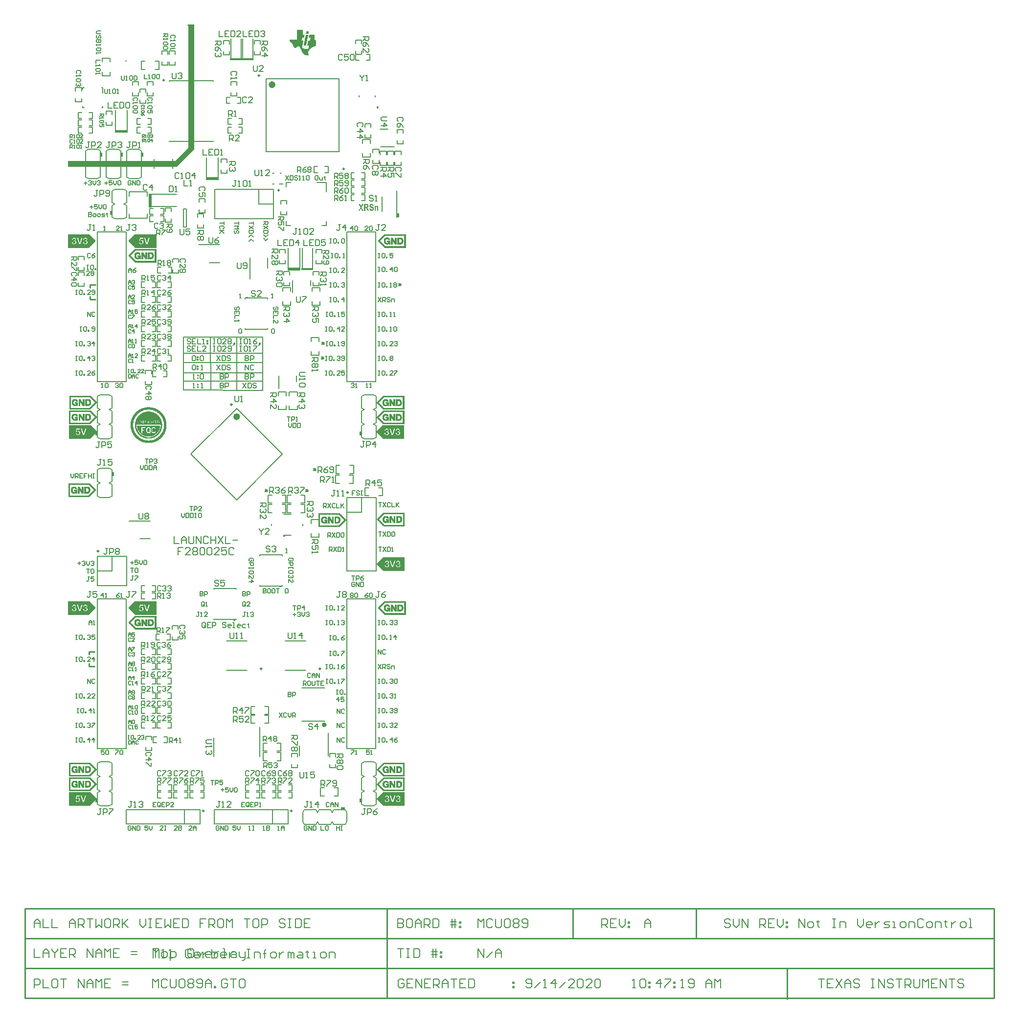
<source format=gto>
G04*
G04 #@! TF.GenerationSoftware,Altium Limited,Altium Designer,20.1.14 (287)*
G04*
G04 Layer_Color=65535*
%FSAX25Y25*%
%MOIN*%
G70*
G04*
G04 #@! TF.SameCoordinates,8DC34975-1D0C-4FB0-AB39-1F5E8F216BA0*
G04*
G04*
G04 #@! TF.FilePolarity,Positive*
G04*
G01*
G75*
%ADD10C,0.00984*%
%ADD11C,0.01575*%
%ADD12C,0.02362*%
%ADD13C,0.01000*%
%ADD14C,0.00700*%
%ADD15C,0.00500*%
%ADD16C,0.00100*%
%ADD17C,0.00787*%
%ADD18C,0.00591*%
%ADD19C,0.00394*%
%ADD20C,0.00050*%
%ADD21C,0.00600*%
%ADD22C,0.00800*%
%ADD23R,0.01181X0.03150*%
%ADD24R,0.01299X0.02756*%
%ADD25R,0.08661X0.01575*%
%ADD26R,0.01575X0.00787*%
%ADD27R,0.01378X0.02559*%
%ADD28R,0.02000X0.09200*%
%ADD29R,0.07874X0.01575*%
%ADD30R,0.01280X0.00591*%
%ADD31R,0.08661X0.01575*%
%ADD32R,0.03150X0.01181*%
%ADD33R,0.01299X0.02756*%
G36*
X0233465Y0698697D02*
Y0698624D01*
Y0698551D01*
Y0698479D01*
X0233393D01*
Y0698406D01*
Y0698333D01*
Y0698260D01*
Y0698188D01*
Y0698115D01*
X0233320D01*
Y0698042D01*
Y0697970D01*
Y0697897D01*
Y0697824D01*
Y0697752D01*
X0233247D01*
Y0697679D01*
Y0697606D01*
Y0697534D01*
Y0697461D01*
Y0697388D01*
X0233174D01*
Y0697315D01*
Y0697243D01*
Y0697170D01*
Y0697097D01*
X0231430D01*
Y0697170D01*
Y0697243D01*
X0231502D01*
Y0697315D01*
Y0697388D01*
Y0697461D01*
Y0697534D01*
Y0697606D01*
X0231575D01*
Y0697679D01*
Y0697752D01*
Y0697824D01*
Y0697897D01*
Y0697970D01*
X0231648D01*
Y0698042D01*
Y0698115D01*
Y0698188D01*
Y0698260D01*
Y0698333D01*
X0231720D01*
Y0698406D01*
Y0698479D01*
Y0698551D01*
Y0698624D01*
Y0698697D01*
X0231793D01*
Y0698769D01*
X0233465D01*
Y0698697D01*
D02*
G37*
G36*
X0233029Y0696298D02*
Y0696225D01*
X0232956D01*
Y0696152D01*
Y0696079D01*
Y0696007D01*
Y0695934D01*
Y0695861D01*
X0232884D01*
Y0695789D01*
Y0695716D01*
Y0695643D01*
Y0695571D01*
Y0695498D01*
X0232811D01*
Y0695425D01*
Y0695353D01*
Y0695280D01*
Y0695207D01*
Y0695134D01*
X0232738D01*
Y0695062D01*
Y0694989D01*
Y0694916D01*
Y0694844D01*
Y0694771D01*
X0232665D01*
Y0694698D01*
Y0694626D01*
Y0694553D01*
Y0694480D01*
Y0694407D01*
X0232593D01*
Y0694335D01*
Y0694262D01*
Y0694189D01*
Y0694117D01*
Y0694044D01*
X0232520D01*
Y0693971D01*
Y0693898D01*
Y0693826D01*
Y0693753D01*
Y0693680D01*
X0232447D01*
Y0693608D01*
Y0693535D01*
Y0693462D01*
Y0693390D01*
Y0693317D01*
X0232375D01*
Y0693244D01*
Y0693172D01*
Y0693099D01*
Y0693026D01*
Y0692953D01*
X0232302D01*
Y0692881D01*
Y0692808D01*
Y0692735D01*
Y0692663D01*
Y0692590D01*
X0232229D01*
Y0692517D01*
Y0692445D01*
Y0692372D01*
Y0692299D01*
Y0692226D01*
X0232157D01*
Y0692154D01*
Y0692081D01*
Y0692008D01*
Y0691936D01*
Y0691863D01*
X0232084D01*
Y0691790D01*
Y0691717D01*
Y0691645D01*
Y0691572D01*
Y0691499D01*
X0232011D01*
Y0691427D01*
Y0691354D01*
Y0691281D01*
Y0691209D01*
Y0691136D01*
X0231939D01*
Y0691063D01*
Y0690990D01*
Y0690918D01*
Y0690845D01*
Y0690772D01*
X0231866D01*
Y0690700D01*
Y0690627D01*
Y0690554D01*
Y0690482D01*
Y0690409D01*
X0231793D01*
Y0690336D01*
Y0690264D01*
Y0690191D01*
Y0690118D01*
Y0690045D01*
X0231720D01*
Y0689973D01*
Y0689900D01*
Y0689827D01*
Y0689755D01*
Y0689682D01*
X0231648D01*
Y0689609D01*
Y0689537D01*
Y0689464D01*
Y0689391D01*
Y0689318D01*
X0231575D01*
Y0689246D01*
Y0689173D01*
Y0689100D01*
Y0689028D01*
Y0688955D01*
X0229830D01*
Y0689028D01*
Y0689100D01*
Y0689173D01*
X0229903D01*
Y0689246D01*
Y0689318D01*
Y0689391D01*
Y0689464D01*
Y0689537D01*
X0229976D01*
Y0689609D01*
Y0689682D01*
Y0689755D01*
Y0689827D01*
Y0689900D01*
X0230048D01*
Y0689973D01*
Y0690045D01*
Y0690118D01*
Y0690191D01*
Y0690264D01*
X0230121D01*
Y0690336D01*
Y0690409D01*
Y0690482D01*
Y0690554D01*
Y0690627D01*
X0230194D01*
Y0690700D01*
Y0690772D01*
Y0690845D01*
Y0690918D01*
Y0690990D01*
X0230266D01*
Y0691063D01*
Y0691136D01*
Y0691209D01*
Y0691281D01*
Y0691354D01*
X0230339D01*
Y0691427D01*
Y0691499D01*
Y0691572D01*
Y0691645D01*
Y0691717D01*
X0230412D01*
Y0691790D01*
Y0691863D01*
Y0691936D01*
Y0692008D01*
Y0692081D01*
X0230485D01*
Y0692154D01*
Y0692226D01*
Y0692299D01*
Y0692372D01*
Y0692445D01*
X0230557D01*
Y0692517D01*
Y0692590D01*
Y0692663D01*
Y0692735D01*
Y0692808D01*
X0230630D01*
Y0692881D01*
Y0692953D01*
Y0693026D01*
Y0693099D01*
Y0693172D01*
X0230703D01*
Y0693244D01*
Y0693317D01*
Y0693390D01*
Y0693462D01*
Y0693535D01*
X0230775D01*
Y0693608D01*
Y0693680D01*
Y0693753D01*
Y0693826D01*
Y0693898D01*
X0230848D01*
Y0693971D01*
Y0694044D01*
Y0694117D01*
Y0694189D01*
Y0694262D01*
X0230921D01*
Y0694335D01*
Y0694407D01*
Y0694480D01*
Y0694553D01*
Y0694626D01*
X0230993D01*
Y0694698D01*
Y0694771D01*
Y0694844D01*
Y0694916D01*
Y0694989D01*
X0231066D01*
Y0695062D01*
Y0695134D01*
Y0695207D01*
Y0695280D01*
Y0695353D01*
X0231139D01*
Y0695425D01*
Y0695498D01*
Y0695571D01*
Y0695643D01*
Y0695716D01*
X0231211D01*
Y0695789D01*
Y0695861D01*
Y0695934D01*
Y0696007D01*
Y0696079D01*
X0231284D01*
Y0696152D01*
Y0696225D01*
Y0696298D01*
Y0696370D01*
X0233029D01*
Y0696298D01*
D02*
G37*
G36*
X0229394Y0699642D02*
Y0699569D01*
Y0699496D01*
Y0699424D01*
Y0699351D01*
Y0699278D01*
Y0699206D01*
Y0699133D01*
Y0699060D01*
Y0698987D01*
Y0698915D01*
Y0698842D01*
Y0698769D01*
Y0698697D01*
Y0698624D01*
Y0698551D01*
Y0698479D01*
Y0698406D01*
Y0698333D01*
Y0698260D01*
Y0698188D01*
Y0698115D01*
Y0698042D01*
Y0697970D01*
Y0697897D01*
Y0697824D01*
Y0697752D01*
Y0697679D01*
Y0697606D01*
Y0697534D01*
Y0697461D01*
Y0697388D01*
Y0697315D01*
Y0697243D01*
Y0697170D01*
Y0697097D01*
Y0697025D01*
Y0696952D01*
Y0696879D01*
Y0696806D01*
Y0696734D01*
Y0696661D01*
Y0696588D01*
Y0696516D01*
Y0696443D01*
Y0696370D01*
X0230557D01*
Y0696298D01*
X0230485D01*
Y0696225D01*
Y0696152D01*
Y0696079D01*
Y0696007D01*
Y0695934D01*
X0230412D01*
Y0695861D01*
Y0695789D01*
Y0695716D01*
Y0695643D01*
Y0695571D01*
X0230339D01*
Y0695498D01*
Y0695425D01*
Y0695353D01*
Y0695280D01*
Y0695207D01*
X0230266D01*
Y0695134D01*
Y0695062D01*
Y0694989D01*
Y0694916D01*
Y0694844D01*
X0230194D01*
Y0694771D01*
Y0694698D01*
Y0694626D01*
Y0694553D01*
Y0694480D01*
X0230121D01*
Y0694407D01*
Y0694335D01*
Y0694262D01*
Y0694189D01*
X0228885D01*
Y0694117D01*
Y0694044D01*
Y0693971D01*
X0228812D01*
Y0693898D01*
Y0693826D01*
Y0693753D01*
Y0693680D01*
Y0693608D01*
X0228740D01*
Y0693535D01*
Y0693462D01*
Y0693390D01*
Y0693317D01*
Y0693244D01*
X0228667D01*
Y0693172D01*
Y0693099D01*
Y0693026D01*
Y0692953D01*
Y0692881D01*
X0228594D01*
Y0692808D01*
Y0692735D01*
Y0692663D01*
Y0692590D01*
Y0692517D01*
X0228522D01*
Y0692445D01*
Y0692372D01*
Y0692299D01*
Y0692226D01*
Y0692154D01*
X0229685D01*
Y0692081D01*
Y0692008D01*
Y0691936D01*
Y0691863D01*
X0229612D01*
Y0691790D01*
Y0691717D01*
Y0691645D01*
Y0691572D01*
Y0691499D01*
X0229539D01*
Y0691427D01*
Y0691354D01*
Y0691281D01*
Y0691209D01*
Y0691136D01*
X0229467D01*
Y0691063D01*
Y0690990D01*
Y0690918D01*
Y0690845D01*
Y0690772D01*
X0229394D01*
Y0690700D01*
Y0690627D01*
Y0690554D01*
Y0690482D01*
Y0690409D01*
X0229321D01*
Y0690336D01*
Y0690264D01*
Y0690191D01*
Y0690118D01*
Y0690045D01*
X0229249D01*
Y0689973D01*
Y0689900D01*
Y0689827D01*
Y0689755D01*
Y0689682D01*
X0229176D01*
Y0689609D01*
Y0689537D01*
Y0689464D01*
Y0689391D01*
Y0689318D01*
X0229103D01*
Y0689246D01*
Y0689173D01*
Y0689100D01*
Y0689028D01*
Y0688955D01*
X0229030D01*
Y0688882D01*
Y0688809D01*
Y0688737D01*
Y0688664D01*
Y0688591D01*
X0228958D01*
Y0688519D01*
Y0688446D01*
Y0688373D01*
Y0688301D01*
Y0688228D01*
X0228885D01*
Y0688155D01*
Y0688083D01*
Y0688010D01*
Y0687937D01*
Y0687864D01*
Y0687792D01*
Y0687719D01*
Y0687646D01*
X0228958D01*
Y0687574D01*
Y0687501D01*
Y0687428D01*
X0229030D01*
Y0687356D01*
Y0687283D01*
X0229103D01*
Y0687210D01*
X0229176D01*
Y0687137D01*
X0229249D01*
Y0687065D01*
X0229394D01*
Y0686992D01*
X0229539D01*
Y0686919D01*
X0229830D01*
Y0686847D01*
X0230266D01*
Y0686774D01*
X0233102D01*
Y0686847D01*
Y0686919D01*
Y0686992D01*
X0233174D01*
Y0687065D01*
Y0687137D01*
Y0687210D01*
Y0687283D01*
Y0687356D01*
X0233247D01*
Y0687428D01*
Y0687501D01*
Y0687574D01*
Y0687646D01*
Y0687719D01*
X0233320D01*
Y0687792D01*
Y0687864D01*
Y0687937D01*
Y0688010D01*
Y0688083D01*
X0233393D01*
Y0688155D01*
Y0688228D01*
Y0688301D01*
Y0688373D01*
Y0688446D01*
X0233465D01*
Y0688519D01*
Y0688591D01*
Y0688664D01*
Y0688737D01*
Y0688809D01*
X0233538D01*
Y0688882D01*
Y0688955D01*
X0232593D01*
Y0689028D01*
X0232447D01*
Y0689100D01*
X0232375D01*
Y0689173D01*
Y0689246D01*
Y0689318D01*
Y0689391D01*
Y0689464D01*
Y0689537D01*
Y0689609D01*
Y0689682D01*
Y0689755D01*
X0232447D01*
Y0689827D01*
Y0689900D01*
Y0689973D01*
Y0690045D01*
X0232520D01*
Y0690118D01*
Y0690191D01*
Y0690264D01*
Y0690336D01*
Y0690409D01*
X0232593D01*
Y0690482D01*
Y0690554D01*
Y0690627D01*
Y0690700D01*
Y0690772D01*
X0232665D01*
Y0690845D01*
Y0690918D01*
Y0690990D01*
Y0691063D01*
Y0691136D01*
X0232738D01*
Y0691209D01*
Y0691281D01*
Y0691354D01*
Y0691427D01*
Y0691499D01*
X0232811D01*
Y0691572D01*
Y0691645D01*
Y0691717D01*
Y0691790D01*
Y0691863D01*
X0232884D01*
Y0691936D01*
Y0692008D01*
Y0692081D01*
Y0692154D01*
X0234192D01*
Y0692226D01*
Y0692299D01*
Y0692372D01*
Y0692445D01*
Y0692517D01*
X0234265D01*
Y0692590D01*
Y0692663D01*
Y0692735D01*
Y0692808D01*
Y0692881D01*
X0234338D01*
Y0692953D01*
Y0693026D01*
Y0693099D01*
Y0693172D01*
Y0693244D01*
X0234410D01*
Y0693317D01*
Y0693390D01*
Y0693462D01*
Y0693535D01*
Y0693608D01*
X0234483D01*
Y0693680D01*
Y0693753D01*
Y0693826D01*
Y0693898D01*
Y0693971D01*
X0234556D01*
Y0694044D01*
Y0694117D01*
Y0694189D01*
X0233320D01*
Y0694262D01*
Y0694335D01*
Y0694407D01*
X0233393D01*
Y0694480D01*
Y0694553D01*
Y0694626D01*
Y0694698D01*
Y0694771D01*
X0233465D01*
Y0694844D01*
Y0694916D01*
Y0694989D01*
Y0695062D01*
Y0695134D01*
X0233538D01*
Y0695207D01*
Y0695280D01*
Y0695353D01*
Y0695425D01*
Y0695498D01*
X0233611D01*
Y0695571D01*
Y0695643D01*
Y0695716D01*
Y0695789D01*
Y0695861D01*
X0233683D01*
Y0695934D01*
Y0696007D01*
Y0696079D01*
Y0696152D01*
Y0696225D01*
X0233756D01*
Y0696298D01*
Y0696370D01*
X0237246D01*
Y0696298D01*
Y0696225D01*
Y0696152D01*
Y0696079D01*
Y0696007D01*
Y0695934D01*
Y0695861D01*
Y0695789D01*
Y0695716D01*
Y0695643D01*
Y0695571D01*
Y0695498D01*
Y0695425D01*
Y0695353D01*
Y0695280D01*
Y0695207D01*
Y0695134D01*
Y0695062D01*
Y0694989D01*
Y0694916D01*
Y0694844D01*
Y0694771D01*
Y0694698D01*
Y0694626D01*
Y0694553D01*
Y0694480D01*
Y0694407D01*
Y0694335D01*
Y0694262D01*
Y0694189D01*
Y0694117D01*
Y0694044D01*
Y0693971D01*
Y0693898D01*
X0237318D01*
Y0693826D01*
Y0693753D01*
Y0693680D01*
Y0693608D01*
Y0693535D01*
X0237391D01*
Y0693462D01*
Y0693390D01*
Y0693317D01*
Y0693244D01*
X0237464D01*
Y0693172D01*
Y0693099D01*
X0237537D01*
Y0693026D01*
Y0692953D01*
X0237609D01*
Y0692881D01*
Y0692808D01*
X0237682D01*
Y0692735D01*
X0237755D01*
Y0692663D01*
Y0692590D01*
X0237827D01*
Y0692517D01*
X0237900D01*
Y0692445D01*
X0237973D01*
Y0692372D01*
X0238045D01*
Y0692299D01*
X0238191D01*
Y0692226D01*
X0238264D01*
Y0692154D01*
Y0692081D01*
Y0692008D01*
Y0691936D01*
Y0691863D01*
Y0691790D01*
Y0691717D01*
Y0691645D01*
Y0691572D01*
Y0691499D01*
Y0691427D01*
Y0691354D01*
Y0691281D01*
Y0691209D01*
Y0691136D01*
Y0691063D01*
Y0690990D01*
Y0690918D01*
Y0690845D01*
Y0690772D01*
Y0690700D01*
Y0690627D01*
Y0690554D01*
Y0690482D01*
Y0690409D01*
Y0690336D01*
Y0690264D01*
Y0690191D01*
Y0690118D01*
Y0690045D01*
Y0689973D01*
Y0689900D01*
Y0689827D01*
Y0689755D01*
Y0689682D01*
Y0689609D01*
Y0689537D01*
Y0689464D01*
Y0689391D01*
Y0689318D01*
Y0689246D01*
Y0689173D01*
Y0689100D01*
Y0689028D01*
Y0688955D01*
Y0688882D01*
Y0688809D01*
Y0688737D01*
Y0688664D01*
X0238118D01*
Y0688591D01*
X0237900D01*
Y0688519D01*
X0237609D01*
Y0688446D01*
X0237391D01*
Y0688373D01*
X0237173D01*
Y0688301D01*
X0236955D01*
Y0688228D01*
X0236809D01*
Y0688155D01*
X0236591D01*
Y0688083D01*
X0236446D01*
Y0688010D01*
X0236301D01*
Y0687937D01*
X0236155D01*
Y0687864D01*
X0236010D01*
Y0687792D01*
X0235864D01*
Y0687719D01*
X0235719D01*
Y0687646D01*
X0235574D01*
Y0687574D01*
X0235501D01*
Y0687501D01*
X0235355D01*
Y0687428D01*
X0235210D01*
Y0687356D01*
X0235137D01*
Y0687283D01*
X0235065D01*
Y0687210D01*
X0234919D01*
Y0687137D01*
X0234846D01*
Y0687065D01*
X0234774D01*
Y0686992D01*
X0234629D01*
Y0686919D01*
X0234556D01*
Y0686847D01*
X0234483D01*
Y0686774D01*
X0234410D01*
Y0686701D01*
X0234338D01*
Y0686628D01*
X0234265D01*
Y0686556D01*
X0234192D01*
Y0686483D01*
X0234120D01*
Y0686410D01*
X0234047D01*
Y0686338D01*
X0233974D01*
Y0686265D01*
X0233902D01*
Y0686192D01*
X0233829D01*
Y0686120D01*
Y0686047D01*
X0233756D01*
Y0685974D01*
X0233683D01*
Y0685901D01*
X0233611D01*
Y0685829D01*
Y0685756D01*
X0233538D01*
Y0685683D01*
X0233465D01*
Y0685611D01*
Y0685538D01*
X0233393D01*
Y0685465D01*
Y0685393D01*
X0233320D01*
Y0685320D01*
Y0685247D01*
X0233247D01*
Y0685175D01*
Y0685102D01*
X0233174D01*
Y0685029D01*
Y0684956D01*
Y0684884D01*
X0233102D01*
Y0684811D01*
Y0684738D01*
Y0684666D01*
Y0684593D01*
X0233029D01*
Y0684520D01*
Y0684447D01*
Y0684375D01*
Y0684302D01*
Y0684229D01*
Y0684157D01*
Y0684084D01*
Y0684011D01*
Y0683939D01*
Y0683866D01*
Y0683793D01*
Y0683720D01*
Y0683648D01*
Y0683575D01*
Y0683502D01*
X0233102D01*
Y0683430D01*
Y0683357D01*
Y0683284D01*
Y0683212D01*
Y0683139D01*
X0233174D01*
Y0683066D01*
Y0682994D01*
Y0682921D01*
Y0682848D01*
X0233247D01*
Y0682775D01*
Y0682703D01*
Y0682630D01*
X0233320D01*
Y0682557D01*
Y0682485D01*
X0233393D01*
Y0682412D01*
Y0682339D01*
X0233247D01*
Y0682267D01*
X0233029D01*
Y0682194D01*
X0232665D01*
Y0682121D01*
X0231866D01*
Y0682194D01*
X0231502D01*
Y0682267D01*
X0231284D01*
Y0682339D01*
X0231066D01*
Y0682412D01*
X0230921D01*
Y0682485D01*
X0230775D01*
Y0682557D01*
X0230703D01*
Y0682630D01*
X0230557D01*
Y0682703D01*
X0230485D01*
Y0682775D01*
X0230339D01*
Y0682848D01*
X0230266D01*
Y0682921D01*
X0230194D01*
Y0682994D01*
X0230048D01*
Y0683066D01*
X0229976D01*
Y0683139D01*
X0229903D01*
Y0683212D01*
X0229830D01*
Y0683284D01*
X0229757D01*
Y0683357D01*
X0229685D01*
Y0683430D01*
X0229612D01*
Y0683502D01*
X0229539D01*
Y0683575D01*
Y0683648D01*
X0229467D01*
Y0683720D01*
X0229394D01*
Y0683793D01*
X0229321D01*
Y0683866D01*
X0229249D01*
Y0683939D01*
Y0684011D01*
X0229176D01*
Y0684084D01*
X0229103D01*
Y0684157D01*
Y0684229D01*
X0229030D01*
Y0684302D01*
Y0684375D01*
X0228958D01*
Y0684447D01*
X0228885D01*
Y0684520D01*
Y0684593D01*
X0228812D01*
Y0684666D01*
Y0684738D01*
X0228740D01*
Y0684811D01*
Y0684884D01*
X0228667D01*
Y0684956D01*
Y0685029D01*
X0228594D01*
Y0685102D01*
Y0685175D01*
X0228522D01*
Y0685247D01*
Y0685320D01*
X0228449D01*
Y0685393D01*
Y0685465D01*
X0228376D01*
Y0685538D01*
Y0685611D01*
X0228304D01*
Y0685683D01*
Y0685756D01*
X0228231D01*
Y0685829D01*
Y0685901D01*
X0228158D01*
Y0685974D01*
Y0686047D01*
Y0686120D01*
X0228085D01*
Y0686192D01*
Y0686265D01*
X0228013D01*
Y0686338D01*
Y0686410D01*
X0227940D01*
Y0686483D01*
Y0686556D01*
X0227867D01*
Y0686628D01*
Y0686701D01*
X0227795D01*
Y0686774D01*
Y0686847D01*
X0227722D01*
Y0686919D01*
Y0686992D01*
X0227649D01*
Y0687065D01*
Y0687137D01*
X0227576D01*
Y0687210D01*
Y0687283D01*
X0227504D01*
Y0687356D01*
Y0687428D01*
X0227431D01*
Y0687501D01*
Y0687574D01*
X0227358D01*
Y0687646D01*
X0227286D01*
Y0687719D01*
Y0687792D01*
X0227213D01*
Y0687864D01*
X0227140D01*
Y0687937D01*
X0227068D01*
Y0688010D01*
X0226995D01*
Y0688083D01*
X0226922D01*
Y0688155D01*
X0226850D01*
Y0688228D01*
X0226777D01*
Y0688301D01*
X0226631D01*
Y0688373D01*
X0226341D01*
Y0688446D01*
X0226195D01*
Y0688373D01*
X0225832D01*
Y0688301D01*
X0225686D01*
Y0688228D01*
X0225541D01*
Y0688155D01*
X0225468D01*
Y0688083D01*
X0225396D01*
Y0688010D01*
X0225323D01*
Y0687937D01*
X0225250D01*
Y0687864D01*
X0225177D01*
Y0687792D01*
X0225105D01*
Y0687719D01*
X0225032D01*
Y0687646D01*
X0224959D01*
Y0687574D01*
X0224887D01*
Y0687501D01*
X0224814D01*
Y0687428D01*
X0224741D01*
Y0687356D01*
X0224596D01*
Y0687283D01*
X0224014D01*
Y0687356D01*
X0223796D01*
Y0687428D01*
X0223651D01*
Y0687501D01*
X0223578D01*
Y0687574D01*
X0223505D01*
Y0687646D01*
X0223360D01*
Y0687719D01*
Y0687792D01*
X0223287D01*
Y0687864D01*
X0223215D01*
Y0687937D01*
X0223142D01*
Y0688010D01*
Y0688083D01*
X0223069D01*
Y0688155D01*
Y0688228D01*
X0222996D01*
Y0688301D01*
Y0688373D01*
X0222924D01*
Y0688446D01*
Y0688519D01*
X0222851D01*
Y0688591D01*
Y0688664D01*
X0222778D01*
Y0688737D01*
Y0688809D01*
X0222706D01*
Y0688882D01*
Y0688955D01*
Y0689028D01*
X0222633D01*
Y0689100D01*
Y0689173D01*
X0222560D01*
Y0689246D01*
Y0689318D01*
Y0689391D01*
X0222488D01*
Y0689464D01*
Y0689537D01*
X0222415D01*
Y0689609D01*
Y0689682D01*
Y0689755D01*
X0222342D01*
Y0689827D01*
X0222270D01*
Y0689900D01*
Y0689973D01*
X0222197D01*
Y0690045D01*
X0222124D01*
Y0690118D01*
Y0690191D01*
X0222051D01*
Y0690264D01*
X0221979D01*
Y0690336D01*
X0221906D01*
Y0690409D01*
X0221833D01*
Y0690482D01*
X0221761D01*
Y0690554D01*
X0221688D01*
Y0690627D01*
X0221615D01*
Y0690700D01*
X0221543D01*
Y0690772D01*
X0221470D01*
Y0690845D01*
X0221397D01*
Y0690918D01*
X0221252D01*
Y0690990D01*
X0221179D01*
Y0691063D01*
X0221106D01*
Y0691136D01*
X0221034D01*
Y0691209D01*
X0220961D01*
Y0691281D01*
X0220888D01*
Y0691354D01*
X0220815D01*
Y0691427D01*
X0220743D01*
Y0691499D01*
X0220670D01*
Y0691572D01*
Y0691645D01*
X0220597D01*
Y0691717D01*
X0220525D01*
Y0691790D01*
Y0691863D01*
X0220452D01*
Y0691936D01*
Y0692008D01*
X0220379D01*
Y0692081D01*
Y0692154D01*
X0220307D01*
Y0692226D01*
Y0692299D01*
X0220234D01*
Y0692372D01*
Y0692445D01*
Y0692517D01*
Y0692590D01*
X0220161D01*
Y0692663D01*
Y0692735D01*
Y0692808D01*
Y0692881D01*
Y0692953D01*
X0225177D01*
Y0693026D01*
Y0693099D01*
Y0693172D01*
Y0693244D01*
Y0693317D01*
Y0693390D01*
Y0693462D01*
Y0693535D01*
Y0693608D01*
Y0693680D01*
Y0693753D01*
Y0693826D01*
Y0693898D01*
Y0693971D01*
Y0694044D01*
Y0694117D01*
Y0694189D01*
Y0694262D01*
Y0694335D01*
Y0694407D01*
Y0694480D01*
Y0694553D01*
Y0694626D01*
Y0694698D01*
Y0694771D01*
Y0694844D01*
Y0694916D01*
Y0694989D01*
Y0695062D01*
Y0695134D01*
Y0695207D01*
Y0695280D01*
Y0695353D01*
Y0695425D01*
Y0695498D01*
Y0695571D01*
Y0695643D01*
Y0695716D01*
Y0695789D01*
Y0695861D01*
Y0695934D01*
Y0696007D01*
Y0696079D01*
Y0696152D01*
Y0696225D01*
Y0696298D01*
Y0696370D01*
Y0696443D01*
Y0696516D01*
Y0696588D01*
Y0696661D01*
Y0696734D01*
Y0696806D01*
Y0696879D01*
Y0696952D01*
Y0697025D01*
Y0697097D01*
Y0697170D01*
Y0697243D01*
Y0697315D01*
Y0697388D01*
Y0697461D01*
Y0697534D01*
Y0697606D01*
Y0697679D01*
Y0697752D01*
Y0697824D01*
Y0697897D01*
Y0697970D01*
Y0698042D01*
Y0698115D01*
Y0698188D01*
Y0698260D01*
Y0698333D01*
Y0698406D01*
Y0698479D01*
Y0698551D01*
Y0698624D01*
Y0698697D01*
Y0698769D01*
Y0698842D01*
Y0698915D01*
Y0698987D01*
Y0699060D01*
Y0699133D01*
Y0699206D01*
Y0699278D01*
Y0699351D01*
Y0699424D01*
Y0699496D01*
Y0699569D01*
Y0699642D01*
Y0699715D01*
X0229394D01*
Y0699642D01*
D02*
G37*
G36*
X0155200Y0618400D02*
X0143200Y0606400D01*
X0069200D01*
Y0610400D01*
X0142200D01*
X0151200Y0619400D01*
Y0702400D01*
X0150700Y0702900D01*
X0151200Y0703400D01*
X0155200D01*
Y0618400D01*
D02*
G37*
G36*
X0276255Y0581026D02*
X0276310Y0581021D01*
X0276371Y0581011D01*
X0276442Y0581001D01*
X0276522Y0580985D01*
X0276603Y0580965D01*
X0276684Y0580945D01*
X0276770Y0580915D01*
X0276856Y0580879D01*
X0276941Y0580839D01*
X0277022Y0580789D01*
X0277103Y0580738D01*
X0277174Y0580672D01*
X0277179Y0580667D01*
X0277189Y0580657D01*
X0277209Y0580637D01*
X0277234Y0580607D01*
X0277260Y0580571D01*
X0277290Y0580526D01*
X0277325Y0580470D01*
X0277361Y0580410D01*
X0277396Y0580344D01*
X0277431Y0580268D01*
X0277467Y0580182D01*
X0277497Y0580092D01*
X0277522Y0579990D01*
X0277542Y0579884D01*
X0277557Y0579773D01*
X0277568Y0579652D01*
X0276810Y0579612D01*
Y0579617D01*
Y0579627D01*
X0276805Y0579647D01*
X0276800Y0579672D01*
X0276795Y0579703D01*
X0276785Y0579733D01*
X0276765Y0579814D01*
X0276734Y0579895D01*
X0276699Y0579981D01*
X0276648Y0580056D01*
X0276623Y0580092D01*
X0276593Y0580122D01*
X0276583Y0580127D01*
X0276563Y0580147D01*
X0276522Y0580167D01*
X0276472Y0580198D01*
X0276406Y0580223D01*
X0276325Y0580248D01*
X0276229Y0580263D01*
X0276123Y0580268D01*
X0276073D01*
X0276017Y0580263D01*
X0275952Y0580253D01*
X0275876Y0580238D01*
X0275795Y0580213D01*
X0275724Y0580182D01*
X0275654Y0580142D01*
X0275649Y0580137D01*
X0275628Y0580122D01*
X0275603Y0580092D01*
X0275573Y0580056D01*
X0275543Y0580011D01*
X0275517Y0579955D01*
X0275497Y0579895D01*
X0275492Y0579829D01*
Y0579819D01*
Y0579799D01*
X0275502Y0579763D01*
X0275512Y0579718D01*
X0275527Y0579672D01*
X0275553Y0579617D01*
X0275588Y0579566D01*
X0275639Y0579516D01*
X0275649Y0579511D01*
X0275669Y0579496D01*
X0275689Y0579481D01*
X0275714Y0579470D01*
X0275745Y0579450D01*
X0275780Y0579435D01*
X0275825Y0579415D01*
X0275871Y0579395D01*
X0275931Y0579369D01*
X0275992Y0579344D01*
X0276063Y0579319D01*
X0276144Y0579294D01*
X0276229Y0579268D01*
X0276325Y0579238D01*
X0276330D01*
X0276351Y0579233D01*
X0276381Y0579223D01*
X0276416Y0579208D01*
X0276467Y0579193D01*
X0276517Y0579178D01*
X0276578Y0579157D01*
X0276643Y0579132D01*
X0276775Y0579081D01*
X0276911Y0579021D01*
X0277043Y0578955D01*
X0277098Y0578925D01*
X0277149Y0578890D01*
X0277153D01*
X0277159Y0578880D01*
X0277189Y0578859D01*
X0277234Y0578819D01*
X0277290Y0578763D01*
X0277356Y0578698D01*
X0277416Y0578617D01*
X0277477Y0578521D01*
X0277532Y0578420D01*
Y0578415D01*
X0277537Y0578405D01*
X0277547Y0578390D01*
X0277553Y0578370D01*
X0277563Y0578339D01*
X0277578Y0578309D01*
X0277588Y0578268D01*
X0277603Y0578223D01*
X0277623Y0578122D01*
X0277648Y0578006D01*
X0277664Y0577870D01*
X0277669Y0577723D01*
Y0577718D01*
Y0577698D01*
Y0577668D01*
X0277664Y0577622D01*
X0277659Y0577572D01*
X0277648Y0577511D01*
X0277638Y0577445D01*
X0277623Y0577375D01*
X0277603Y0577299D01*
X0277578Y0577218D01*
X0277547Y0577132D01*
X0277512Y0577051D01*
X0277472Y0576966D01*
X0277421Y0576885D01*
X0277366Y0576799D01*
X0277300Y0576723D01*
X0277295Y0576718D01*
X0277285Y0576708D01*
X0277260Y0576688D01*
X0277229Y0576663D01*
X0277194Y0576632D01*
X0277143Y0576597D01*
X0277088Y0576562D01*
X0277022Y0576526D01*
X0276946Y0576486D01*
X0276861Y0576450D01*
X0276770Y0576415D01*
X0276664Y0576385D01*
X0276553Y0576360D01*
X0276431Y0576339D01*
X0276300Y0576329D01*
X0276159Y0576324D01*
X0276123D01*
X0276098Y0576329D01*
X0276068D01*
X0276032Y0576334D01*
X0275987Y0576339D01*
X0275942Y0576349D01*
X0275835Y0576370D01*
X0275714Y0576405D01*
X0275588Y0576456D01*
X0275452Y0576521D01*
X0275386Y0576562D01*
X0275315Y0576602D01*
X0275250Y0576652D01*
X0275184Y0576708D01*
X0275118Y0576769D01*
X0275053Y0576834D01*
X0274992Y0576905D01*
X0274937Y0576986D01*
X0274881Y0577072D01*
X0274831Y0577163D01*
X0274785Y0577264D01*
X0274745Y0577375D01*
X0274704Y0577491D01*
X0274674Y0577612D01*
X0274654Y0577748D01*
X0274634Y0577890D01*
X0275366Y0577976D01*
Y0577965D01*
X0275371Y0577940D01*
X0275381Y0577895D01*
X0275396Y0577839D01*
X0275416Y0577774D01*
X0275442Y0577698D01*
X0275472Y0577622D01*
X0275512Y0577541D01*
X0275563Y0577456D01*
X0275618Y0577380D01*
X0275684Y0577304D01*
X0275760Y0577238D01*
X0275846Y0577183D01*
X0275947Y0577137D01*
X0276058Y0577112D01*
X0276118Y0577107D01*
X0276179Y0577102D01*
X0276214D01*
X0276235Y0577107D01*
X0276265D01*
X0276300Y0577112D01*
X0276376Y0577122D01*
X0276462Y0577147D01*
X0276553Y0577178D01*
X0276639Y0577218D01*
X0276719Y0577279D01*
X0276729Y0577289D01*
X0276749Y0577309D01*
X0276780Y0577349D01*
X0276820Y0577400D01*
X0276856Y0577465D01*
X0276886Y0577541D01*
X0276906Y0577622D01*
X0276916Y0577718D01*
Y0577723D01*
Y0577743D01*
X0276911Y0577774D01*
X0276906Y0577809D01*
X0276886Y0577895D01*
X0276871Y0577940D01*
X0276846Y0577981D01*
X0276840Y0577986D01*
X0276830Y0578001D01*
X0276815Y0578021D01*
X0276795Y0578046D01*
X0276765Y0578072D01*
X0276724Y0578107D01*
X0276684Y0578132D01*
X0276633Y0578162D01*
X0276628Y0578167D01*
X0276603Y0578178D01*
X0276588Y0578183D01*
X0276563Y0578193D01*
X0276532Y0578203D01*
X0276497Y0578218D01*
X0276457Y0578233D01*
X0276411Y0578248D01*
X0276356Y0578268D01*
X0276295Y0578289D01*
X0276224Y0578314D01*
X0276144Y0578339D01*
X0276058Y0578365D01*
X0275962Y0578395D01*
X0275957D01*
X0275942Y0578400D01*
X0275916Y0578410D01*
X0275881Y0578420D01*
X0275840Y0578435D01*
X0275795Y0578450D01*
X0275694Y0578491D01*
X0275578Y0578536D01*
X0275457Y0578592D01*
X0275351Y0578652D01*
X0275300Y0578683D01*
X0275255Y0578713D01*
X0275245Y0578723D01*
X0275219Y0578743D01*
X0275179Y0578784D01*
X0275129Y0578834D01*
X0275073Y0578900D01*
X0275012Y0578975D01*
X0274957Y0579061D01*
X0274901Y0579162D01*
Y0579167D01*
X0274896Y0579178D01*
X0274891Y0579193D01*
X0274881Y0579213D01*
X0274871Y0579238D01*
X0274861Y0579268D01*
X0274836Y0579339D01*
X0274810Y0579430D01*
X0274790Y0579531D01*
X0274775Y0579642D01*
X0274770Y0579758D01*
Y0579763D01*
Y0579773D01*
Y0579794D01*
X0274775Y0579819D01*
Y0579854D01*
X0274780Y0579889D01*
X0274790Y0579981D01*
X0274810Y0580082D01*
X0274841Y0580198D01*
X0274881Y0580309D01*
X0274937Y0580425D01*
Y0580430D01*
X0274947Y0580440D01*
X0274957Y0580455D01*
X0274967Y0580475D01*
X0275007Y0580526D01*
X0275058Y0580591D01*
X0275129Y0580667D01*
X0275209Y0580738D01*
X0275300Y0580814D01*
X0275406Y0580874D01*
X0275411D01*
X0275421Y0580879D01*
X0275436Y0580890D01*
X0275462Y0580899D01*
X0275487Y0580910D01*
X0275522Y0580925D01*
X0275563Y0580940D01*
X0275608Y0580955D01*
X0275664Y0580965D01*
X0275719Y0580980D01*
X0275846Y0581006D01*
X0275987Y0581026D01*
X0276144Y0581031D01*
X0276209D01*
X0276255Y0581026D01*
D02*
G37*
G36*
X0269382Y0578773D02*
X0270674Y0576400D01*
X0269765D01*
X0268932Y0577940D01*
X0268104Y0576400D01*
X0267200D01*
X0268488Y0578768D01*
X0267316Y0580955D01*
X0268195D01*
X0268937Y0579592D01*
X0269680Y0580955D01*
X0270558D01*
X0269382Y0578773D01*
D02*
G37*
G36*
X0279951Y0579763D02*
X0280022Y0579753D01*
X0280108Y0579733D01*
X0280194Y0579703D01*
X0280285Y0579662D01*
X0280365Y0579607D01*
X0280370D01*
X0280376Y0579602D01*
X0280401Y0579576D01*
X0280436Y0579541D01*
X0280486Y0579496D01*
X0280532Y0579435D01*
X0280582Y0579364D01*
X0280628Y0579279D01*
X0280663Y0579188D01*
Y0579182D01*
X0280668Y0579178D01*
X0280673Y0579162D01*
X0280679Y0579142D01*
X0280683Y0579112D01*
X0280689Y0579081D01*
X0280699Y0579041D01*
X0280709Y0579001D01*
X0280714Y0578950D01*
X0280724Y0578895D01*
X0280729Y0578834D01*
X0280734Y0578768D01*
X0280739Y0578693D01*
X0280744Y0578617D01*
X0280749Y0578536D01*
Y0578445D01*
Y0576400D01*
X0280032D01*
Y0578082D01*
Y0578087D01*
Y0578102D01*
Y0578127D01*
Y0578162D01*
Y0578203D01*
Y0578248D01*
X0280027Y0578354D01*
X0280022Y0578465D01*
X0280017Y0578577D01*
X0280012Y0578632D01*
X0280007Y0578678D01*
X0279997Y0578718D01*
X0279992Y0578753D01*
Y0578763D01*
X0279982Y0578784D01*
X0279972Y0578814D01*
X0279956Y0578849D01*
X0279936Y0578895D01*
X0279911Y0578935D01*
X0279880Y0578981D01*
X0279840Y0579016D01*
X0279835Y0579021D01*
X0279820Y0579031D01*
X0279800Y0579046D01*
X0279769Y0579061D01*
X0279729Y0579076D01*
X0279689Y0579092D01*
X0279638Y0579102D01*
X0279588Y0579107D01*
X0279557D01*
X0279522Y0579102D01*
X0279482Y0579092D01*
X0279431Y0579076D01*
X0279376Y0579056D01*
X0279320Y0579026D01*
X0279264Y0578986D01*
X0279259Y0578981D01*
X0279239Y0578965D01*
X0279214Y0578940D01*
X0279184Y0578900D01*
X0279148Y0578854D01*
X0279118Y0578799D01*
X0279083Y0578738D01*
X0279057Y0578662D01*
Y0578652D01*
X0279052Y0578642D01*
X0279047Y0578622D01*
X0279042Y0578597D01*
Y0578566D01*
X0279037Y0578531D01*
X0279032Y0578491D01*
X0279027Y0578440D01*
X0279022Y0578385D01*
X0279017Y0578324D01*
X0279012Y0578253D01*
X0279007Y0578178D01*
Y0578092D01*
X0279002Y0577996D01*
Y0577895D01*
Y0576400D01*
X0278285D01*
Y0579698D01*
X0278951D01*
Y0579218D01*
X0278961Y0579223D01*
X0278966Y0579238D01*
X0278982Y0579258D01*
X0279017Y0579309D01*
X0279067Y0579369D01*
X0279123Y0579435D01*
X0279189Y0579506D01*
X0279264Y0579571D01*
X0279345Y0579632D01*
X0279350D01*
X0279355Y0579637D01*
X0279386Y0579652D01*
X0279431Y0579677D01*
X0279492Y0579703D01*
X0279562Y0579728D01*
X0279648Y0579753D01*
X0279739Y0579768D01*
X0279840Y0579773D01*
X0279891D01*
X0279951Y0579763D01*
D02*
G37*
G36*
X0272795Y0580950D02*
X0272851D01*
X0272917Y0580945D01*
X0272982Y0580940D01*
X0273124Y0580925D01*
X0273270Y0580899D01*
X0273336Y0580890D01*
X0273401Y0580869D01*
X0273462Y0580849D01*
X0273513Y0580829D01*
X0273517D01*
X0273523Y0580824D01*
X0273538Y0580814D01*
X0273558Y0580804D01*
X0273603Y0580773D01*
X0273664Y0580733D01*
X0273735Y0580672D01*
X0273805Y0580597D01*
X0273876Y0580511D01*
X0273942Y0580405D01*
Y0580400D01*
X0273947Y0580389D01*
X0273957Y0580374D01*
X0273967Y0580349D01*
X0273982Y0580324D01*
X0273997Y0580289D01*
X0274012Y0580248D01*
X0274028Y0580203D01*
X0274058Y0580097D01*
X0274088Y0579970D01*
X0274108Y0579829D01*
X0274113Y0579677D01*
Y0579672D01*
Y0579652D01*
Y0579627D01*
X0274108Y0579592D01*
X0274103Y0579546D01*
X0274098Y0579491D01*
X0274093Y0579435D01*
X0274083Y0579369D01*
X0274053Y0579233D01*
X0274007Y0579092D01*
X0273977Y0579021D01*
X0273942Y0578950D01*
X0273901Y0578885D01*
X0273856Y0578819D01*
X0273851Y0578814D01*
X0273846Y0578804D01*
X0273831Y0578789D01*
X0273810Y0578768D01*
X0273780Y0578743D01*
X0273750Y0578713D01*
X0273710Y0578683D01*
X0273669Y0578647D01*
X0273619Y0578612D01*
X0273563Y0578577D01*
X0273502Y0578541D01*
X0273437Y0578511D01*
X0273366Y0578481D01*
X0273290Y0578450D01*
X0273210Y0578430D01*
X0273124Y0578410D01*
X0273129D01*
X0273134Y0578400D01*
X0273164Y0578380D01*
X0273210Y0578344D01*
X0273265Y0578294D01*
X0273326Y0578238D01*
X0273396Y0578172D01*
X0273462Y0578102D01*
X0273523Y0578026D01*
X0273533Y0578016D01*
X0273538Y0578006D01*
X0273553Y0577986D01*
X0273568Y0577960D01*
X0273588Y0577930D01*
X0273614Y0577895D01*
X0273639Y0577854D01*
X0273669Y0577809D01*
X0273699Y0577753D01*
X0273735Y0577693D01*
X0273775Y0577627D01*
X0273815Y0577551D01*
X0273861Y0577471D01*
X0273906Y0577380D01*
X0273957Y0577284D01*
X0274411Y0576400D01*
X0273507D01*
X0272962Y0577390D01*
X0272957Y0577395D01*
X0272947Y0577415D01*
X0272937Y0577440D01*
X0272917Y0577476D01*
X0272891Y0577516D01*
X0272866Y0577567D01*
X0272800Y0577673D01*
X0272735Y0577789D01*
X0272669Y0577900D01*
X0272639Y0577950D01*
X0272609Y0577996D01*
X0272583Y0578031D01*
X0272563Y0578061D01*
X0272558Y0578066D01*
X0272543Y0578082D01*
X0272523Y0578107D01*
X0272497Y0578137D01*
X0272462Y0578167D01*
X0272427Y0578198D01*
X0272386Y0578228D01*
X0272341Y0578248D01*
X0272336Y0578253D01*
X0272321Y0578258D01*
X0272290Y0578268D01*
X0272250Y0578279D01*
X0272200Y0578289D01*
X0272134Y0578294D01*
X0272053Y0578304D01*
X0271811D01*
Y0576400D01*
X0271058D01*
Y0580955D01*
X0272745D01*
X0272795Y0580950D01*
D02*
G37*
%LPC*%
G36*
X0272568Y0580182D02*
X0271811D01*
Y0579031D01*
X0272538D01*
X0272639Y0579036D01*
X0272750Y0579041D01*
X0272856Y0579046D01*
X0272906Y0579051D01*
X0272952Y0579056D01*
X0272987Y0579066D01*
X0273018Y0579072D01*
X0273023D01*
X0273043Y0579081D01*
X0273068Y0579092D01*
X0273098Y0579112D01*
X0273134Y0579137D01*
X0273174Y0579167D01*
X0273210Y0579208D01*
X0273245Y0579253D01*
X0273250Y0579258D01*
X0273260Y0579279D01*
X0273275Y0579309D01*
X0273290Y0579349D01*
X0273306Y0579400D01*
X0273321Y0579465D01*
X0273331Y0579536D01*
X0273336Y0579617D01*
Y0579622D01*
Y0579627D01*
Y0579652D01*
X0273331Y0579693D01*
X0273326Y0579743D01*
X0273316Y0579799D01*
X0273295Y0579854D01*
X0273275Y0579915D01*
X0273245Y0579965D01*
X0273240Y0579970D01*
X0273230Y0579986D01*
X0273210Y0580011D01*
X0273184Y0580036D01*
X0273149Y0580066D01*
X0273109Y0580097D01*
X0273063Y0580127D01*
X0273013Y0580147D01*
X0273007D01*
X0272987Y0580152D01*
X0272972Y0580157D01*
X0272952D01*
X0272927Y0580162D01*
X0272896Y0580167D01*
X0272861D01*
X0272816Y0580172D01*
X0272765D01*
X0272709Y0580177D01*
X0272644D01*
X0272568Y0580182D01*
D02*
G37*
%LPD*%
G54D10*
X0161976Y0167534D02*
G03*
X0161976Y0167534I-0000492J0000000D01*
G01*
X0260243Y0384443D02*
G03*
X0260243Y0384443I-0000492J0000000D01*
G01*
X0213235Y0590349D02*
G03*
X0213235Y0590349I-0000492J0000000D01*
G01*
X0090243Y0344443D02*
G03*
X0090243Y0344443I-0000492J0000000D01*
G01*
X0134991Y0665345D02*
G03*
X0134991Y0665345I-0000492J0000000D01*
G01*
X0241463Y0264345D02*
G03*
X0241463Y0264345I-0000492J0000000D01*
G01*
X0181141Y0444349D02*
G03*
X0181141Y0444349I-0000492J0000000D01*
G01*
X0199869Y0668447D02*
G03*
X0199869Y0668447I-0000492J0000000D01*
G01*
X0221976Y0167534D02*
G03*
X0221976Y0167534I-0000492J0000000D01*
G01*
X0201424Y0264345D02*
G03*
X0201424Y0264345I-0000492J0000000D01*
G01*
G54D11*
X0244641Y0226120D02*
G03*
X0244641Y0226120I-0000787J0000000D01*
G01*
G54D12*
X0185379Y0436067D02*
G03*
X0185379Y0436067I-0001181J0000000D01*
G01*
X0209515Y0662266D02*
G03*
X0209515Y0662266I-0001181J0000000D01*
G01*
G54D13*
X0280680Y0646920D02*
G03*
X0280680Y0646920I-0000394J0000000D01*
G01*
X0257700Y0604900D02*
G03*
X0257700Y0604900I-0000500J0000000D01*
G01*
X0083700Y0265900D02*
X0087350D01*
X0083700Y0275900D02*
X0087350D01*
X0083700Y0265900D02*
Y0267900D01*
Y0273900D02*
Y0275900D01*
X0084200Y0523900D02*
Y0525900D01*
Y0515900D02*
Y0517900D01*
Y0525900D02*
X0087850D01*
X0084200Y0515900D02*
X0087850D01*
X0559400Y0039400D02*
Y0059683D01*
X0440500Y0040050D02*
X0700200D01*
Y0101050D01*
X0286500Y0040050D02*
Y0101050D01*
X0040000Y0040050D02*
Y0101050D01*
X0040050Y0040050D02*
X0197600D01*
X0040050D02*
Y0101050D01*
X0700200D01*
X0040000Y0040050D02*
X0440500D01*
X0040000Y0060383D02*
X0700000D01*
X0040000Y0080717D02*
X0700200D01*
X0413200D02*
Y0101050D01*
X0497200Y0080717D02*
Y0101050D01*
G54D14*
X0147961Y0479250D02*
X0201893D01*
X0147863Y0490350D02*
X0201904D01*
X0147863Y0454132D02*
X0201904Y0454062D01*
X0147863Y0454132D02*
Y0490350D01*
X0201904Y0454062D02*
Y0490350D01*
X0184404Y0454145D02*
Y0490350D01*
X0166404D02*
X0166582Y0454173D01*
X0148700Y0158479D02*
Y0168321D01*
X0259200Y0330900D02*
Y0380900D01*
Y0330900D02*
X0279200D01*
Y0380900D01*
X0259200D02*
X0279200D01*
X0269200Y0370900D02*
Y0380900D01*
X0259200Y0370900D02*
X0269200D01*
X0199200Y0580900D02*
Y0590900D01*
Y0580900D02*
X0209200D01*
Y0570900D02*
Y0590900D01*
X0169200Y0570900D02*
X0209200D01*
X0169200D02*
Y0590900D01*
X0209200D01*
X0089200Y0330900D02*
X0099200D01*
Y0340900D01*
X0089200D02*
X0109200D01*
Y0320900D02*
Y0340900D01*
X0089200Y0320900D02*
X0109200D01*
X0089200D02*
Y0340900D01*
X0125700Y0579150D02*
X0143200D01*
X0125700Y0587650D02*
X0143200D01*
X0111028Y0589373D02*
X0123372D01*
Y0586202D02*
Y0589373D01*
X0111028Y0586202D02*
Y0589373D01*
Y0571133D02*
Y0574304D01*
X0123372Y0571133D02*
Y0574304D01*
X0111028Y0571133D02*
X0123372D01*
X0234973Y0487300D02*
Y0489898D01*
X0240420D01*
Y0487300D02*
Y0489898D01*
Y0477902D02*
Y0480500D01*
X0234973Y0477902D02*
X0240420D01*
X0234973D02*
Y0480500D01*
X0251750Y0197100D02*
Y0199400D01*
X0247650Y0197100D02*
X0251750D01*
X0247650D02*
Y0199400D01*
X0251750Y0204400D02*
Y0206700D01*
X0247650D02*
X0251750D01*
X0247650Y0204400D02*
Y0206700D01*
X0262148Y0583350D02*
X0264448D01*
X0262148D02*
Y0587450D01*
X0264448D01*
X0269448Y0583350D02*
X0271748D01*
Y0587450D01*
X0269448D02*
X0271748D01*
X0184700Y0653686D02*
X0187000D01*
Y0649586D02*
Y0653686D01*
X0184700Y0649586D02*
X0187000D01*
X0177400Y0653686D02*
X0179700D01*
X0177400Y0649586D02*
Y0653686D01*
Y0649586D02*
X0179700D01*
X0244200Y0606461D02*
X0246500D01*
Y0602361D02*
Y0606461D01*
X0244200Y0602361D02*
X0246500D01*
X0236900Y0606461D02*
X0239200D01*
X0236900Y0602361D02*
Y0606461D01*
Y0602361D02*
X0239200D01*
X0184250Y0654600D02*
Y0656900D01*
X0180150Y0654600D02*
X0184250D01*
X0180150D02*
Y0656900D01*
X0184250Y0661900D02*
Y0664200D01*
X0180150D02*
X0184250D01*
X0180150Y0661900D02*
Y0664200D01*
X0124900Y0573850D02*
X0127200D01*
X0124900D02*
Y0577950D01*
X0127200D01*
X0132200Y0573850D02*
X0134500D01*
Y0577950D01*
X0132200D02*
X0134500D01*
X0162750Y0574962D02*
Y0577262D01*
X0158650Y0574962D02*
X0162750D01*
X0158650D02*
Y0577262D01*
X0162750Y0582262D02*
Y0584562D01*
X0158650D02*
X0162750D01*
X0158650Y0582262D02*
Y0584562D01*
X0297652Y0622100D02*
Y0624400D01*
X0293552Y0622100D02*
X0297652D01*
X0293552D02*
Y0624400D01*
X0297652Y0629400D02*
Y0631700D01*
X0293552D02*
X0297652D01*
X0293552Y0629400D02*
Y0631700D01*
X0296211Y0607438D02*
Y0609738D01*
X0292111Y0607438D02*
X0296211D01*
X0292111D02*
Y0609738D01*
X0296211Y0614738D02*
Y0617038D01*
X0292111D02*
X0296211D01*
X0292111Y0614738D02*
Y0617038D01*
X0277052Y0615900D02*
Y0618200D01*
X0281152D01*
Y0615900D02*
Y0618200D01*
X0277052Y0608600D02*
Y0610900D01*
Y0608600D02*
X0281152D01*
Y0610900D01*
X0265400Y0678850D02*
X0267700D01*
X0265400D02*
Y0682950D01*
X0267700D01*
X0272700Y0678850D02*
X0275000D01*
Y0682950D01*
X0272700D02*
X0275000D01*
X0271473Y0633262D02*
Y0635562D01*
X0275573D01*
Y0633262D02*
Y0635562D01*
X0271473Y0625962D02*
Y0628262D01*
Y0625962D02*
X0275573D01*
Y0628262D01*
X0113150Y0661900D02*
Y0664200D01*
X0117250D01*
Y0661900D02*
Y0664200D01*
X0113150Y0654600D02*
Y0656900D01*
Y0654600D02*
X0117250D01*
Y0656900D01*
X0138150Y0682900D02*
Y0685200D01*
X0142250D01*
Y0682900D02*
Y0685200D01*
X0138150Y0675600D02*
Y0677900D01*
Y0675600D02*
X0142250D01*
Y0677900D01*
X0083700Y0638350D02*
X0086000D01*
Y0634250D02*
Y0638350D01*
X0083700Y0634250D02*
X0086000D01*
X0076400Y0638350D02*
X0078700D01*
X0076400Y0634250D02*
Y0638350D01*
Y0634250D02*
X0078700D01*
X0074450Y0657900D02*
Y0660200D01*
X0078550D01*
Y0657900D02*
Y0660200D01*
X0074450Y0650600D02*
Y0652900D01*
Y0650600D02*
X0078550D01*
Y0652900D01*
X0127250Y0654600D02*
Y0656900D01*
X0123150Y0654600D02*
X0127250D01*
X0123150D02*
Y0656900D01*
X0127250Y0661900D02*
Y0664200D01*
X0123150D02*
X0127250D01*
X0123150Y0661900D02*
Y0664200D01*
X0118150Y0656900D02*
Y0659200D01*
X0122250D01*
Y0656900D02*
Y0659200D01*
X0118150Y0649600D02*
Y0651900D01*
Y0649600D02*
X0122250D01*
Y0651900D01*
X0208700Y0158479D02*
Y0168321D01*
X0119202Y0678127D02*
X0121800D01*
X0119202Y0672680D02*
Y0678127D01*
Y0672680D02*
X0121800D01*
X0128600D02*
X0131198D01*
Y0678127D01*
X0128600D02*
X0131198D01*
X0097927Y0677800D02*
Y0680398D01*
X0092480D02*
X0097927D01*
X0092480Y0677800D02*
Y0680398D01*
Y0668402D02*
Y0671000D01*
Y0668402D02*
X0097927D01*
Y0671000D01*
X0178400Y0635350D02*
X0180700D01*
X0178400D02*
Y0639450D01*
X0180700D01*
X0185700Y0635350D02*
X0188000D01*
Y0639450D01*
X0185700D02*
X0188000D01*
X0178400Y0629350D02*
X0180700D01*
X0178400D02*
Y0633450D01*
X0180700D01*
X0185700Y0629350D02*
X0188000D01*
Y0633450D01*
X0185700D02*
X0188000D01*
X0132200Y0572950D02*
X0134500D01*
Y0568850D02*
Y0572950D01*
X0132200Y0568850D02*
X0134500D01*
X0124900Y0572950D02*
X0127200D01*
X0124900Y0568850D02*
Y0572950D01*
Y0568850D02*
X0127200D01*
X0161750Y0564600D02*
Y0566900D01*
X0157650Y0564600D02*
X0161750D01*
X0157650D02*
Y0566900D01*
X0161750Y0571900D02*
Y0574200D01*
X0157650D02*
X0161750D01*
X0157650Y0571900D02*
Y0574200D01*
X0286211Y0607438D02*
Y0609738D01*
X0282111Y0607438D02*
X0286211D01*
X0282111D02*
Y0609738D01*
X0286211Y0614738D02*
Y0617038D01*
X0282111D02*
X0286211D01*
X0282111Y0614738D02*
Y0617038D01*
X0135650Y0575900D02*
Y0578200D01*
X0139750D01*
Y0575900D02*
Y0578200D01*
X0135650Y0568600D02*
Y0570900D01*
Y0568600D02*
X0139750D01*
Y0570900D01*
X0287111Y0614738D02*
Y0617038D01*
X0291211D01*
Y0614738D02*
Y0617038D01*
X0287111Y0607438D02*
Y0609738D01*
Y0607438D02*
X0291211D01*
Y0609738D01*
X0269934Y0612914D02*
Y0615512D01*
Y0612914D02*
X0275381D01*
Y0615512D01*
Y0622312D02*
Y0624910D01*
X0269934D02*
X0275381D01*
X0269934Y0622312D02*
Y0624910D01*
X0265150Y0690400D02*
Y0692700D01*
X0269250D01*
Y0690400D02*
Y0692700D01*
X0265150Y0683100D02*
Y0685400D01*
Y0683100D02*
X0269250D01*
Y0685400D01*
X0175150Y0689900D02*
Y0692200D01*
X0179250D01*
Y0689900D02*
Y0692200D01*
X0175150Y0682600D02*
Y0684900D01*
Y0682600D02*
X0179250D01*
Y0684900D01*
X0196150Y0689900D02*
Y0692200D01*
X0200250D01*
Y0689900D02*
Y0692200D01*
X0196150Y0682600D02*
Y0684900D01*
Y0682600D02*
X0200250D01*
Y0684900D01*
X0214150Y0581031D02*
Y0583331D01*
X0218250D01*
Y0581031D02*
Y0583331D01*
X0214150Y0573731D02*
Y0576031D01*
Y0573731D02*
X0218250D01*
Y0576031D01*
X0217391Y0540237D02*
Y0542537D01*
X0213291Y0540237D02*
X0217391D01*
X0213291D02*
Y0542537D01*
X0217391Y0547537D02*
Y0549837D01*
X0213291D02*
X0217391D01*
X0213291Y0547537D02*
Y0549837D01*
X0242391Y0540237D02*
Y0542537D01*
X0238291Y0540237D02*
X0242391D01*
X0238291D02*
Y0542537D01*
X0242391Y0547537D02*
Y0549837D01*
X0238291D02*
X0242391D01*
X0238291Y0547537D02*
Y0549837D01*
X0220454Y0525253D02*
Y0527553D01*
X0216354Y0525253D02*
X0220454D01*
X0216354D02*
Y0527553D01*
X0220454Y0532553D02*
Y0534853D01*
X0216354D02*
X0220454D01*
X0216354Y0532553D02*
Y0534853D01*
X0240454Y0525253D02*
Y0527553D01*
X0236354Y0525253D02*
X0240454D01*
X0236354D02*
Y0527553D01*
X0240454Y0532553D02*
Y0534853D01*
X0236354D02*
X0240454D01*
X0236354Y0532553D02*
Y0534853D01*
X0215677Y0512054D02*
Y0514653D01*
Y0512054D02*
X0221124D01*
Y0514653D01*
Y0521453D02*
Y0524051D01*
X0215677D02*
X0221124D01*
X0215677Y0521453D02*
Y0524051D01*
X0235577Y0512054D02*
Y0514653D01*
Y0512054D02*
X0241024D01*
Y0514653D01*
Y0521453D02*
Y0524051D01*
X0235577D02*
X0241024D01*
X0235577Y0521453D02*
Y0524051D01*
X0137250Y0675600D02*
Y0677900D01*
X0133150Y0675600D02*
X0137250D01*
X0133150D02*
Y0677900D01*
X0137250Y0682900D02*
Y0685200D01*
X0133150D02*
X0137250D01*
X0133150Y0682900D02*
Y0685200D01*
X0076400Y0629350D02*
X0078700D01*
X0076400D02*
Y0633450D01*
X0078700D01*
X0083700Y0629350D02*
X0086000D01*
Y0633450D01*
X0083700D02*
X0086000D01*
X0083700Y0643250D02*
X0086000D01*
Y0639150D02*
Y0643250D01*
X0083700Y0639150D02*
X0086000D01*
X0076400Y0643250D02*
X0078700D01*
X0076400Y0639150D02*
Y0643250D01*
Y0639150D02*
X0078700D01*
X0116400Y0635350D02*
X0118700D01*
X0116400D02*
Y0639450D01*
X0118700D01*
X0123700Y0635350D02*
X0126000D01*
Y0639450D01*
X0123700D02*
X0126000D01*
X0116400Y0629350D02*
X0118700D01*
X0116400D02*
Y0633450D01*
X0118700D01*
X0123700Y0629350D02*
X0126000D01*
Y0633450D01*
X0123700D02*
X0126000D01*
X0177750Y0601966D02*
Y0604266D01*
X0173650Y0601966D02*
X0177750D01*
X0173650D02*
Y0604266D01*
X0177750Y0609266D02*
Y0611566D01*
X0173650D02*
X0177750D01*
X0173650Y0609266D02*
Y0611566D01*
X0099250Y0634600D02*
Y0636900D01*
X0095150Y0634600D02*
X0099250D01*
X0095150D02*
Y0636900D01*
X0099250Y0641900D02*
Y0644200D01*
X0095150D02*
X0099250D01*
X0095150Y0641900D02*
Y0644200D01*
X0262148Y0598350D02*
X0264448D01*
X0262148D02*
Y0602450D01*
X0264448D01*
X0269448Y0598350D02*
X0271748D01*
Y0602450D01*
X0269448D02*
X0271748D01*
X0262148Y0593350D02*
X0264448D01*
X0262148D02*
Y0597450D01*
X0264448D01*
X0269448Y0593350D02*
X0271748D01*
Y0597450D01*
X0269448D02*
X0271748D01*
X0262148Y0588350D02*
X0264448D01*
X0262148D02*
Y0592450D01*
X0264448D01*
X0269448Y0588350D02*
X0271748D01*
Y0592450D01*
X0269448D02*
X0271748D01*
X0144250Y0284100D02*
Y0286400D01*
X0140150Y0284100D02*
X0144250D01*
X0140150D02*
Y0286400D01*
X0144250Y0291400D02*
Y0293700D01*
X0140150D02*
X0144250D01*
X0140150Y0291400D02*
Y0293700D01*
X0129900Y0483850D02*
X0132200D01*
X0129900D02*
Y0487950D01*
X0132200D01*
X0137200Y0483850D02*
X0139500D01*
Y0487950D01*
X0137200D02*
X0139500D01*
X0129900Y0493850D02*
X0132200D01*
X0129900D02*
Y0497950D01*
X0132200D01*
X0137200Y0493850D02*
X0139500D01*
Y0497950D01*
X0137200D02*
X0139500D01*
X0076150Y0532400D02*
Y0534700D01*
X0080250D01*
Y0532400D02*
Y0534700D01*
X0076150Y0525100D02*
Y0527400D01*
Y0525100D02*
X0080250D01*
Y0527400D01*
X0122341Y0215900D02*
Y0218200D01*
X0126441D01*
Y0215900D02*
Y0218200D01*
X0122341Y0208600D02*
Y0210900D01*
Y0208600D02*
X0126441D01*
Y0210900D01*
X0122069Y0465400D02*
Y0467700D01*
X0126169D01*
Y0465400D02*
Y0467700D01*
X0122069Y0458100D02*
Y0460400D01*
Y0458100D02*
X0126169D01*
Y0460400D01*
X0205737Y0377173D02*
X0208335D01*
X0205737D02*
Y0382620D01*
X0208335D01*
X0215136D02*
X0217734D01*
Y0377173D02*
Y0382620D01*
X0215136Y0377173D02*
X0217734D01*
X0218702D02*
X0221300D01*
X0218702D02*
Y0382620D01*
X0221300D01*
X0228100D02*
X0230698D01*
Y0377173D02*
Y0382620D01*
X0228100Y0377173D02*
X0230698D01*
X0203285Y0238627D02*
X0205883D01*
Y0233180D02*
Y0238627D01*
X0203285Y0233180D02*
X0205883D01*
X0193887D02*
X0196485D01*
X0193887D02*
Y0238627D01*
X0196485D01*
X0211675Y0213627D02*
X0214273D01*
Y0208180D02*
Y0213627D01*
X0211675Y0208180D02*
X0214273D01*
X0202277D02*
X0204875D01*
X0202277D02*
Y0213627D01*
X0204875D01*
X0234973Y0363300D02*
Y0365898D01*
X0240420D01*
Y0363300D02*
Y0365898D01*
Y0353902D02*
Y0356500D01*
X0234973Y0353902D02*
X0240420D01*
X0234973D02*
Y0356500D01*
X0193942Y0227173D02*
X0196540D01*
X0193942D02*
Y0232620D01*
X0196540D01*
X0203340D02*
X0205938D01*
Y0227173D02*
Y0232620D01*
X0203340Y0227173D02*
X0205938D01*
X0211675Y0207127D02*
X0214273D01*
Y0201680D02*
Y0207127D01*
X0211675Y0201680D02*
X0214273D01*
X0202277D02*
X0204875D01*
X0202277D02*
Y0207127D01*
X0204875D01*
X0261250Y0402807D02*
X0263848D01*
Y0397360D02*
Y0402807D01*
X0261250Y0397360D02*
X0263848D01*
X0251851D02*
X0254450D01*
X0251851D02*
Y0402807D01*
X0254450D01*
X0251702Y0390720D02*
X0254300D01*
X0251702D02*
Y0396167D01*
X0254300D01*
X0261100D02*
X0263698D01*
Y0390720D02*
Y0396167D01*
X0261100Y0390720D02*
X0263698D01*
X0137200Y0227950D02*
X0139500D01*
Y0223850D02*
Y0227950D01*
X0137200Y0223850D02*
X0139500D01*
X0129900Y0227950D02*
X0132200D01*
X0129900Y0223850D02*
Y0227950D01*
Y0223850D02*
X0132200D01*
X0137200Y0517950D02*
X0139500D01*
Y0513850D02*
Y0517950D01*
X0137200Y0513850D02*
X0139500D01*
X0129900Y0517950D02*
X0132200D01*
X0129900Y0513850D02*
Y0517950D01*
Y0513850D02*
X0132200D01*
X0137200Y0257950D02*
X0139500D01*
Y0253850D02*
Y0257950D01*
X0137200Y0253850D02*
X0139500D01*
X0129900Y0257950D02*
X0132200D01*
X0129900Y0253850D02*
Y0257950D01*
Y0253850D02*
X0132200D01*
X0140650Y0541331D02*
Y0543631D01*
X0144750D01*
Y0541331D02*
Y0543631D01*
X0140650Y0534031D02*
Y0536331D01*
Y0534031D02*
X0144750D01*
Y0536331D01*
X0137200Y0267950D02*
X0139500D01*
Y0263850D02*
Y0267950D01*
X0137200Y0263850D02*
X0139500D01*
X0129900Y0267950D02*
X0132200D01*
X0129900Y0263850D02*
Y0267950D01*
Y0263850D02*
X0132200D01*
X0137200Y0237950D02*
X0139500D01*
Y0233850D02*
Y0237950D01*
X0137200Y0233850D02*
X0139500D01*
X0129900Y0237950D02*
X0132200D01*
X0129900Y0233850D02*
Y0237950D01*
Y0233850D02*
X0132200D01*
X0137200Y0477950D02*
X0139500D01*
Y0473850D02*
Y0477950D01*
X0137200Y0473850D02*
X0139500D01*
X0129900Y0477950D02*
X0132200D01*
X0129900Y0473850D02*
Y0477950D01*
Y0473850D02*
X0132200D01*
X0137200Y0507950D02*
X0139500D01*
Y0503850D02*
Y0507950D01*
X0137200Y0503850D02*
X0139500D01*
X0129900Y0507950D02*
X0132200D01*
X0129900Y0503850D02*
Y0507950D01*
Y0503850D02*
X0132200D01*
X0119400Y0316850D02*
X0121700D01*
X0119400D02*
Y0320950D01*
X0121700D01*
X0126700Y0316850D02*
X0129000D01*
Y0320950D01*
X0126700D02*
X0129000D01*
X0137200Y0527950D02*
X0139500D01*
Y0523850D02*
Y0527950D01*
X0137200Y0523850D02*
X0139500D01*
X0129900Y0527950D02*
X0132200D01*
X0129900Y0523850D02*
Y0527950D01*
Y0523850D02*
X0132200D01*
X0137200Y0277950D02*
X0139500D01*
Y0273850D02*
Y0277950D01*
X0137200Y0273850D02*
X0139500D01*
X0129900Y0277950D02*
X0132200D01*
X0129900Y0273850D02*
Y0277950D01*
Y0273850D02*
X0132200D01*
X0137200Y0247950D02*
X0139500D01*
Y0243850D02*
Y0247950D01*
X0137200Y0243850D02*
X0139500D01*
X0129900Y0247950D02*
X0132200D01*
X0129900Y0243850D02*
Y0247950D01*
Y0243850D02*
X0132200D01*
X0219625Y0185450D02*
X0221925D01*
Y0181350D02*
Y0185450D01*
X0219625Y0181350D02*
X0221925D01*
X0212325Y0185450D02*
X0214625D01*
X0212325Y0181350D02*
Y0185450D01*
Y0181350D02*
X0214625D01*
X0208625Y0185450D02*
X0210925D01*
Y0181350D02*
Y0185450D01*
X0208625Y0181350D02*
X0210925D01*
X0201325Y0185450D02*
X0203625D01*
X0201325Y0181350D02*
Y0185450D01*
Y0181350D02*
X0203625D01*
X0197625Y0185450D02*
X0199925D01*
Y0181350D02*
Y0185450D01*
X0197625Y0181350D02*
X0199925D01*
X0190325Y0185450D02*
X0192625D01*
X0190325Y0181350D02*
Y0185450D01*
Y0181350D02*
X0192625D01*
X0159700Y0185450D02*
X0162000D01*
Y0181350D02*
Y0185450D01*
X0159700Y0181350D02*
X0162000D01*
X0152400Y0185450D02*
X0154700D01*
X0152400Y0181350D02*
Y0185450D01*
Y0181350D02*
X0154700D01*
X0148700Y0185450D02*
X0151000D01*
Y0181350D02*
Y0185450D01*
X0148700Y0181350D02*
X0151000D01*
X0141400Y0185450D02*
X0143700D01*
X0141400Y0181350D02*
Y0185450D01*
Y0181350D02*
X0143700D01*
X0137700Y0185450D02*
X0140000D01*
Y0181350D02*
Y0185450D01*
X0137700Y0181350D02*
X0140000D01*
X0130400Y0185450D02*
X0132700D01*
X0130400Y0181350D02*
Y0185450D01*
Y0181350D02*
X0132700D01*
X0126700Y0227950D02*
X0129000D01*
Y0223850D02*
Y0227950D01*
X0126700Y0223850D02*
X0129000D01*
X0119400Y0227950D02*
X0121700D01*
X0119400Y0223850D02*
Y0227950D01*
Y0223850D02*
X0121700D01*
X0126700Y0315950D02*
X0129000D01*
Y0311850D02*
Y0315950D01*
X0126700Y0311850D02*
X0129000D01*
X0119400Y0315950D02*
X0121700D01*
X0119400Y0311850D02*
Y0315950D01*
Y0311850D02*
X0121700D01*
X0126700Y0517950D02*
X0129000D01*
Y0513850D02*
Y0517950D01*
X0126700Y0513850D02*
X0129000D01*
X0119400Y0517950D02*
X0121700D01*
X0119400Y0513850D02*
Y0517950D01*
Y0513850D02*
X0121700D01*
X0126700Y0527950D02*
X0129000D01*
Y0523850D02*
Y0527950D01*
X0126700Y0523850D02*
X0129000D01*
X0119400Y0527950D02*
X0121700D01*
X0119400Y0523850D02*
Y0527950D01*
Y0523850D02*
X0121700D01*
X0126700Y0257950D02*
X0129000D01*
Y0253850D02*
Y0257950D01*
X0126700Y0253850D02*
X0129000D01*
X0119400Y0257950D02*
X0121700D01*
X0119400Y0253850D02*
Y0257950D01*
Y0253850D02*
X0121700D01*
X0136700Y0287950D02*
X0139000D01*
Y0283850D02*
Y0287950D01*
X0136700Y0283850D02*
X0139000D01*
X0129400Y0287950D02*
X0131700D01*
X0129400Y0283850D02*
Y0287950D01*
Y0283850D02*
X0131700D01*
X0137631Y0537950D02*
X0139931D01*
Y0533850D02*
Y0537950D01*
X0137631Y0533850D02*
X0139931D01*
X0130331Y0537950D02*
X0132631D01*
X0130331Y0533850D02*
Y0537950D01*
Y0533850D02*
X0132631D01*
X0126700Y0277950D02*
X0129000D01*
Y0273850D02*
Y0277950D01*
X0126700Y0273850D02*
X0129000D01*
X0119400Y0277950D02*
X0121700D01*
X0119400Y0273850D02*
Y0277950D01*
Y0273850D02*
X0121700D01*
X0126700Y0267950D02*
X0129000D01*
Y0263850D02*
Y0267950D01*
X0126700Y0263850D02*
X0129000D01*
X0119400Y0267950D02*
X0121700D01*
X0119400Y0263850D02*
Y0267950D01*
Y0263850D02*
X0121700D01*
X0126700Y0247950D02*
X0129000D01*
Y0243850D02*
Y0247950D01*
X0126700Y0243850D02*
X0129000D01*
X0119400Y0247950D02*
X0121700D01*
X0119400Y0243850D02*
Y0247950D01*
Y0243850D02*
X0121700D01*
X0126700Y0237950D02*
X0129000D01*
Y0233850D02*
Y0237950D01*
X0126700Y0233850D02*
X0129000D01*
X0119400Y0237950D02*
X0121700D01*
X0119400Y0233850D02*
Y0237950D01*
Y0233850D02*
X0121700D01*
X0126700Y0487950D02*
X0129000D01*
Y0483850D02*
Y0487950D01*
X0126700Y0483850D02*
X0129000D01*
X0119400Y0487950D02*
X0121700D01*
X0119400Y0483850D02*
Y0487950D01*
Y0483850D02*
X0121700D01*
X0126700Y0477950D02*
X0129000D01*
Y0473850D02*
Y0477950D01*
X0126700Y0473850D02*
X0129000D01*
X0119400Y0477950D02*
X0121700D01*
X0119400Y0473850D02*
Y0477950D01*
Y0473850D02*
X0121700D01*
X0126700Y0497950D02*
X0129000D01*
Y0493850D02*
Y0497950D01*
X0126700Y0493850D02*
X0129000D01*
X0119400Y0497950D02*
X0121700D01*
X0119400Y0493850D02*
Y0497950D01*
Y0493850D02*
X0121700D01*
X0126700Y0507950D02*
X0129000D01*
Y0503850D02*
Y0507950D01*
X0126700Y0503850D02*
X0129000D01*
X0119400Y0507950D02*
X0121700D01*
X0119400Y0503850D02*
Y0507950D01*
Y0503850D02*
X0121700D01*
X0080250Y0535600D02*
Y0537900D01*
X0076150Y0535600D02*
X0080250D01*
X0076150D02*
Y0537900D01*
X0080250Y0542900D02*
Y0545200D01*
X0076150D02*
X0080250D01*
X0076150Y0542900D02*
Y0545200D01*
X0205737Y0376127D02*
X0208335D01*
X0205737Y0370680D02*
Y0376127D01*
Y0370680D02*
X0208335D01*
X0215136D02*
X0217734D01*
Y0376127D01*
X0215136D02*
X0217734D01*
X0218702D02*
X0221300D01*
X0218702Y0370680D02*
Y0376127D01*
Y0370680D02*
X0221300D01*
X0228100D02*
X0230698D01*
Y0376127D01*
X0228100D02*
X0230698D01*
X0127038Y0463350D02*
X0129338D01*
X0127038D02*
Y0467450D01*
X0129338D01*
X0134338Y0463350D02*
X0136638D01*
Y0467450D01*
X0134338D02*
X0136638D01*
X0127400Y0213850D02*
X0129700D01*
X0127400D02*
Y0217950D01*
X0129700D01*
X0134700Y0213850D02*
X0137000D01*
Y0217950D01*
X0134700D02*
X0137000D01*
X0212493Y0440902D02*
Y0443500D01*
Y0440902D02*
X0217940D01*
Y0443500D01*
Y0450300D02*
Y0452898D01*
X0212493D02*
X0217940D01*
X0212493Y0450300D02*
Y0452898D01*
X0220036Y0440902D02*
Y0443500D01*
Y0440902D02*
X0225483D01*
Y0443500D01*
Y0450300D02*
Y0452898D01*
X0220036D02*
X0225483D01*
X0220036Y0450300D02*
Y0452898D01*
X0271702Y0387615D02*
X0274300D01*
X0271702Y0382168D02*
Y0387615D01*
Y0382168D02*
X0274300D01*
X0281100D02*
X0283698D01*
Y0387615D01*
X0281100D02*
X0283698D01*
X0219625Y0180450D02*
X0221925D01*
Y0176350D02*
Y0180450D01*
X0219625Y0176350D02*
X0221925D01*
X0212325Y0180450D02*
X0214625D01*
X0212325Y0176350D02*
Y0180450D01*
Y0176350D02*
X0214625D01*
X0208625Y0180450D02*
X0210925D01*
Y0176350D02*
Y0180450D01*
X0208625Y0176350D02*
X0210925D01*
X0201325Y0180450D02*
X0203625D01*
X0201325Y0176350D02*
Y0180450D01*
Y0176350D02*
X0203625D01*
X0197625Y0180450D02*
X0199925D01*
Y0176350D02*
Y0180450D01*
X0197625Y0176350D02*
X0199925D01*
X0190325Y0180450D02*
X0192625D01*
X0190325Y0176350D02*
Y0180450D01*
Y0176350D02*
X0192625D01*
X0159700Y0180450D02*
X0162000D01*
Y0176350D02*
Y0180450D01*
X0159700Y0176350D02*
X0162000D01*
X0152400Y0180450D02*
X0154700D01*
X0152400Y0176350D02*
Y0180450D01*
Y0176350D02*
X0154700D01*
X0148700Y0180450D02*
X0151000D01*
Y0176350D02*
Y0180450D01*
X0148700Y0176350D02*
X0151000D01*
X0141400Y0180450D02*
X0143700D01*
X0141400Y0176350D02*
Y0180450D01*
Y0176350D02*
X0143700D01*
X0137700Y0180450D02*
X0140000D01*
Y0176350D02*
Y0180450D01*
X0137700Y0176350D02*
X0140000D01*
X0130400Y0180450D02*
X0132700D01*
X0130400Y0176350D02*
Y0180450D01*
Y0176350D02*
X0132700D01*
X0221638Y0204400D02*
Y0206700D01*
X0225738D01*
Y0204400D02*
Y0206700D01*
X0221638Y0197100D02*
Y0199400D01*
Y0197100D02*
X0225738D01*
Y0199400D01*
X0241312Y0183127D02*
X0243910D01*
X0241312Y0177680D02*
Y0183127D01*
Y0177680D02*
X0243910D01*
X0250710D02*
X0253309D01*
Y0183127D01*
X0250710D02*
X0253309D01*
X0280900Y0347238D02*
X0282899D01*
X0281900D01*
Y0344239D01*
X0283899Y0347238D02*
X0285898Y0344239D01*
Y0347238D02*
X0283899Y0344239D01*
X0286898Y0347238D02*
Y0344239D01*
X0288398D01*
X0288897Y0344739D01*
Y0346739D01*
X0288398Y0347238D01*
X0286898D01*
X0289897Y0344239D02*
X0290897D01*
X0290397D01*
Y0347238D01*
X0289897Y0346739D01*
X0247400Y0344239D02*
Y0347238D01*
X0248900D01*
X0249399Y0346739D01*
Y0345739D01*
X0248900Y0345239D01*
X0247400D01*
X0248400D02*
X0249399Y0344239D01*
X0250399Y0347238D02*
X0252398Y0344239D01*
Y0347238D02*
X0250399Y0344239D01*
X0253398Y0347238D02*
Y0344239D01*
X0254898D01*
X0255397Y0344739D01*
Y0346739D01*
X0254898Y0347238D01*
X0253398D01*
X0256397Y0344239D02*
X0257397D01*
X0256897D01*
Y0347238D01*
X0256397Y0346739D01*
X0234572Y0260878D02*
X0234072Y0261378D01*
X0233072D01*
X0232572Y0260878D01*
Y0258879D01*
X0233072Y0258379D01*
X0234072D01*
X0234572Y0258879D01*
X0235571Y0258379D02*
Y0260378D01*
X0236571Y0261378D01*
X0237571Y0260378D01*
Y0258379D01*
Y0259878D01*
X0235571D01*
X0238570Y0258379D02*
Y0261378D01*
X0240570Y0258379D01*
Y0261378D01*
X0229573Y0253100D02*
Y0256099D01*
X0231073D01*
X0231573Y0255599D01*
Y0254599D01*
X0231073Y0254100D01*
X0229573D01*
X0230573D02*
X0231573Y0253100D01*
X0234072Y0256099D02*
X0233072D01*
X0232572Y0255599D01*
Y0253600D01*
X0233072Y0253100D01*
X0234072D01*
X0234572Y0253600D01*
Y0255599D01*
X0234072Y0256099D01*
X0235571D02*
Y0253600D01*
X0236071Y0253100D01*
X0237071D01*
X0237571Y0253600D01*
Y0256099D01*
X0238570D02*
X0240570D01*
X0239570D01*
Y0253100D01*
X0243569Y0256099D02*
X0241569D01*
Y0253100D01*
X0243569D01*
X0241569Y0254599D02*
X0242569D01*
X0141640Y0354572D02*
Y0349573D01*
X0144973D01*
X0146639D02*
Y0352906D01*
X0148305Y0354572D01*
X0149971Y0352906D01*
Y0349573D01*
Y0352073D01*
X0146639D01*
X0151637Y0354572D02*
Y0350407D01*
X0152470Y0349573D01*
X0154136D01*
X0154969Y0350407D01*
Y0354572D01*
X0156635Y0349573D02*
Y0354572D01*
X0159968Y0349573D01*
Y0354572D01*
X0164966Y0353739D02*
X0164133Y0354572D01*
X0162467D01*
X0161634Y0353739D01*
Y0350407D01*
X0162467Y0349573D01*
X0164133D01*
X0164966Y0350407D01*
X0166632Y0354572D02*
Y0349573D01*
Y0352073D01*
X0169965D01*
Y0354572D01*
Y0349573D01*
X0171631Y0354572D02*
X0174963Y0349573D01*
Y0354572D02*
X0171631Y0349573D01*
X0176629Y0354572D02*
Y0349573D01*
X0179961D01*
X0181627Y0352073D02*
X0184960D01*
X0147472Y0346894D02*
X0144140D01*
Y0344395D01*
X0145806D01*
X0144140D01*
Y0341895D01*
X0152470D02*
X0149138D01*
X0152470Y0345228D01*
Y0346061D01*
X0151637Y0346894D01*
X0149971D01*
X0149138Y0346061D01*
X0154136D02*
X0154969Y0346894D01*
X0156635D01*
X0157469Y0346061D01*
Y0345228D01*
X0156635Y0344395D01*
X0157469Y0343562D01*
Y0342728D01*
X0156635Y0341895D01*
X0154969D01*
X0154136Y0342728D01*
Y0343562D01*
X0154969Y0344395D01*
X0154136Y0345228D01*
Y0346061D01*
X0154969Y0344395D02*
X0156635D01*
X0159135Y0346061D02*
X0159968Y0346894D01*
X0161634D01*
X0162467Y0346061D01*
Y0342728D01*
X0161634Y0341895D01*
X0159968D01*
X0159135Y0342728D01*
Y0346061D01*
X0164133D02*
X0164966Y0346894D01*
X0166632D01*
X0167465Y0346061D01*
Y0342728D01*
X0166632Y0341895D01*
X0164966D01*
X0164133Y0342728D01*
Y0346061D01*
X0172464Y0341895D02*
X0169131D01*
X0172464Y0345228D01*
Y0346061D01*
X0171631Y0346894D01*
X0169965D01*
X0169131Y0346061D01*
X0177462Y0346894D02*
X0174130D01*
Y0344395D01*
X0175796Y0345228D01*
X0176629D01*
X0177462Y0344395D01*
Y0342728D01*
X0176629Y0341895D01*
X0174963D01*
X0174130Y0342728D01*
X0182460Y0346061D02*
X0181627Y0346894D01*
X0179961D01*
X0179128Y0346061D01*
Y0342728D01*
X0179961Y0341895D01*
X0181627D01*
X0182460Y0342728D01*
X0246396Y0353989D02*
Y0356989D01*
X0247896D01*
X0248396Y0356489D01*
Y0355489D01*
X0247896Y0354989D01*
X0246396D01*
X0247396D02*
X0248396Y0353989D01*
X0249395Y0356989D02*
X0251395Y0353989D01*
Y0356989D02*
X0249395Y0353989D01*
X0252394Y0356989D02*
Y0353989D01*
X0253894D01*
X0254394Y0354489D01*
Y0356489D01*
X0253894Y0356989D01*
X0252394D01*
X0255393Y0356489D02*
X0255893Y0356989D01*
X0256893D01*
X0257393Y0356489D01*
Y0354489D01*
X0256893Y0353989D01*
X0255893D01*
X0255393Y0354489D01*
Y0356489D01*
X0084340Y0579068D02*
X0086339D01*
X0085340Y0580067D02*
Y0578068D01*
X0089338Y0580567D02*
X0087339D01*
Y0579068D01*
X0088339Y0579568D01*
X0088839D01*
X0089338Y0579068D01*
Y0578068D01*
X0088839Y0577568D01*
X0087839D01*
X0087339Y0578068D01*
X0090338Y0580567D02*
Y0578568D01*
X0091338Y0577568D01*
X0092338Y0578568D01*
Y0580567D01*
X0093337Y0580067D02*
X0093837Y0580567D01*
X0094837D01*
X0095337Y0580067D01*
Y0578068D01*
X0094837Y0577568D01*
X0093837D01*
X0093337Y0578068D01*
Y0580067D01*
X0083340Y0575288D02*
Y0572289D01*
X0084840D01*
X0085340Y0572789D01*
Y0573289D01*
X0084840Y0573789D01*
X0083340D01*
X0084840D01*
X0085340Y0574289D01*
Y0574789D01*
X0084840Y0575288D01*
X0083340D01*
X0086839Y0572289D02*
X0087839D01*
X0088339Y0572789D01*
Y0573789D01*
X0087839Y0574289D01*
X0086839D01*
X0086339Y0573789D01*
Y0572789D01*
X0086839Y0572289D01*
X0089838D02*
X0090838D01*
X0091338Y0572789D01*
Y0573789D01*
X0090838Y0574289D01*
X0089838D01*
X0089338Y0573789D01*
Y0572789D01*
X0089838Y0572289D01*
X0092338D02*
X0093837D01*
X0094337Y0572789D01*
X0093837Y0573289D01*
X0092837D01*
X0092338Y0573789D01*
X0092837Y0574289D01*
X0094337D01*
X0095836Y0574789D02*
Y0574289D01*
X0095337D01*
X0096336D01*
X0095836D01*
Y0572789D01*
X0096336Y0572289D01*
X0264930Y0385489D02*
X0262931D01*
Y0383989D01*
X0263931D01*
X0262931D01*
Y0382489D01*
X0267929Y0384989D02*
X0267430Y0385489D01*
X0266430D01*
X0265930Y0384989D01*
Y0384489D01*
X0266430Y0383989D01*
X0267430D01*
X0267929Y0383489D01*
Y0382989D01*
X0267430Y0382489D01*
X0266430D01*
X0265930Y0382989D01*
X0268929Y0385489D02*
X0269929D01*
X0269429D01*
Y0382489D01*
X0268929D01*
X0269929D01*
X0243397Y0373989D02*
Y0376989D01*
X0244897D01*
X0245397Y0376489D01*
Y0375489D01*
X0244897Y0374989D01*
X0243397D01*
X0244397D02*
X0245397Y0373989D01*
X0246396Y0376989D02*
X0248396Y0373989D01*
Y0376989D02*
X0246396Y0373989D01*
X0251395Y0376489D02*
X0250895Y0376989D01*
X0249895D01*
X0249395Y0376489D01*
Y0374489D01*
X0249895Y0373989D01*
X0250895D01*
X0251395Y0374489D01*
X0252394Y0376989D02*
Y0373989D01*
X0254394D01*
X0255393Y0376989D02*
Y0373989D01*
Y0374989D01*
X0257393Y0376989D01*
X0255893Y0375489D01*
X0257393Y0373989D01*
X0111900Y0336657D02*
X0113899D01*
X0112900Y0337657D02*
Y0335658D01*
X0116898Y0338157D02*
X0114899D01*
Y0336657D01*
X0115899Y0337157D01*
X0116399D01*
X0116898Y0336657D01*
Y0335658D01*
X0116399Y0335158D01*
X0115399D01*
X0114899Y0335658D01*
X0117898Y0338157D02*
Y0336157D01*
X0118898Y0335158D01*
X0119897Y0336157D01*
Y0338157D01*
X0120897Y0337657D02*
X0121397Y0338157D01*
X0122397D01*
X0122896Y0337657D01*
Y0335658D01*
X0122397Y0335158D01*
X0121397D01*
X0120897Y0335658D01*
Y0337657D01*
X0111900Y0332878D02*
X0113899D01*
X0112900D01*
Y0329879D01*
X0116399Y0332878D02*
X0115399D01*
X0114899Y0332378D01*
Y0330379D01*
X0115399Y0329879D01*
X0116399D01*
X0116898Y0330379D01*
Y0332378D01*
X0116399Y0332878D01*
X0113899Y0327599D02*
X0112900D01*
X0113400D01*
Y0325100D01*
X0112900Y0324600D01*
X0112400D01*
X0111900Y0325100D01*
X0114899Y0327599D02*
X0116898D01*
Y0327099D01*
X0114899Y0325100D01*
Y0324600D01*
X0075900Y0336157D02*
X0077899D01*
X0076900Y0337157D02*
Y0335157D01*
X0078899Y0337157D02*
X0079399Y0337657D01*
X0080399D01*
X0080898Y0337157D01*
Y0336657D01*
X0080399Y0336157D01*
X0079899D01*
X0080399D01*
X0080898Y0335657D01*
Y0335157D01*
X0080399Y0334658D01*
X0079399D01*
X0078899Y0335157D01*
X0081898Y0337657D02*
Y0335657D01*
X0082898Y0334658D01*
X0083897Y0335657D01*
Y0337657D01*
X0084897Y0337157D02*
X0085397Y0337657D01*
X0086397D01*
X0086896Y0337157D01*
Y0336657D01*
X0086397Y0336157D01*
X0085897D01*
X0086397D01*
X0086896Y0335657D01*
Y0335157D01*
X0086397Y0334658D01*
X0085397D01*
X0084897Y0335157D01*
X0081898Y0332378D02*
X0083897D01*
X0082898D01*
Y0329379D01*
X0086397Y0332378D02*
X0085397D01*
X0084897Y0331878D01*
Y0329879D01*
X0085397Y0329379D01*
X0086397D01*
X0086896Y0329879D01*
Y0331878D01*
X0086397Y0332378D01*
X0083897Y0327099D02*
X0082898D01*
X0083398D01*
Y0324600D01*
X0082898Y0324100D01*
X0082398D01*
X0081898Y0324600D01*
X0086896Y0327099D02*
X0084897D01*
Y0325600D01*
X0085897Y0326099D01*
X0086397D01*
X0086896Y0325600D01*
Y0324600D01*
X0086397Y0324100D01*
X0085397D01*
X0084897Y0324600D01*
X0280900Y0357488D02*
X0282899D01*
X0281900D01*
Y0354489D01*
X0283899Y0357488D02*
X0285898Y0354489D01*
Y0357488D02*
X0283899Y0354489D01*
X0286898Y0357488D02*
Y0354489D01*
X0288398D01*
X0288897Y0354989D01*
Y0356989D01*
X0288398Y0357488D01*
X0286898D01*
X0289897Y0356989D02*
X0290397Y0357488D01*
X0291397D01*
X0291896Y0356989D01*
Y0354989D01*
X0291397Y0354489D01*
X0290397D01*
X0289897Y0354989D01*
Y0356989D01*
X0280900Y0377488D02*
X0282899D01*
X0281900D01*
Y0374489D01*
X0283899Y0377488D02*
X0285898Y0374489D01*
Y0377488D02*
X0283899Y0374489D01*
X0288897Y0376989D02*
X0288398Y0377488D01*
X0287398D01*
X0286898Y0376989D01*
Y0374989D01*
X0287398Y0374489D01*
X0288398D01*
X0288897Y0374989D01*
X0289897Y0377488D02*
Y0374489D01*
X0291896D01*
X0292896Y0377488D02*
Y0374489D01*
Y0375489D01*
X0294896Y0377488D01*
X0293396Y0375989D01*
X0294896Y0374489D01*
X0152868Y0483566D02*
X0152284Y0484149D01*
X0151118D01*
X0150535Y0483566D01*
Y0482983D01*
X0151118Y0482399D01*
X0152284D01*
X0152868Y0481816D01*
Y0481233D01*
X0152284Y0480650D01*
X0151118D01*
X0150535Y0481233D01*
X0156367Y0484149D02*
X0154034D01*
Y0480650D01*
X0156367D01*
X0154034Y0482399D02*
X0155200D01*
X0157533Y0484149D02*
Y0480650D01*
X0159865D01*
X0163364D02*
X0161032D01*
X0163364Y0482983D01*
Y0483566D01*
X0162781Y0484149D01*
X0161615D01*
X0161032Y0483566D01*
X0186304Y0484149D02*
X0187470D01*
X0186887D01*
Y0480650D01*
X0186304D01*
X0187470D01*
X0190969Y0484149D02*
X0189803D01*
X0189220Y0483566D01*
Y0481233D01*
X0189803Y0480650D01*
X0190969D01*
X0191552Y0481233D01*
Y0483566D01*
X0190969Y0484149D01*
X0192719Y0480650D02*
X0193885D01*
X0193302D01*
Y0484149D01*
X0192719Y0483566D01*
X0195634Y0484149D02*
X0197967D01*
Y0483566D01*
X0195634Y0481233D01*
Y0480650D01*
X0186304Y0489149D02*
X0187470D01*
X0186887D01*
Y0485650D01*
X0186304D01*
X0187470D01*
X0190969Y0489149D02*
X0189803D01*
X0189220Y0488566D01*
Y0486233D01*
X0189803Y0485650D01*
X0190969D01*
X0191552Y0486233D01*
Y0488566D01*
X0190969Y0489149D01*
X0192719Y0485650D02*
X0193885D01*
X0193302D01*
Y0489149D01*
X0192719Y0488566D01*
X0197967Y0489149D02*
X0196801Y0488566D01*
X0195634Y0487399D01*
Y0486233D01*
X0196218Y0485650D01*
X0197384D01*
X0197967Y0486233D01*
Y0486816D01*
X0197384Y0487399D01*
X0195634D01*
X0199716Y0485067D02*
X0200300Y0485650D01*
Y0486233D01*
X0199716D01*
Y0485650D01*
X0200300D01*
X0199716Y0485067D01*
X0199133Y0484484D01*
X0152868Y0488566D02*
X0152284Y0489149D01*
X0151118D01*
X0150535Y0488566D01*
Y0487983D01*
X0151118Y0487399D01*
X0152284D01*
X0152868Y0486816D01*
Y0486233D01*
X0152284Y0485650D01*
X0151118D01*
X0150535Y0486233D01*
X0156367Y0489149D02*
X0154034D01*
Y0485650D01*
X0156367D01*
X0154034Y0487399D02*
X0155200D01*
X0157533Y0489149D02*
Y0485650D01*
X0159865D01*
X0161032D02*
X0162198D01*
X0161615D01*
Y0489149D01*
X0161032Y0488566D01*
X0163947Y0487983D02*
X0164531D01*
Y0487399D01*
X0163947D01*
Y0487983D01*
Y0486233D02*
X0164531D01*
Y0485650D01*
X0163947D01*
Y0486233D01*
X0188379Y0459107D02*
X0190711Y0455608D01*
Y0459107D02*
X0188379Y0455608D01*
X0191878Y0459107D02*
Y0455608D01*
X0193627D01*
X0194210Y0456191D01*
Y0458524D01*
X0193627Y0459107D01*
X0191878D01*
X0197709Y0458524D02*
X0197126Y0459107D01*
X0195960D01*
X0195377Y0458524D01*
Y0457941D01*
X0195960Y0457358D01*
X0197126D01*
X0197709Y0456774D01*
Y0456191D01*
X0197126Y0455608D01*
X0195960D01*
X0195377Y0456191D01*
X0190033Y0465249D02*
Y0461750D01*
X0191782D01*
X0192366Y0462333D01*
Y0462916D01*
X0191782Y0463499D01*
X0190033D01*
X0191782D01*
X0192366Y0464083D01*
Y0464666D01*
X0191782Y0465249D01*
X0190033D01*
X0193532Y0461750D02*
Y0465249D01*
X0195281D01*
X0195864Y0464666D01*
Y0463499D01*
X0195281Y0462916D01*
X0193532D01*
X0190033Y0467950D02*
Y0471449D01*
X0192366Y0467950D01*
Y0471449D01*
X0195864Y0470866D02*
X0195281Y0471449D01*
X0194115D01*
X0193532Y0470866D01*
Y0468533D01*
X0194115Y0467950D01*
X0195281D01*
X0195864Y0468533D01*
X0190033Y0477699D02*
Y0474200D01*
X0191782D01*
X0192366Y0474783D01*
Y0475366D01*
X0191782Y0475949D01*
X0190033D01*
X0191782D01*
X0192366Y0476533D01*
Y0477116D01*
X0191782Y0477699D01*
X0190033D01*
X0193532Y0474200D02*
Y0477699D01*
X0195281D01*
X0195864Y0477116D01*
Y0475949D01*
X0195281Y0475366D01*
X0193532D01*
X0168266Y0489149D02*
X0169432D01*
X0168849D01*
Y0485650D01*
X0168266D01*
X0169432D01*
X0172931Y0489149D02*
X0171765D01*
X0171182Y0488566D01*
Y0486233D01*
X0171765Y0485650D01*
X0172931D01*
X0173514Y0486233D01*
Y0488566D01*
X0172931Y0489149D01*
X0177013Y0485650D02*
X0174681D01*
X0177013Y0487983D01*
Y0488566D01*
X0176430Y0489149D01*
X0175264D01*
X0174681Y0488566D01*
X0178180D02*
X0178763Y0489149D01*
X0179929D01*
X0180512Y0488566D01*
Y0487983D01*
X0179929Y0487399D01*
X0180512Y0486816D01*
Y0486233D01*
X0179929Y0485650D01*
X0178763D01*
X0178180Y0486233D01*
Y0486816D01*
X0178763Y0487399D01*
X0178180Y0487983D01*
Y0488566D01*
X0178763Y0487399D02*
X0179929D01*
X0182262Y0485067D02*
X0182845Y0485650D01*
Y0486233D01*
X0182262D01*
Y0485650D01*
X0182845D01*
X0182262Y0485067D01*
X0181678Y0484484D01*
X0168266Y0484149D02*
X0169432D01*
X0168849D01*
Y0480650D01*
X0168266D01*
X0169432D01*
X0172931Y0484149D02*
X0171765D01*
X0171182Y0483566D01*
Y0481233D01*
X0171765Y0480650D01*
X0172931D01*
X0173514Y0481233D01*
Y0483566D01*
X0172931Y0484149D01*
X0177013Y0480650D02*
X0174681D01*
X0177013Y0482983D01*
Y0483566D01*
X0176430Y0484149D01*
X0175264D01*
X0174681Y0483566D01*
X0178180Y0481233D02*
X0178763Y0480650D01*
X0179929D01*
X0180512Y0481233D01*
Y0483566D01*
X0179929Y0484149D01*
X0178763D01*
X0178180Y0483566D01*
Y0482983D01*
X0178763Y0482399D01*
X0180512D01*
X0170704Y0471449D02*
X0173037Y0467950D01*
Y0471449D02*
X0170704Y0467950D01*
X0174203Y0471449D02*
Y0467950D01*
X0175952D01*
X0176535Y0468533D01*
Y0470866D01*
X0175952Y0471449D01*
X0174203D01*
X0180034Y0470866D02*
X0179451Y0471449D01*
X0178285D01*
X0177702Y0470866D01*
Y0470283D01*
X0178285Y0469699D01*
X0179451D01*
X0180034Y0469116D01*
Y0468533D01*
X0179451Y0467950D01*
X0178285D01*
X0177702Y0468533D01*
X0172904Y0465249D02*
Y0461750D01*
X0174653D01*
X0175237Y0462333D01*
Y0462916D01*
X0174653Y0463499D01*
X0172904D01*
X0174653D01*
X0175237Y0464083D01*
Y0464666D01*
X0174653Y0465249D01*
X0172904D01*
X0176403Y0461750D02*
Y0465249D01*
X0178152D01*
X0178735Y0464666D01*
Y0463499D01*
X0178152Y0462916D01*
X0176403D01*
X0172904Y0459107D02*
Y0455608D01*
X0174653D01*
X0175237Y0456191D01*
Y0456774D01*
X0174653Y0457358D01*
X0172904D01*
X0174653D01*
X0175237Y0457941D01*
Y0458524D01*
X0174653Y0459107D01*
X0172904D01*
X0176403Y0455608D02*
Y0459107D01*
X0178152D01*
X0178735Y0458524D01*
Y0457358D01*
X0178152Y0456774D01*
X0176403D01*
X0153953Y0470866D02*
X0154536Y0471449D01*
X0155702D01*
X0156285Y0470866D01*
Y0468533D01*
X0155702Y0467950D01*
X0154536D01*
X0153953Y0468533D01*
Y0470866D01*
X0154475Y0461750D02*
X0155641D01*
X0155058D01*
Y0465249D01*
X0154475Y0464666D01*
X0154510Y0455608D02*
X0155677D01*
X0155094D01*
Y0459107D01*
X0154510Y0458524D01*
X0170704Y0477699D02*
X0173037Y0474200D01*
Y0477699D02*
X0170704Y0474200D01*
X0174203Y0477699D02*
Y0474200D01*
X0175952D01*
X0176535Y0474783D01*
Y0477116D01*
X0175952Y0477699D01*
X0174203D01*
X0180034Y0477116D02*
X0179451Y0477699D01*
X0178285D01*
X0177702Y0477116D01*
Y0476533D01*
X0178285Y0475949D01*
X0179451D01*
X0180034Y0475366D01*
Y0474783D01*
X0179451Y0474200D01*
X0178285D01*
X0177702Y0474783D01*
X0153866Y0477116D02*
X0154449Y0477699D01*
X0155616D01*
X0156199Y0477116D01*
Y0474783D01*
X0155616Y0474200D01*
X0154449D01*
X0153866Y0474783D01*
Y0477116D01*
X0159953Y0467950D02*
X0161119D01*
X0160536D01*
Y0471449D01*
X0159953Y0470866D01*
X0157475Y0464483D02*
X0158058D01*
Y0463899D01*
X0157475D01*
Y0464483D01*
Y0462733D02*
X0158058D01*
Y0462150D01*
X0157475D01*
Y0462733D01*
X0159337Y0464666D02*
X0159920Y0465249D01*
X0161087D01*
X0161670Y0464666D01*
Y0462333D01*
X0161087Y0461750D01*
X0159920D01*
X0159337Y0462333D01*
Y0464666D01*
X0157510Y0458341D02*
X0158094D01*
Y0457758D01*
X0157510D01*
Y0458341D01*
Y0456591D02*
X0158094D01*
Y0456008D01*
X0157510D01*
Y0456591D01*
X0160010Y0455608D02*
X0161177D01*
X0160594D01*
Y0459107D01*
X0160010Y0458524D01*
X0159228Y0477116D02*
X0159812Y0477699D01*
X0160978D01*
X0161561Y0477116D01*
Y0474783D01*
X0160978Y0474200D01*
X0159812D01*
X0159228Y0474783D01*
Y0477116D01*
X0157366Y0476933D02*
X0157949D01*
Y0476349D01*
X0157366D01*
Y0476933D01*
Y0475183D02*
X0157949D01*
Y0474600D01*
X0157366D01*
Y0475183D01*
X0157453Y0470683D02*
X0158036D01*
Y0470099D01*
X0157453D01*
Y0470683D01*
Y0468933D02*
X0158036D01*
Y0468350D01*
X0157453D01*
Y0468933D01*
X0162199Y0307405D02*
Y0309405D01*
X0161699Y0309904D01*
X0160700D01*
X0160200Y0309405D01*
Y0307405D01*
X0160700Y0306905D01*
X0161699D01*
X0161200Y0307905D02*
X0162199Y0306905D01*
X0161699D02*
X0162199Y0307405D01*
X0163199Y0306905D02*
X0164199D01*
X0163699D01*
Y0309904D01*
X0163199Y0309405D01*
X0254968Y0316899D02*
X0253635D01*
X0254302D01*
Y0313566D01*
X0253635Y0312900D01*
X0252969D01*
X0252302Y0313566D01*
X0256301Y0316232D02*
X0256967Y0316899D01*
X0258300D01*
X0258967Y0316232D01*
Y0315566D01*
X0258300Y0314899D01*
X0258967Y0314233D01*
Y0313566D01*
X0258300Y0312900D01*
X0256967D01*
X0256301Y0313566D01*
Y0314233D01*
X0256967Y0314899D01*
X0256301Y0315566D01*
Y0316232D01*
X0256967Y0314899D02*
X0258300D01*
X0281708Y0316899D02*
X0280375D01*
X0281042D01*
Y0313566D01*
X0280375Y0312900D01*
X0279709D01*
X0279043Y0313566D01*
X0285707Y0316899D02*
X0284374Y0316232D01*
X0283041Y0314899D01*
Y0313566D01*
X0283708Y0312900D01*
X0285041D01*
X0285707Y0313566D01*
Y0314233D01*
X0285041Y0314899D01*
X0283041D01*
X0273699Y0315899D02*
X0272700Y0315399D01*
X0271700Y0314400D01*
Y0313400D01*
X0272200Y0312900D01*
X0273200D01*
X0273699Y0313400D01*
Y0313900D01*
X0273200Y0314400D01*
X0271700D01*
X0274699Y0315399D02*
X0275199Y0315899D01*
X0276199D01*
X0276698Y0315399D01*
Y0313400D01*
X0276199Y0312900D01*
X0275199D01*
X0274699Y0313400D01*
Y0315399D01*
X0274499Y0208899D02*
X0272500D01*
Y0207400D01*
X0273500Y0207899D01*
X0274000D01*
X0274499Y0207400D01*
Y0206400D01*
X0274000Y0205900D01*
X0273000D01*
X0272500Y0206400D01*
X0275499Y0205900D02*
X0276499D01*
X0275999D01*
Y0208899D01*
X0275499Y0208399D01*
X0262200Y0208899D02*
X0264199D01*
Y0208399D01*
X0262200Y0206400D01*
Y0205900D01*
X0265199D02*
X0266199D01*
X0265699D01*
Y0208899D01*
X0265199Y0208399D01*
X0261700Y0315399D02*
X0262200Y0315899D01*
X0263199D01*
X0263699Y0315399D01*
Y0314899D01*
X0263199Y0314400D01*
X0263699Y0313900D01*
Y0313400D01*
X0263199Y0312900D01*
X0262200D01*
X0261700Y0313400D01*
Y0313900D01*
X0262200Y0314400D01*
X0261700Y0314899D01*
Y0315399D01*
X0262200Y0314400D02*
X0263199D01*
X0264699Y0315399D02*
X0265199Y0315899D01*
X0266198D01*
X0266698Y0315399D01*
Y0313400D01*
X0266198Y0312900D01*
X0265199D01*
X0264699Y0313400D01*
Y0315399D01*
X0104199Y0315899D02*
X0103200Y0315399D01*
X0102200Y0314400D01*
Y0313400D01*
X0102700Y0312900D01*
X0103700D01*
X0104199Y0313400D01*
Y0313900D01*
X0103700Y0314400D01*
X0102200D01*
X0105199Y0312900D02*
X0106199D01*
X0105699D01*
Y0315899D01*
X0105199Y0315399D01*
X0101700Y0208899D02*
X0103699D01*
Y0208399D01*
X0101700Y0206400D01*
Y0205900D01*
X0104699Y0208399D02*
X0105199Y0208899D01*
X0106199D01*
X0106698Y0208399D01*
Y0206400D01*
X0106199Y0205900D01*
X0105199D01*
X0104699Y0206400D01*
Y0208399D01*
X0093199Y0312900D02*
Y0315899D01*
X0091700Y0314400D01*
X0093699D01*
X0094699Y0312900D02*
X0095699D01*
X0095199D01*
Y0315899D01*
X0094699Y0315399D01*
X0093999Y0208899D02*
X0092000D01*
Y0207400D01*
X0093000Y0207899D01*
X0093499D01*
X0093999Y0207400D01*
Y0206400D01*
X0093499Y0205900D01*
X0092500D01*
X0092000Y0206400D01*
X0094999Y0208399D02*
X0095499Y0208899D01*
X0096499D01*
X0096998Y0208399D01*
Y0206400D01*
X0096499Y0205900D01*
X0095499D01*
X0094999Y0206400D01*
Y0208399D01*
X0111708Y0316899D02*
X0110375D01*
X0111042D01*
Y0313566D01*
X0110375Y0312900D01*
X0109709D01*
X0109043Y0313566D01*
X0113041Y0316899D02*
X0115707D01*
Y0316232D01*
X0113041Y0313566D01*
Y0312900D01*
X0084968Y0316899D02*
X0083635D01*
X0084302D01*
Y0313566D01*
X0083635Y0312900D01*
X0082969D01*
X0082302Y0313566D01*
X0088967Y0316899D02*
X0086301D01*
Y0314899D01*
X0087634Y0315566D01*
X0088300D01*
X0088967Y0314899D01*
Y0313566D01*
X0088300Y0312900D01*
X0086967D01*
X0086301Y0313566D01*
X0263199Y0562900D02*
Y0565899D01*
X0261700Y0564399D01*
X0263699D01*
X0264699Y0565399D02*
X0265199Y0565899D01*
X0266198D01*
X0266698Y0565399D01*
Y0563400D01*
X0266198Y0562900D01*
X0265199D01*
X0264699Y0563400D01*
Y0565399D01*
X0262200Y0458399D02*
X0262700Y0458899D01*
X0263700D01*
X0264199Y0458399D01*
Y0457899D01*
X0263700Y0457400D01*
X0263200D01*
X0263700D01*
X0264199Y0456900D01*
Y0456400D01*
X0263700Y0455900D01*
X0262700D01*
X0262200Y0456400D01*
X0265199Y0455900D02*
X0266199D01*
X0265699D01*
Y0458899D01*
X0265199Y0458399D01*
X0272500Y0455900D02*
X0273500D01*
X0273000D01*
Y0458899D01*
X0272500Y0458399D01*
X0274999Y0455900D02*
X0275999D01*
X0275499D01*
Y0458899D01*
X0274999Y0458399D01*
X0273699Y0562900D02*
X0271700D01*
X0273699Y0564899D01*
Y0565399D01*
X0273200Y0565899D01*
X0272200D01*
X0271700Y0565399D01*
X0274699D02*
X0275199Y0565899D01*
X0276199D01*
X0276698Y0565399D01*
Y0563400D01*
X0276199Y0562900D01*
X0275199D01*
X0274699Y0563400D01*
Y0565399D01*
X0281708Y0566899D02*
X0280375D01*
X0281042D01*
Y0563566D01*
X0280375Y0562900D01*
X0279709D01*
X0279043Y0563566D01*
X0285707Y0562900D02*
X0283041D01*
X0285707Y0565566D01*
Y0566232D01*
X0285041Y0566899D01*
X0283708D01*
X0283041Y0566232D01*
X0254968Y0566899D02*
X0253635D01*
X0254302D01*
Y0563566D01*
X0253635Y0562900D01*
X0252969D01*
X0252302Y0563566D01*
X0258300Y0562900D02*
Y0566899D01*
X0256301Y0564899D01*
X0258967D01*
X0104199Y0562900D02*
X0102200D01*
X0104199Y0564899D01*
Y0565399D01*
X0103700Y0565899D01*
X0102700D01*
X0102200Y0565399D01*
X0105199Y0562900D02*
X0106199D01*
X0105699D01*
Y0565899D01*
X0105199Y0565399D01*
X0101700Y0458399D02*
X0102200Y0458899D01*
X0103200D01*
X0103699Y0458399D01*
Y0457899D01*
X0103200Y0457400D01*
X0102700D01*
X0103200D01*
X0103699Y0456900D01*
Y0456400D01*
X0103200Y0455900D01*
X0102200D01*
X0101700Y0456400D01*
X0104699Y0458399D02*
X0105199Y0458899D01*
X0106199D01*
X0106698Y0458399D01*
Y0456400D01*
X0106199Y0455900D01*
X0105199D01*
X0104699Y0456400D01*
Y0458399D01*
X0093700Y0562900D02*
X0094700D01*
X0094200D01*
Y0565899D01*
X0093700Y0565399D01*
X0092000Y0455900D02*
X0093000D01*
X0092500D01*
Y0458899D01*
X0092000Y0458399D01*
X0094499D02*
X0094999Y0458899D01*
X0095999D01*
X0096499Y0458399D01*
Y0456400D01*
X0095999Y0455900D01*
X0094999D01*
X0094499Y0456400D01*
Y0458399D01*
X0111708Y0566899D02*
X0110375D01*
X0111042D01*
Y0563566D01*
X0110375Y0562900D01*
X0109709D01*
X0109043Y0563566D01*
X0113041Y0566232D02*
X0113708Y0566899D01*
X0115041D01*
X0115707Y0566232D01*
Y0565566D01*
X0115041Y0564899D01*
X0114374D01*
X0115041D01*
X0115707Y0564233D01*
Y0563566D01*
X0115041Y0562900D01*
X0113708D01*
X0113041Y0563566D01*
X0084968Y0566899D02*
X0083635D01*
X0084302D01*
Y0563566D01*
X0083635Y0562900D01*
X0082969D01*
X0082302Y0563566D01*
X0086301Y0562900D02*
X0087634D01*
X0086967D01*
Y0566899D01*
X0086301Y0566232D01*
X0253699Y0241900D02*
Y0244899D01*
X0252200Y0243400D01*
X0254199D01*
X0257198Y0244899D02*
X0255199D01*
Y0243400D01*
X0256199Y0243899D01*
X0256698D01*
X0257198Y0243400D01*
Y0242400D01*
X0256698Y0241900D01*
X0255699D01*
X0255199Y0242400D01*
X0211934Y0508901D02*
X0212434Y0509401D01*
Y0510400D01*
X0211934Y0510900D01*
X0211434D01*
X0210934Y0510400D01*
Y0509401D01*
X0210434Y0508901D01*
X0209934D01*
X0209435Y0509401D01*
Y0510400D01*
X0209934Y0510900D01*
X0212434Y0505902D02*
Y0507901D01*
X0209435D01*
Y0505902D01*
X0210934Y0507901D02*
Y0506901D01*
X0212434Y0504902D02*
X0209435D01*
Y0502903D01*
Y0499904D02*
Y0501903D01*
X0211434Y0499904D01*
X0211934D01*
X0212434Y0500403D01*
Y0501403D01*
X0211934Y0501903D01*
X0208062Y0495399D02*
X0208562Y0495899D01*
X0209562D01*
X0210062Y0495399D01*
Y0493400D01*
X0209562Y0492900D01*
X0208562D01*
X0208062Y0493400D01*
Y0495399D01*
X0185320Y0508901D02*
X0185819Y0509401D01*
Y0510400D01*
X0185320Y0510900D01*
X0184820D01*
X0184320Y0510400D01*
Y0509401D01*
X0183820Y0508901D01*
X0183320D01*
X0182820Y0509401D01*
Y0510400D01*
X0183320Y0510900D01*
X0185819Y0505902D02*
Y0507901D01*
X0182820D01*
Y0505902D01*
X0184320Y0507901D02*
Y0506901D01*
X0185819Y0504902D02*
X0182820D01*
Y0502903D01*
Y0501903D02*
Y0500903D01*
Y0501403D01*
X0185819D01*
X0185320Y0501903D01*
X0208062Y0516900D02*
X0209062D01*
X0208562D01*
Y0519899D01*
X0208062Y0519399D01*
X0186275Y0516900D02*
X0187275D01*
X0186775D01*
Y0519899D01*
X0186275Y0519399D01*
X0185775Y0495399D02*
X0186275Y0495899D01*
X0187274D01*
X0187774Y0495399D01*
Y0493400D01*
X0187274Y0492900D01*
X0186275D01*
X0185775Y0493400D01*
Y0495399D01*
X0082200Y0539399D02*
X0083200D01*
X0082700D01*
Y0536400D01*
X0082200D01*
X0083200D01*
X0086199Y0539399D02*
X0085199D01*
X0084699Y0538899D01*
Y0536900D01*
X0085199Y0536400D01*
X0086199D01*
X0086699Y0536900D01*
Y0538899D01*
X0086199Y0539399D01*
X0087698Y0536400D02*
Y0536900D01*
X0088198D01*
Y0536400D01*
X0087698D01*
X0252650Y0214400D02*
Y0217399D01*
X0254649Y0214400D01*
Y0217399D01*
X0257648Y0216899D02*
X0257149Y0217399D01*
X0256149D01*
X0255649Y0216899D01*
Y0214900D01*
X0256149Y0214400D01*
X0257149D01*
X0257648Y0214900D01*
X0252650Y0224400D02*
Y0227399D01*
X0254649Y0224400D01*
Y0227399D01*
X0257648Y0226899D02*
X0257149Y0227399D01*
X0256149D01*
X0255649Y0226899D01*
Y0224900D01*
X0256149Y0224400D01*
X0257149D01*
X0257648Y0224900D01*
X0252650Y0233900D02*
Y0236899D01*
X0254649Y0233900D01*
Y0236899D01*
X0257648Y0236399D02*
X0257149Y0236899D01*
X0256149D01*
X0255649Y0236399D01*
Y0234400D01*
X0256149Y0233900D01*
X0257149D01*
X0257648Y0234400D01*
X0082500Y0254400D02*
Y0257399D01*
X0084499Y0254400D01*
Y0257399D01*
X0087498Y0256899D02*
X0086999Y0257399D01*
X0085999D01*
X0085499Y0256899D01*
Y0254900D01*
X0085999Y0254400D01*
X0086999D01*
X0087498Y0254900D01*
X0075500Y0237399D02*
X0076500D01*
X0076000D01*
Y0234400D01*
X0075500D01*
X0076500D01*
X0079499Y0237399D02*
X0078499D01*
X0077999Y0236899D01*
Y0234900D01*
X0078499Y0234400D01*
X0079499D01*
X0079998Y0234900D01*
Y0236899D01*
X0079499Y0237399D01*
X0080998Y0234400D02*
Y0234900D01*
X0081498D01*
Y0234400D01*
X0080998D01*
X0084997D02*
Y0237399D01*
X0083497Y0235899D01*
X0085497D01*
X0086496Y0234400D02*
X0087496D01*
X0086996D01*
Y0237399D01*
X0086496Y0236899D01*
X0084499Y0546874D02*
X0084000Y0547374D01*
X0083000D01*
X0082500Y0546874D01*
Y0544875D01*
X0083000Y0544375D01*
X0084000D01*
X0084499Y0544875D01*
X0087498Y0547374D02*
X0086499Y0546874D01*
X0085499Y0545875D01*
Y0544875D01*
X0085999Y0544375D01*
X0086999D01*
X0087498Y0544875D01*
Y0545375D01*
X0086999Y0545875D01*
X0085499D01*
X0083500Y0294400D02*
Y0296399D01*
X0084500Y0297399D01*
X0085499Y0296399D01*
Y0294400D01*
Y0295900D01*
X0083500D01*
X0086499Y0294400D02*
X0087499D01*
X0086999D01*
Y0297399D01*
X0086499Y0296899D01*
X0280650Y0537899D02*
X0281650D01*
X0281150D01*
Y0534900D01*
X0280650D01*
X0281650D01*
X0284649Y0537899D02*
X0283649D01*
X0283149Y0537399D01*
Y0535400D01*
X0283649Y0534900D01*
X0284649D01*
X0285149Y0535400D01*
Y0537399D01*
X0284649Y0537899D01*
X0286148Y0534900D02*
Y0535400D01*
X0286648D01*
Y0534900D01*
X0286148D01*
X0290147D02*
Y0537899D01*
X0288647Y0536400D01*
X0290647D01*
X0291646Y0537399D02*
X0292146Y0537899D01*
X0293146D01*
X0293646Y0537399D01*
Y0535400D01*
X0293146Y0534900D01*
X0292146D01*
X0291646Y0535400D01*
Y0537399D01*
X0280650Y0547442D02*
X0281650D01*
X0281150D01*
Y0544443D01*
X0280650D01*
X0281650D01*
X0284649Y0547442D02*
X0283649D01*
X0283149Y0546943D01*
Y0544943D01*
X0283649Y0544443D01*
X0284649D01*
X0285149Y0544943D01*
Y0546943D01*
X0284649Y0547442D01*
X0286148Y0544443D02*
Y0544943D01*
X0286648D01*
Y0544443D01*
X0286148D01*
X0290647Y0547442D02*
X0288647D01*
Y0545943D01*
X0289647Y0546443D01*
X0290147D01*
X0290647Y0545943D01*
Y0544943D01*
X0290147Y0544443D01*
X0289147D01*
X0288647Y0544943D01*
X0280650Y0497399D02*
X0281650D01*
X0281150D01*
Y0494400D01*
X0280650D01*
X0281650D01*
X0284649Y0497399D02*
X0283649D01*
X0283149Y0496899D01*
Y0494900D01*
X0283649Y0494400D01*
X0284649D01*
X0285149Y0494900D01*
Y0496899D01*
X0284649Y0497399D01*
X0286148Y0494400D02*
Y0494900D01*
X0286648D01*
Y0494400D01*
X0286148D01*
X0288647D02*
X0289647D01*
X0289147D01*
Y0497399D01*
X0288647Y0496899D01*
X0291147D02*
X0291646Y0497399D01*
X0292646D01*
X0293146Y0496899D01*
Y0494900D01*
X0292646Y0494400D01*
X0291646D01*
X0291147Y0494900D01*
Y0496899D01*
X0280650Y0507399D02*
X0281650D01*
X0281150D01*
Y0504400D01*
X0280650D01*
X0281650D01*
X0284649Y0507399D02*
X0283649D01*
X0283149Y0506899D01*
Y0504900D01*
X0283649Y0504400D01*
X0284649D01*
X0285149Y0504900D01*
Y0506899D01*
X0284649Y0507399D01*
X0286148Y0504400D02*
Y0504900D01*
X0286648D01*
Y0504400D01*
X0286148D01*
X0288647D02*
X0289647D01*
X0289147D01*
Y0507399D01*
X0288647Y0506899D01*
X0291147Y0504400D02*
X0292146D01*
X0291646D01*
Y0507399D01*
X0291147Y0506899D01*
X0280650Y0467399D02*
X0281650D01*
X0281150D01*
Y0464400D01*
X0280650D01*
X0281650D01*
X0284649Y0467399D02*
X0283649D01*
X0283149Y0466899D01*
Y0464900D01*
X0283649Y0464400D01*
X0284649D01*
X0285149Y0464900D01*
Y0466899D01*
X0284649Y0467399D01*
X0286148Y0464400D02*
Y0464900D01*
X0286648D01*
Y0464400D01*
X0286148D01*
X0290647D02*
X0288647D01*
X0290647Y0466399D01*
Y0466899D01*
X0290147Y0467399D01*
X0289147D01*
X0288647Y0466899D01*
X0291646Y0467399D02*
X0293646D01*
Y0466899D01*
X0291646Y0464900D01*
Y0464400D01*
X0280650Y0297399D02*
X0281650D01*
X0281150D01*
Y0294400D01*
X0280650D01*
X0281650D01*
X0284649Y0297399D02*
X0283649D01*
X0283149Y0296899D01*
Y0294900D01*
X0283649Y0294400D01*
X0284649D01*
X0285149Y0294900D01*
Y0296899D01*
X0284649Y0297399D01*
X0286148Y0294400D02*
Y0294900D01*
X0286648D01*
Y0294400D01*
X0286148D01*
X0288647Y0296899D02*
X0289147Y0297399D01*
X0290147D01*
X0290647Y0296899D01*
Y0296399D01*
X0290147Y0295900D01*
X0289647D01*
X0290147D01*
X0290647Y0295400D01*
Y0294900D01*
X0290147Y0294400D01*
X0289147D01*
X0288647Y0294900D01*
X0291646Y0296899D02*
X0292146Y0297399D01*
X0293146D01*
X0293646Y0296899D01*
Y0296399D01*
X0293146Y0295900D01*
X0292646D01*
X0293146D01*
X0293646Y0295400D01*
Y0294900D01*
X0293146Y0294400D01*
X0292146D01*
X0291646Y0294900D01*
X0280662Y0267399D02*
X0282662Y0264400D01*
Y0267399D02*
X0280662Y0264400D01*
X0283661D02*
Y0267399D01*
X0285161D01*
X0285661Y0266899D01*
Y0265899D01*
X0285161Y0265400D01*
X0283661D01*
X0284661D02*
X0285661Y0264400D01*
X0288660Y0266899D02*
X0288160Y0267399D01*
X0287160D01*
X0286660Y0266899D01*
Y0266399D01*
X0287160Y0265899D01*
X0288160D01*
X0288660Y0265400D01*
Y0264900D01*
X0288160Y0264400D01*
X0287160D01*
X0286660Y0264900D01*
X0289659Y0264400D02*
Y0266399D01*
X0291159D01*
X0291659Y0265899D01*
Y0264400D01*
X0280650Y0257399D02*
X0281650D01*
X0281150D01*
Y0254400D01*
X0280650D01*
X0281650D01*
X0284649Y0257399D02*
X0283649D01*
X0283149Y0256899D01*
Y0254900D01*
X0283649Y0254400D01*
X0284649D01*
X0285149Y0254900D01*
Y0256899D01*
X0284649Y0257399D01*
X0286148Y0254400D02*
Y0254900D01*
X0286648D01*
Y0254400D01*
X0286148D01*
X0288647Y0256899D02*
X0289147Y0257399D01*
X0290147D01*
X0290647Y0256899D01*
Y0256399D01*
X0290147Y0255900D01*
X0289647D01*
X0290147D01*
X0290647Y0255400D01*
Y0254900D01*
X0290147Y0254400D01*
X0289147D01*
X0288647Y0254900D01*
X0291646Y0256899D02*
X0292146Y0257399D01*
X0293146D01*
X0293646Y0256899D01*
Y0254900D01*
X0293146Y0254400D01*
X0292146D01*
X0291646Y0254900D01*
Y0256899D01*
X0280650Y0227399D02*
X0281650D01*
X0281150D01*
Y0224400D01*
X0280650D01*
X0281650D01*
X0284649Y0227399D02*
X0283649D01*
X0283149Y0226899D01*
Y0224900D01*
X0283649Y0224400D01*
X0284649D01*
X0285149Y0224900D01*
Y0226899D01*
X0284649Y0227399D01*
X0286148Y0224400D02*
Y0224900D01*
X0286648D01*
Y0224400D01*
X0286148D01*
X0288647Y0226899D02*
X0289147Y0227399D01*
X0290147D01*
X0290647Y0226899D01*
Y0226399D01*
X0290147Y0225900D01*
X0289647D01*
X0290147D01*
X0290647Y0225400D01*
Y0224900D01*
X0290147Y0224400D01*
X0289147D01*
X0288647Y0224900D01*
X0293646Y0224400D02*
X0291646D01*
X0293646Y0226399D01*
Y0226899D01*
X0293146Y0227399D01*
X0292146D01*
X0291646Y0226899D01*
X0280650Y0217399D02*
X0281650D01*
X0281150D01*
Y0214400D01*
X0280650D01*
X0281650D01*
X0284649Y0217399D02*
X0283649D01*
X0283149Y0216899D01*
Y0214900D01*
X0283649Y0214400D01*
X0284649D01*
X0285149Y0214900D01*
Y0216899D01*
X0284649Y0217399D01*
X0286148Y0214400D02*
Y0214900D01*
X0286648D01*
Y0214400D01*
X0286148D01*
X0290147D02*
Y0217399D01*
X0288647Y0215899D01*
X0290647D01*
X0293646Y0217399D02*
X0292646Y0216899D01*
X0291646Y0215899D01*
Y0214900D01*
X0292146Y0214400D01*
X0293146D01*
X0293646Y0214900D01*
Y0215400D01*
X0293146Y0215899D01*
X0291646D01*
X0247700Y0537399D02*
X0248700D01*
X0248200D01*
Y0534400D01*
X0247700D01*
X0248700D01*
X0251699Y0537399D02*
X0250699D01*
X0250199Y0536899D01*
Y0534900D01*
X0250699Y0534400D01*
X0251699D01*
X0252199Y0534900D01*
Y0536899D01*
X0251699Y0537399D01*
X0253198Y0534400D02*
Y0534900D01*
X0253698D01*
Y0534400D01*
X0253198D01*
X0257697D02*
X0255697D01*
X0257697Y0536399D01*
Y0536899D01*
X0257197Y0537399D01*
X0256197D01*
X0255697Y0536899D01*
X0244700Y0497399D02*
X0245700D01*
X0245200D01*
Y0494400D01*
X0244700D01*
X0245700D01*
X0248699Y0497399D02*
X0247699D01*
X0247199Y0496899D01*
Y0494900D01*
X0247699Y0494400D01*
X0248699D01*
X0249199Y0494900D01*
Y0496899D01*
X0248699Y0497399D01*
X0250198Y0494400D02*
Y0494900D01*
X0250698D01*
Y0494400D01*
X0250198D01*
X0254197D02*
Y0497399D01*
X0252697Y0495899D01*
X0254697D01*
X0257696Y0494400D02*
X0255696D01*
X0257696Y0496399D01*
Y0496899D01*
X0257196Y0497399D01*
X0256196D01*
X0255696Y0496899D01*
X0245200Y0507399D02*
X0246200D01*
X0245700D01*
Y0504400D01*
X0245200D01*
X0246200D01*
X0249199Y0507399D02*
X0248199D01*
X0247699Y0506899D01*
Y0504900D01*
X0248199Y0504400D01*
X0249199D01*
X0249698Y0504900D01*
Y0506899D01*
X0249199Y0507399D01*
X0250698Y0504400D02*
Y0504900D01*
X0251198D01*
Y0504400D01*
X0250698D01*
X0253197D02*
X0254197D01*
X0253697D01*
Y0507399D01*
X0253197Y0506899D01*
X0257696Y0507399D02*
X0255697D01*
Y0505899D01*
X0256696Y0506399D01*
X0257196D01*
X0257696Y0505899D01*
Y0504900D01*
X0257196Y0504400D01*
X0256196D01*
X0255697Y0504900D01*
X0244700Y0467399D02*
X0245700D01*
X0245200D01*
Y0464400D01*
X0244700D01*
X0245700D01*
X0248699Y0467399D02*
X0247699D01*
X0247199Y0466899D01*
Y0464900D01*
X0247699Y0464400D01*
X0248699D01*
X0249199Y0464900D01*
Y0466899D01*
X0248699Y0467399D01*
X0250198Y0464400D02*
Y0464900D01*
X0250698D01*
Y0464400D01*
X0250198D01*
X0254697D02*
X0252697D01*
X0254697Y0466399D01*
Y0466899D01*
X0254197Y0467399D01*
X0253197D01*
X0252697Y0466899D01*
X0257696Y0467399D02*
X0255696D01*
Y0465900D01*
X0256696Y0466399D01*
X0257196D01*
X0257696Y0465900D01*
Y0464900D01*
X0257196Y0464400D01*
X0256196D01*
X0255696Y0464900D01*
X0245000Y0307399D02*
X0246000D01*
X0245500D01*
Y0304400D01*
X0245000D01*
X0246000D01*
X0248999Y0307399D02*
X0247999D01*
X0247499Y0306899D01*
Y0304900D01*
X0247999Y0304400D01*
X0248999D01*
X0249499Y0304900D01*
Y0306899D01*
X0248999Y0307399D01*
X0250498Y0304400D02*
Y0304900D01*
X0250998D01*
Y0304400D01*
X0250498D01*
X0252997D02*
X0253997D01*
X0253497D01*
Y0307399D01*
X0252997Y0306899D01*
X0257496Y0304400D02*
X0255497D01*
X0257496Y0306399D01*
Y0306899D01*
X0256996Y0307399D01*
X0255996D01*
X0255497Y0306899D01*
X0245000Y0297399D02*
X0246000D01*
X0245500D01*
Y0294400D01*
X0245000D01*
X0246000D01*
X0248999Y0297399D02*
X0247999D01*
X0247499Y0296899D01*
Y0294900D01*
X0247999Y0294400D01*
X0248999D01*
X0249499Y0294900D01*
Y0296899D01*
X0248999Y0297399D01*
X0250498Y0294400D02*
Y0294900D01*
X0250998D01*
Y0294400D01*
X0250498D01*
X0252997D02*
X0253997D01*
X0253497D01*
Y0297399D01*
X0252997Y0296899D01*
X0255497D02*
X0255996Y0297399D01*
X0256996D01*
X0257496Y0296899D01*
Y0296399D01*
X0256996Y0295900D01*
X0256496D01*
X0256996D01*
X0257496Y0295400D01*
Y0294900D01*
X0256996Y0294400D01*
X0255996D01*
X0255497Y0294900D01*
X0245000Y0267399D02*
X0246000D01*
X0245500D01*
Y0264400D01*
X0245000D01*
X0246000D01*
X0248999Y0267399D02*
X0247999D01*
X0247499Y0266899D01*
Y0264900D01*
X0247999Y0264400D01*
X0248999D01*
X0249499Y0264900D01*
Y0266899D01*
X0248999Y0267399D01*
X0250498Y0264400D02*
Y0264900D01*
X0250998D01*
Y0264400D01*
X0250498D01*
X0252997D02*
X0253997D01*
X0253497D01*
Y0267399D01*
X0252997Y0266899D01*
X0257496Y0267399D02*
X0256496Y0266899D01*
X0255497Y0265899D01*
Y0264900D01*
X0255996Y0264400D01*
X0256996D01*
X0257496Y0264900D01*
Y0265400D01*
X0256996Y0265899D01*
X0255497D01*
X0245200Y0257399D02*
X0246200D01*
X0245700D01*
Y0254400D01*
X0245200D01*
X0246200D01*
X0249199Y0257399D02*
X0248199D01*
X0247699Y0256899D01*
Y0254900D01*
X0248199Y0254400D01*
X0249199D01*
X0249698Y0254900D01*
Y0256899D01*
X0249199Y0257399D01*
X0250698Y0254400D02*
Y0254900D01*
X0251198D01*
Y0254400D01*
X0250698D01*
X0253197D02*
X0254197D01*
X0253697D01*
Y0257399D01*
X0253197Y0256899D01*
X0255697Y0257399D02*
X0257696D01*
Y0256899D01*
X0255697Y0254900D01*
Y0254400D01*
X0110550Y0534400D02*
Y0536399D01*
X0111550Y0537399D01*
X0112549Y0536399D01*
Y0534400D01*
Y0535899D01*
X0110550D01*
X0115548Y0537399D02*
X0114549Y0536899D01*
X0113549Y0535899D01*
Y0534900D01*
X0114049Y0534400D01*
X0115049D01*
X0115548Y0534900D01*
Y0535400D01*
X0115049Y0535899D01*
X0113549D01*
X0083849Y0532400D02*
X0081850D01*
X0083849Y0534399D01*
Y0534899D01*
X0083350Y0535399D01*
X0082350D01*
X0081850Y0534899D01*
X0084849D02*
X0085349Y0535399D01*
X0086349D01*
X0086848Y0534899D01*
Y0534399D01*
X0086349Y0533899D01*
X0086848Y0533400D01*
Y0532900D01*
X0086349Y0532400D01*
X0085349D01*
X0084849Y0532900D01*
Y0533400D01*
X0085349Y0533899D01*
X0084849Y0534399D01*
Y0534899D01*
X0085349Y0533899D02*
X0086349D01*
X0082500Y0504400D02*
Y0507399D01*
X0084499Y0504400D01*
Y0507399D01*
X0087498Y0506899D02*
X0086999Y0507399D01*
X0085999D01*
X0085499Y0506899D01*
Y0504900D01*
X0085999Y0504400D01*
X0086999D01*
X0087498Y0504900D01*
X0077500Y0497399D02*
X0078500D01*
X0078000D01*
Y0494400D01*
X0077500D01*
X0078500D01*
X0081499Y0497399D02*
X0080499D01*
X0079999Y0496899D01*
Y0494900D01*
X0080499Y0494400D01*
X0081499D01*
X0081998Y0494900D01*
Y0496899D01*
X0081499Y0497399D01*
X0082998Y0494400D02*
Y0494900D01*
X0083498D01*
Y0494400D01*
X0082998D01*
X0085497Y0494900D02*
X0085997Y0494400D01*
X0086997D01*
X0087497Y0494900D01*
Y0496899D01*
X0086997Y0497399D01*
X0085997D01*
X0085497Y0496899D01*
Y0496399D01*
X0085997Y0495899D01*
X0087497D01*
X0074500Y0467399D02*
X0075500D01*
X0075000D01*
Y0464400D01*
X0074500D01*
X0075500D01*
X0078499Y0467399D02*
X0077499D01*
X0076999Y0466899D01*
Y0464900D01*
X0077499Y0464400D01*
X0078499D01*
X0078999Y0464900D01*
Y0466899D01*
X0078499Y0467399D01*
X0079998Y0464400D02*
Y0464900D01*
X0080498D01*
Y0464400D01*
X0079998D01*
X0084497D02*
X0082497D01*
X0084497Y0466399D01*
Y0466899D01*
X0083997Y0467399D01*
X0082997D01*
X0082497Y0466899D01*
X0087496Y0467399D02*
X0086496Y0466899D01*
X0085496Y0465900D01*
Y0464900D01*
X0085996Y0464400D01*
X0086996D01*
X0087496Y0464900D01*
Y0465400D01*
X0086996Y0465900D01*
X0085496D01*
X0074500Y0217399D02*
X0075500D01*
X0075000D01*
Y0214400D01*
X0074500D01*
X0075500D01*
X0078499Y0217399D02*
X0077499D01*
X0076999Y0216899D01*
Y0214900D01*
X0077499Y0214400D01*
X0078499D01*
X0078999Y0214900D01*
Y0216899D01*
X0078499Y0217399D01*
X0079998Y0214400D02*
Y0214900D01*
X0080498D01*
Y0214400D01*
X0079998D01*
X0083997D02*
Y0217399D01*
X0082497Y0215899D01*
X0084497D01*
X0086996Y0214400D02*
Y0217399D01*
X0085496Y0215899D01*
X0087496D01*
X0074500Y0227399D02*
X0075500D01*
X0075000D01*
Y0224400D01*
X0074500D01*
X0075500D01*
X0078499Y0227399D02*
X0077499D01*
X0076999Y0226899D01*
Y0224900D01*
X0077499Y0224400D01*
X0078499D01*
X0078999Y0224900D01*
Y0226899D01*
X0078499Y0227399D01*
X0079998Y0224400D02*
Y0224900D01*
X0080498D01*
Y0224400D01*
X0079998D01*
X0082497Y0226899D02*
X0082997Y0227399D01*
X0083997D01*
X0084497Y0226899D01*
Y0226399D01*
X0083997Y0225900D01*
X0083497D01*
X0083997D01*
X0084497Y0225400D01*
Y0224900D01*
X0083997Y0224400D01*
X0082997D01*
X0082497Y0224900D01*
X0085496Y0227399D02*
X0087496D01*
Y0226899D01*
X0085496Y0224900D01*
Y0224400D01*
X0280650Y0527399D02*
X0281650D01*
X0281150D01*
Y0524400D01*
X0280650D01*
X0281650D01*
X0284649Y0527399D02*
X0283649D01*
X0283149Y0526899D01*
Y0524900D01*
X0283649Y0524400D01*
X0284649D01*
X0285149Y0524900D01*
Y0526899D01*
X0284649Y0527399D01*
X0286148Y0524400D02*
Y0524900D01*
X0286648D01*
Y0524400D01*
X0286148D01*
X0288647D02*
X0289647D01*
X0289147D01*
Y0527399D01*
X0288647Y0526899D01*
X0291147D02*
X0291646Y0527399D01*
X0292646D01*
X0293146Y0526899D01*
Y0526399D01*
X0292646Y0525900D01*
X0293146Y0525400D01*
Y0524900D01*
X0292646Y0524400D01*
X0291646D01*
X0291147Y0524900D01*
Y0525400D01*
X0291646Y0525900D01*
X0291147Y0526399D01*
Y0526899D01*
X0291646Y0525900D02*
X0292646D01*
X0280650Y0517399D02*
X0282649Y0514400D01*
Y0517399D02*
X0280650Y0514400D01*
X0283649D02*
Y0517399D01*
X0285149D01*
X0285648Y0516899D01*
Y0515900D01*
X0285149Y0515400D01*
X0283649D01*
X0284649D02*
X0285648Y0514400D01*
X0288647Y0516899D02*
X0288148Y0517399D01*
X0287148D01*
X0286648Y0516899D01*
Y0516399D01*
X0287148Y0515900D01*
X0288148D01*
X0288647Y0515400D01*
Y0514900D01*
X0288148Y0514400D01*
X0287148D01*
X0286648Y0514900D01*
X0289647Y0514400D02*
Y0516399D01*
X0291147D01*
X0291646Y0515900D01*
Y0514400D01*
X0280650Y0487399D02*
X0281650D01*
X0281150D01*
Y0484400D01*
X0280650D01*
X0281650D01*
X0284649Y0487399D02*
X0283649D01*
X0283149Y0486899D01*
Y0484900D01*
X0283649Y0484400D01*
X0284649D01*
X0285149Y0484900D01*
Y0486899D01*
X0284649Y0487399D01*
X0286148Y0484400D02*
Y0484900D01*
X0286648D01*
Y0484400D01*
X0286148D01*
X0290647D02*
X0288647D01*
X0290647Y0486399D01*
Y0486899D01*
X0290147Y0487399D01*
X0289147D01*
X0288647Y0486899D01*
X0291646D02*
X0292146Y0487399D01*
X0293146D01*
X0293646Y0486899D01*
Y0486399D01*
X0293146Y0485899D01*
X0292646D01*
X0293146D01*
X0293646Y0485400D01*
Y0484900D01*
X0293146Y0484400D01*
X0292146D01*
X0291646Y0484900D01*
X0280650Y0477399D02*
X0281650D01*
X0281150D01*
Y0474400D01*
X0280650D01*
X0281650D01*
X0284649Y0477399D02*
X0283649D01*
X0283149Y0476899D01*
Y0474900D01*
X0283649Y0474400D01*
X0284649D01*
X0285149Y0474900D01*
Y0476899D01*
X0284649Y0477399D01*
X0286148Y0474400D02*
Y0474900D01*
X0286648D01*
Y0474400D01*
X0286148D01*
X0288647Y0476899D02*
X0289147Y0477399D01*
X0290147D01*
X0290647Y0476899D01*
Y0476399D01*
X0290147Y0475900D01*
X0290647Y0475400D01*
Y0474900D01*
X0290147Y0474400D01*
X0289147D01*
X0288647Y0474900D01*
Y0475400D01*
X0289147Y0475900D01*
X0288647Y0476399D01*
Y0476899D01*
X0289147Y0475900D02*
X0290147D01*
X0280662Y0287399D02*
X0281662D01*
X0281162D01*
Y0284400D01*
X0280662D01*
X0281662D01*
X0284661Y0287399D02*
X0283661D01*
X0283161Y0286899D01*
Y0284900D01*
X0283661Y0284400D01*
X0284661D01*
X0285161Y0284900D01*
Y0286899D01*
X0284661Y0287399D01*
X0286160Y0284400D02*
Y0284900D01*
X0286660D01*
Y0284400D01*
X0286160D01*
X0288660D02*
X0289659D01*
X0289159D01*
Y0287399D01*
X0288660Y0286899D01*
X0292658Y0284400D02*
Y0287399D01*
X0291159Y0285899D01*
X0293158D01*
X0280662Y0274400D02*
Y0277399D01*
X0282662Y0274400D01*
Y0277399D01*
X0285661Y0276899D02*
X0285161Y0277399D01*
X0284161D01*
X0283661Y0276899D01*
Y0274900D01*
X0284161Y0274400D01*
X0285161D01*
X0285661Y0274900D01*
X0280650Y0247399D02*
X0281650D01*
X0281150D01*
Y0244400D01*
X0280650D01*
X0281650D01*
X0284649Y0247399D02*
X0283649D01*
X0283149Y0246899D01*
Y0244900D01*
X0283649Y0244400D01*
X0284649D01*
X0285149Y0244900D01*
Y0246899D01*
X0284649Y0247399D01*
X0286148Y0244400D02*
Y0244900D01*
X0286648D01*
Y0244400D01*
X0286148D01*
X0288647Y0246899D02*
X0289147Y0247399D01*
X0290147D01*
X0290647Y0246899D01*
Y0246399D01*
X0290147Y0245900D01*
X0289647D01*
X0290147D01*
X0290647Y0245400D01*
Y0244900D01*
X0290147Y0244400D01*
X0289147D01*
X0288647Y0244900D01*
X0291646Y0244400D02*
X0292646D01*
X0292146D01*
Y0247399D01*
X0291646Y0246899D01*
X0280650Y0237399D02*
X0281650D01*
X0281150D01*
Y0234400D01*
X0280650D01*
X0281650D01*
X0284649Y0237399D02*
X0283649D01*
X0283149Y0236899D01*
Y0234900D01*
X0283649Y0234400D01*
X0284649D01*
X0285149Y0234900D01*
Y0236899D01*
X0284649Y0237399D01*
X0286148Y0234400D02*
Y0234900D01*
X0286648D01*
Y0234400D01*
X0286148D01*
X0288647Y0236899D02*
X0289147Y0237399D01*
X0290147D01*
X0290647Y0236899D01*
Y0236399D01*
X0290147Y0235899D01*
X0289647D01*
X0290147D01*
X0290647Y0235400D01*
Y0234900D01*
X0290147Y0234400D01*
X0289147D01*
X0288647Y0234900D01*
X0291646D02*
X0292146Y0234400D01*
X0293146D01*
X0293646Y0234900D01*
Y0236899D01*
X0293146Y0237399D01*
X0292146D01*
X0291646Y0236899D01*
Y0236399D01*
X0292146Y0235899D01*
X0293646D01*
X0247750Y0557424D02*
X0248750D01*
X0248250D01*
Y0554425D01*
X0247750D01*
X0248750D01*
X0251749Y0557424D02*
X0250749D01*
X0250249Y0556924D01*
Y0554925D01*
X0250749Y0554425D01*
X0251749D01*
X0252249Y0554925D01*
Y0556924D01*
X0251749Y0557424D01*
X0253248Y0554425D02*
Y0554925D01*
X0253748D01*
Y0554425D01*
X0253248D01*
X0255747Y0556924D02*
X0256247Y0557424D01*
X0257247D01*
X0257747Y0556924D01*
Y0554925D01*
X0257247Y0554425D01*
X0256247D01*
X0255747Y0554925D01*
Y0556924D01*
X0247750Y0527399D02*
X0248750D01*
X0248250D01*
Y0524400D01*
X0247750D01*
X0248750D01*
X0251749Y0527399D02*
X0250749D01*
X0250249Y0526899D01*
Y0524900D01*
X0250749Y0524400D01*
X0251749D01*
X0252249Y0524900D01*
Y0526899D01*
X0251749Y0527399D01*
X0253248Y0524400D02*
Y0524900D01*
X0253748D01*
Y0524400D01*
X0253248D01*
X0255747Y0526899D02*
X0256247Y0527399D01*
X0257247D01*
X0257747Y0526899D01*
Y0526399D01*
X0257247Y0525900D01*
X0256747D01*
X0257247D01*
X0257747Y0525400D01*
Y0524900D01*
X0257247Y0524400D01*
X0256247D01*
X0255747Y0524900D01*
X0247750Y0517399D02*
X0248750D01*
X0248250D01*
Y0514400D01*
X0247750D01*
X0248750D01*
X0251749Y0517399D02*
X0250749D01*
X0250249Y0516899D01*
Y0514900D01*
X0250749Y0514400D01*
X0251749D01*
X0252249Y0514900D01*
Y0516899D01*
X0251749Y0517399D01*
X0253248Y0514400D02*
Y0514900D01*
X0253748D01*
Y0514400D01*
X0253248D01*
X0257247D02*
Y0517399D01*
X0255747Y0515900D01*
X0257747D01*
X0245200Y0487399D02*
X0246200D01*
X0245700D01*
Y0484400D01*
X0245200D01*
X0246200D01*
X0249199Y0487399D02*
X0248199D01*
X0247699Y0486899D01*
Y0484900D01*
X0248199Y0484400D01*
X0249199D01*
X0249698Y0484900D01*
Y0486899D01*
X0249199Y0487399D01*
X0250698Y0484400D02*
Y0484900D01*
X0251198D01*
Y0484400D01*
X0250698D01*
X0253197D02*
X0254197D01*
X0253697D01*
Y0487399D01*
X0253197Y0486899D01*
X0255697Y0484900D02*
X0256196Y0484400D01*
X0257196D01*
X0257696Y0484900D01*
Y0486899D01*
X0257196Y0487399D01*
X0256196D01*
X0255697Y0486899D01*
Y0486399D01*
X0256196Y0485899D01*
X0257696D01*
X0244700Y0477399D02*
X0245700D01*
X0245200D01*
Y0474400D01*
X0244700D01*
X0245700D01*
X0248699Y0477399D02*
X0247699D01*
X0247199Y0476899D01*
Y0474900D01*
X0247699Y0474400D01*
X0248699D01*
X0249199Y0474900D01*
Y0476899D01*
X0248699Y0477399D01*
X0250198Y0474400D02*
Y0474900D01*
X0250698D01*
Y0474400D01*
X0250198D01*
X0252697Y0476899D02*
X0253197Y0477399D01*
X0254197D01*
X0254697Y0476899D01*
Y0476399D01*
X0254197Y0475900D01*
X0253697D01*
X0254197D01*
X0254697Y0475400D01*
Y0474900D01*
X0254197Y0474400D01*
X0253197D01*
X0252697Y0474900D01*
X0255696D02*
X0256196Y0474400D01*
X0257196D01*
X0257696Y0474900D01*
Y0476899D01*
X0257196Y0477399D01*
X0256196D01*
X0255696Y0476899D01*
Y0476399D01*
X0256196Y0475900D01*
X0257696D01*
X0247500Y0286899D02*
X0248500D01*
X0248000D01*
Y0283900D01*
X0247500D01*
X0248500D01*
X0251499Y0286899D02*
X0250499D01*
X0249999Y0286399D01*
Y0284400D01*
X0250499Y0283900D01*
X0251499D01*
X0251998Y0284400D01*
Y0286399D01*
X0251499Y0286899D01*
X0252998Y0283900D02*
Y0284400D01*
X0253498D01*
Y0283900D01*
X0252998D01*
X0257497Y0286899D02*
X0256497Y0286399D01*
X0255497Y0285400D01*
Y0284400D01*
X0255997Y0283900D01*
X0256997D01*
X0257497Y0284400D01*
Y0284900D01*
X0256997Y0285400D01*
X0255497D01*
X0247500Y0276399D02*
X0248500D01*
X0248000D01*
Y0273400D01*
X0247500D01*
X0248500D01*
X0251499Y0276399D02*
X0250499D01*
X0249999Y0275899D01*
Y0273900D01*
X0250499Y0273400D01*
X0251499D01*
X0251998Y0273900D01*
Y0275899D01*
X0251499Y0276399D01*
X0252998Y0273400D02*
Y0273900D01*
X0253498D01*
Y0273400D01*
X0252998D01*
X0255497Y0276399D02*
X0257497D01*
Y0275899D01*
X0255497Y0273900D01*
Y0273400D01*
X0252200Y0249789D02*
X0253200D01*
X0252700D01*
Y0246790D01*
X0252200D01*
X0253200D01*
X0256199Y0249789D02*
X0255199D01*
X0254699Y0249289D01*
Y0247290D01*
X0255199Y0246790D01*
X0256199D01*
X0256698Y0247290D01*
Y0249289D01*
X0256199Y0249789D01*
X0257698Y0246790D02*
Y0247290D01*
X0258198D01*
Y0246790D01*
X0257698D01*
X0074500Y0522399D02*
X0075500D01*
X0075000D01*
Y0519400D01*
X0074500D01*
X0075500D01*
X0078499Y0522399D02*
X0077499D01*
X0076999Y0521899D01*
Y0519900D01*
X0077499Y0519400D01*
X0078499D01*
X0078999Y0519900D01*
Y0521899D01*
X0078499Y0522399D01*
X0079998Y0519400D02*
Y0519900D01*
X0080498D01*
Y0519400D01*
X0079998D01*
X0084497D02*
X0082497D01*
X0084497Y0521399D01*
Y0521899D01*
X0083997Y0522399D01*
X0082997D01*
X0082497Y0521899D01*
X0085496Y0519900D02*
X0085996Y0519400D01*
X0086996D01*
X0087496Y0519900D01*
Y0521899D01*
X0086996Y0522399D01*
X0085996D01*
X0085496Y0521899D01*
Y0521399D01*
X0085996Y0520899D01*
X0087496D01*
X0074550Y0487399D02*
X0075550D01*
X0075050D01*
Y0484400D01*
X0074550D01*
X0075550D01*
X0078549Y0487399D02*
X0077549D01*
X0077049Y0486899D01*
Y0484900D01*
X0077549Y0484400D01*
X0078549D01*
X0079049Y0484900D01*
Y0486899D01*
X0078549Y0487399D01*
X0080048Y0484400D02*
Y0484900D01*
X0080548D01*
Y0484400D01*
X0080048D01*
X0082547Y0486899D02*
X0083047Y0487399D01*
X0084047D01*
X0084547Y0486899D01*
Y0486399D01*
X0084047Y0485899D01*
X0083547D01*
X0084047D01*
X0084547Y0485400D01*
Y0484900D01*
X0084047Y0484400D01*
X0083047D01*
X0082547Y0484900D01*
X0087046Y0484400D02*
Y0487399D01*
X0085546Y0485899D01*
X0087546D01*
X0074550Y0477399D02*
X0075550D01*
X0075050D01*
Y0474400D01*
X0074550D01*
X0075550D01*
X0078549Y0477399D02*
X0077549D01*
X0077049Y0476899D01*
Y0474900D01*
X0077549Y0474400D01*
X0078549D01*
X0079049Y0474900D01*
Y0476899D01*
X0078549Y0477399D01*
X0080048Y0474400D02*
Y0474900D01*
X0080548D01*
Y0474400D01*
X0080048D01*
X0084047D02*
Y0477399D01*
X0082547Y0475900D01*
X0084547D01*
X0085546Y0476899D02*
X0086046Y0477399D01*
X0087046D01*
X0087546Y0476899D01*
Y0476399D01*
X0087046Y0475900D01*
X0086546D01*
X0087046D01*
X0087546Y0475400D01*
Y0474900D01*
X0087046Y0474400D01*
X0086046D01*
X0085546Y0474900D01*
X0074500Y0287399D02*
X0075500D01*
X0075000D01*
Y0284400D01*
X0074500D01*
X0075500D01*
X0078499Y0287399D02*
X0077499D01*
X0076999Y0286899D01*
Y0284900D01*
X0077499Y0284400D01*
X0078499D01*
X0078999Y0284900D01*
Y0286899D01*
X0078499Y0287399D01*
X0079998Y0284400D02*
Y0284900D01*
X0080498D01*
Y0284400D01*
X0079998D01*
X0082497Y0286899D02*
X0082997Y0287399D01*
X0083997D01*
X0084497Y0286899D01*
Y0286399D01*
X0083997Y0285899D01*
X0083497D01*
X0083997D01*
X0084497Y0285400D01*
Y0284900D01*
X0083997Y0284400D01*
X0082997D01*
X0082497Y0284900D01*
X0087496Y0287399D02*
X0085496D01*
Y0285899D01*
X0086496Y0286399D01*
X0086996D01*
X0087496Y0285899D01*
Y0284900D01*
X0086996Y0284400D01*
X0085996D01*
X0085496Y0284900D01*
X0074500Y0272399D02*
X0075500D01*
X0075000D01*
Y0269400D01*
X0074500D01*
X0075500D01*
X0078499Y0272399D02*
X0077499D01*
X0076999Y0271899D01*
Y0269900D01*
X0077499Y0269400D01*
X0078499D01*
X0078999Y0269900D01*
Y0271899D01*
X0078499Y0272399D01*
X0079998Y0269400D02*
Y0269900D01*
X0080498D01*
Y0269400D01*
X0079998D01*
X0084497D02*
X0082497D01*
X0084497Y0271399D01*
Y0271899D01*
X0083997Y0272399D01*
X0082997D01*
X0082497Y0271899D01*
X0086996Y0269400D02*
Y0272399D01*
X0085496Y0270900D01*
X0087496D01*
X0074500Y0247399D02*
X0075500D01*
X0075000D01*
Y0244400D01*
X0074500D01*
X0075500D01*
X0078499Y0247399D02*
X0077499D01*
X0076999Y0246899D01*
Y0244900D01*
X0077499Y0244400D01*
X0078499D01*
X0078999Y0244900D01*
Y0246899D01*
X0078499Y0247399D01*
X0079998Y0244400D02*
Y0244900D01*
X0080498D01*
Y0244400D01*
X0079998D01*
X0084497D02*
X0082497D01*
X0084497Y0246399D01*
Y0246899D01*
X0083997Y0247399D01*
X0082997D01*
X0082497Y0246899D01*
X0087496Y0244400D02*
X0085496D01*
X0087496Y0246399D01*
Y0246899D01*
X0086996Y0247399D01*
X0085996D01*
X0085496Y0246899D01*
X0248700Y0547399D02*
X0249700D01*
X0249200D01*
Y0544400D01*
X0248700D01*
X0249700D01*
X0252699Y0547399D02*
X0251699D01*
X0251199Y0546899D01*
Y0544900D01*
X0251699Y0544400D01*
X0252699D01*
X0253199Y0544900D01*
Y0546899D01*
X0252699Y0547399D01*
X0254198Y0544400D02*
Y0544900D01*
X0254698D01*
Y0544400D01*
X0254198D01*
X0256697D02*
X0257697D01*
X0257197D01*
Y0547399D01*
X0256697Y0546899D01*
X0172199Y0156899D02*
X0171700Y0157399D01*
X0170700D01*
X0170200Y0156899D01*
Y0154900D01*
X0170700Y0154400D01*
X0171700D01*
X0172199Y0154900D01*
Y0155900D01*
X0171200D01*
X0173199Y0154400D02*
Y0157399D01*
X0175198Y0154400D01*
Y0157399D01*
X0176198D02*
Y0154400D01*
X0177698D01*
X0178197Y0154900D01*
Y0156899D01*
X0177698Y0157399D01*
X0176198D01*
X0183699D02*
X0181700D01*
Y0155900D01*
X0182700Y0156399D01*
X0183200D01*
X0183699Y0155900D01*
Y0154900D01*
X0183200Y0154400D01*
X0182200D01*
X0181700Y0154900D01*
X0184699Y0157399D02*
Y0155400D01*
X0185699Y0154400D01*
X0186698Y0155400D01*
Y0157399D01*
X0192625Y0154400D02*
X0193625D01*
X0193125D01*
Y0157399D01*
X0192625Y0156899D01*
X0195124Y0157399D02*
X0196124D01*
X0195624D01*
Y0154400D01*
X0195124D01*
X0196124D01*
X0202200D02*
X0203200D01*
X0202700D01*
Y0157399D01*
X0202200Y0156899D01*
X0204699Y0157399D02*
Y0154400D01*
X0206199D01*
X0206698Y0154900D01*
Y0155400D01*
X0206199Y0155900D01*
X0204699D01*
X0206199D01*
X0206698Y0156399D01*
Y0156899D01*
X0206199Y0157399D01*
X0204699D01*
X0212200Y0154400D02*
X0213200D01*
X0212700D01*
Y0157399D01*
X0212200Y0156899D01*
X0214699Y0154400D02*
Y0156399D01*
X0215699Y0157399D01*
X0216699Y0156399D01*
Y0154400D01*
Y0155900D01*
X0214699D01*
X0195199Y0337601D02*
X0195699Y0338101D01*
Y0339100D01*
X0195199Y0339600D01*
X0193200D01*
X0192700Y0339100D01*
Y0338101D01*
X0193200Y0337601D01*
X0194200D01*
Y0338600D01*
X0192700Y0336601D02*
X0195699D01*
Y0335102D01*
X0195199Y0334602D01*
X0194200D01*
X0193700Y0335102D01*
Y0336601D01*
X0195699Y0333602D02*
Y0332602D01*
Y0333102D01*
X0192700D01*
Y0333602D01*
Y0332602D01*
X0195699Y0329603D02*
Y0330603D01*
X0195199Y0331103D01*
X0193200D01*
X0192700Y0330603D01*
Y0329603D01*
X0193200Y0329103D01*
X0195199D01*
X0195699Y0329603D01*
X0192700Y0326104D02*
Y0328104D01*
X0194699Y0326104D01*
X0195199D01*
X0195699Y0326604D01*
Y0327604D01*
X0195199Y0328104D01*
X0192700Y0323605D02*
X0195699D01*
X0194200Y0325105D01*
Y0323105D01*
X0222199Y0337651D02*
X0222699Y0338151D01*
Y0339150D01*
X0222199Y0339650D01*
X0220200D01*
X0219700Y0339150D01*
Y0338151D01*
X0220200Y0337651D01*
X0221199D01*
Y0338650D01*
X0219700Y0336651D02*
X0222699D01*
Y0335152D01*
X0222199Y0334652D01*
X0221199D01*
X0220700Y0335152D01*
Y0336651D01*
X0222699Y0333652D02*
Y0332652D01*
Y0333152D01*
X0219700D01*
Y0333652D01*
Y0332652D01*
X0222699Y0329653D02*
Y0330653D01*
X0222199Y0331153D01*
X0220200D01*
X0219700Y0330653D01*
Y0329653D01*
X0220200Y0329153D01*
X0222199D01*
X0222699Y0329653D01*
X0222199Y0328154D02*
X0222699Y0327654D01*
Y0326654D01*
X0222199Y0326154D01*
X0221699D01*
X0221199Y0326654D01*
Y0327154D01*
Y0326654D01*
X0220700Y0326154D01*
X0220200D01*
X0219700Y0326654D01*
Y0327654D01*
X0220200Y0328154D01*
X0219700Y0323155D02*
Y0325155D01*
X0221699Y0323155D01*
X0222199D01*
X0222699Y0323655D01*
Y0324655D01*
X0222199Y0325155D01*
X0217696Y0343400D02*
X0218696D01*
X0218196D01*
Y0346399D01*
X0217696Y0345899D01*
X0217200Y0318399D02*
X0217700Y0318899D01*
X0218700D01*
X0219199Y0318399D01*
Y0316400D01*
X0218700Y0315900D01*
X0217700D01*
X0217200Y0316400D01*
Y0318399D01*
X0202200Y0318899D02*
Y0315900D01*
X0203699D01*
X0204199Y0316400D01*
Y0316900D01*
X0203699Y0317400D01*
X0202200D01*
X0203699D01*
X0204199Y0317899D01*
Y0318399D01*
X0203699Y0318899D01*
X0202200D01*
X0206698D02*
X0205699D01*
X0205199Y0318399D01*
Y0316400D01*
X0205699Y0315900D01*
X0206698D01*
X0207198Y0316400D01*
Y0318399D01*
X0206698Y0318899D01*
X0209698D02*
X0208698D01*
X0208198Y0318399D01*
Y0316400D01*
X0208698Y0315900D01*
X0209698D01*
X0210197Y0316400D01*
Y0318399D01*
X0209698Y0318899D01*
X0211197D02*
X0213196D01*
X0212197D01*
Y0315900D01*
X0190199Y0307405D02*
Y0309405D01*
X0189699Y0309904D01*
X0188700D01*
X0188200Y0309405D01*
Y0307405D01*
X0188700Y0306905D01*
X0189699D01*
X0189200Y0307905D02*
X0190199Y0306905D01*
X0189699D02*
X0190199Y0307405D01*
X0193198Y0306905D02*
X0191199D01*
X0193198Y0308905D01*
Y0309405D01*
X0192699Y0309904D01*
X0191699D01*
X0191199Y0309405D01*
X0158699Y0302899D02*
X0157700D01*
X0158200D01*
Y0300400D01*
X0157700Y0299900D01*
X0157200D01*
X0156700Y0300400D01*
X0159699Y0299900D02*
X0160699D01*
X0160199D01*
Y0302899D01*
X0159699Y0302399D01*
X0164198Y0299900D02*
X0162198D01*
X0164198Y0301899D01*
Y0302399D01*
X0163698Y0302899D01*
X0162698D01*
X0162198Y0302399D01*
X0190199Y0302899D02*
X0189200D01*
X0189699D01*
Y0300400D01*
X0189200Y0299900D01*
X0188700D01*
X0188200Y0300400D01*
X0191199Y0299900D02*
X0192199D01*
X0191699D01*
Y0302899D01*
X0191199Y0302399D01*
X0193698D02*
X0194198Y0302899D01*
X0195198D01*
X0195698Y0302399D01*
Y0301899D01*
X0195198Y0301399D01*
X0194698D01*
X0195198D01*
X0195698Y0300900D01*
Y0300400D01*
X0195198Y0299900D01*
X0194198D01*
X0193698Y0300400D01*
X0159200Y0316899D02*
Y0313900D01*
X0160699D01*
X0161199Y0314400D01*
Y0314900D01*
X0160699Y0315400D01*
X0159200D01*
X0160699D01*
X0161199Y0315899D01*
Y0316399D01*
X0160699Y0316899D01*
X0159200D01*
X0162199Y0313900D02*
Y0316899D01*
X0163699D01*
X0164198Y0316399D01*
Y0315400D01*
X0163699Y0314900D01*
X0162199D01*
X0188200Y0316899D02*
Y0313900D01*
X0189699D01*
X0190199Y0314400D01*
Y0314900D01*
X0189699Y0315400D01*
X0188200D01*
X0189699D01*
X0190199Y0315899D01*
Y0316399D01*
X0189699Y0316899D01*
X0188200D01*
X0191199Y0313900D02*
Y0316899D01*
X0192699D01*
X0193198Y0316399D01*
Y0315400D01*
X0192699Y0314900D01*
X0191199D01*
X0173473Y0181899D02*
X0175472D01*
X0174473Y0182899D02*
Y0180900D01*
X0178471Y0183399D02*
X0176472D01*
Y0181899D01*
X0177472Y0182399D01*
X0177971D01*
X0178471Y0181899D01*
Y0180900D01*
X0177971Y0180400D01*
X0176972D01*
X0176472Y0180900D01*
X0179471Y0183399D02*
Y0181400D01*
X0180471Y0180400D01*
X0181470Y0181400D01*
Y0183399D01*
X0182470Y0182899D02*
X0182970Y0183399D01*
X0183969D01*
X0184469Y0182899D01*
Y0180900D01*
X0183969Y0180400D01*
X0182970D01*
X0182470Y0180900D01*
Y0182899D01*
X0118700Y0402899D02*
Y0400900D01*
X0119700Y0399900D01*
X0120699Y0400900D01*
Y0402899D01*
X0121699D02*
Y0399900D01*
X0123199D01*
X0123698Y0400400D01*
Y0402399D01*
X0123199Y0402899D01*
X0121699D01*
X0124698D02*
Y0399900D01*
X0126198D01*
X0126697Y0400400D01*
Y0402399D01*
X0126198Y0402899D01*
X0124698D01*
X0127697Y0399900D02*
Y0401899D01*
X0128697Y0402899D01*
X0129696Y0401899D01*
Y0399900D01*
Y0401400D01*
X0127697D01*
X0219700Y0431729D02*
Y0429729D01*
X0220700Y0428730D01*
X0221699Y0429729D01*
Y0431729D01*
X0222699D02*
Y0428730D01*
X0224199D01*
X0224698Y0429229D01*
Y0431229D01*
X0224199Y0431729D01*
X0222699D01*
X0225698D02*
Y0428730D01*
X0227198D01*
X0227697Y0429229D01*
Y0431229D01*
X0227198Y0431729D01*
X0225698D01*
X0146700Y0370399D02*
Y0368400D01*
X0147700Y0367400D01*
X0148699Y0368400D01*
Y0370399D01*
X0149699D02*
Y0367400D01*
X0151199D01*
X0151698Y0367900D01*
Y0369899D01*
X0151199Y0370399D01*
X0149699D01*
X0152698D02*
Y0367400D01*
X0154198D01*
X0154697Y0367900D01*
Y0369899D01*
X0154198Y0370399D01*
X0152698D01*
X0155697D02*
X0156697D01*
X0156197D01*
Y0367400D01*
X0155697D01*
X0156697D01*
X0159696Y0370399D02*
X0158696D01*
X0158196Y0369899D01*
Y0367900D01*
X0158696Y0367400D01*
X0159696D01*
X0160196Y0367900D01*
Y0369899D01*
X0159696Y0370399D01*
X0080200Y0595400D02*
X0082199D01*
X0081200Y0596399D02*
Y0594400D01*
X0083199Y0596399D02*
X0083699Y0596899D01*
X0084699D01*
X0085198Y0596399D01*
Y0595899D01*
X0084699Y0595400D01*
X0084199D01*
X0084699D01*
X0085198Y0594900D01*
Y0594400D01*
X0084699Y0593900D01*
X0083699D01*
X0083199Y0594400D01*
X0086198Y0596899D02*
Y0594900D01*
X0087198Y0593900D01*
X0088197Y0594900D01*
Y0596899D01*
X0089197Y0596399D02*
X0089697Y0596899D01*
X0090697D01*
X0091196Y0596399D01*
Y0595899D01*
X0090697Y0595400D01*
X0090197D01*
X0090697D01*
X0091196Y0594900D01*
Y0594400D01*
X0090697Y0593900D01*
X0089697D01*
X0089197Y0594400D01*
X0094200Y0595400D02*
X0096199D01*
X0095200Y0596399D02*
Y0594400D01*
X0099198Y0596899D02*
X0097199D01*
Y0595400D01*
X0098199Y0595899D01*
X0098699D01*
X0099198Y0595400D01*
Y0594400D01*
X0098699Y0593900D01*
X0097699D01*
X0097199Y0594400D01*
X0100198Y0596899D02*
Y0594900D01*
X0101198Y0593900D01*
X0102197Y0594900D01*
Y0596899D01*
X0103197Y0596399D02*
X0103697Y0596899D01*
X0104697D01*
X0105196Y0596399D01*
Y0594400D01*
X0104697Y0593900D01*
X0103697D01*
X0103197Y0594400D01*
Y0596399D01*
X0112199D02*
X0111699Y0596899D01*
X0110700D01*
X0110200Y0596399D01*
Y0594400D01*
X0110700Y0593900D01*
X0111699D01*
X0112199Y0594400D01*
Y0595400D01*
X0111200D01*
X0113199Y0593900D02*
Y0596899D01*
X0115198Y0593900D01*
Y0596899D01*
X0116198D02*
Y0593900D01*
X0117698D01*
X0118197Y0594400D01*
Y0596399D01*
X0117698Y0596899D01*
X0116198D01*
X0222700Y0301399D02*
X0224699D01*
X0223700Y0302399D02*
Y0300400D01*
X0225699Y0302399D02*
X0226199Y0302899D01*
X0227199D01*
X0227698Y0302399D01*
Y0301899D01*
X0227199Y0301399D01*
X0226699D01*
X0227199D01*
X0227698Y0300900D01*
Y0300400D01*
X0227199Y0299900D01*
X0226199D01*
X0225699Y0300400D01*
X0228698Y0302899D02*
Y0300900D01*
X0229698Y0299900D01*
X0230697Y0300900D01*
Y0302899D01*
X0231697Y0302399D02*
X0232197Y0302899D01*
X0233197D01*
X0233696Y0302399D01*
Y0301899D01*
X0233197Y0301399D01*
X0232697D01*
X0233197D01*
X0233696Y0300900D01*
Y0300400D01*
X0233197Y0299900D01*
X0232197D01*
X0231697Y0300400D01*
X0129199Y0173399D02*
X0127200D01*
Y0170400D01*
X0129199D01*
X0127200Y0171899D02*
X0128200D01*
X0132198Y0170900D02*
Y0172899D01*
X0131699Y0173399D01*
X0130699D01*
X0130199Y0172899D01*
Y0170900D01*
X0130699Y0170400D01*
X0131699D01*
X0131199Y0171400D02*
X0132198Y0170400D01*
X0131699D02*
X0132198Y0170900D01*
X0135197Y0173399D02*
X0133198D01*
Y0170400D01*
X0135197D01*
X0133198Y0171899D02*
X0134198D01*
X0136197Y0170400D02*
Y0173399D01*
X0137697D01*
X0138196Y0172899D01*
Y0171899D01*
X0137697Y0171400D01*
X0136197D01*
X0141195Y0170400D02*
X0139196D01*
X0141195Y0172399D01*
Y0172899D01*
X0140696Y0173399D01*
X0139696D01*
X0139196Y0172899D01*
X0189699Y0173399D02*
X0187700D01*
Y0170400D01*
X0189699D01*
X0187700Y0171899D02*
X0188700D01*
X0192698Y0170900D02*
Y0172899D01*
X0192199Y0173399D01*
X0191199D01*
X0190699Y0172899D01*
Y0170900D01*
X0191199Y0170400D01*
X0192199D01*
X0191699Y0171400D02*
X0192698Y0170400D01*
X0192199D02*
X0192698Y0170900D01*
X0195697Y0173399D02*
X0193698D01*
Y0170400D01*
X0195697D01*
X0193698Y0171899D02*
X0194698D01*
X0196697Y0170400D02*
Y0173399D01*
X0198197D01*
X0198696Y0172899D01*
Y0171899D01*
X0198197Y0171400D01*
X0196697D01*
X0199696Y0170400D02*
X0200696D01*
X0200196D01*
Y0173399D01*
X0199696Y0172899D01*
X0153699Y0154400D02*
X0151700D01*
X0153699Y0156399D01*
Y0156899D01*
X0153200Y0157399D01*
X0152200D01*
X0151700Y0156899D01*
X0154699Y0154400D02*
Y0156399D01*
X0155699Y0157399D01*
X0156698Y0156399D01*
Y0154400D01*
Y0155900D01*
X0154699D01*
X0143699Y0154400D02*
X0141700D01*
X0143699Y0156399D01*
Y0156899D01*
X0143200Y0157399D01*
X0142200D01*
X0141700Y0156899D01*
X0144699Y0157399D02*
Y0154400D01*
X0146199D01*
X0146698Y0154900D01*
Y0155400D01*
X0146199Y0155900D01*
X0144699D01*
X0146199D01*
X0146698Y0156399D01*
Y0156899D01*
X0146199Y0157399D01*
X0144699D01*
X0134062Y0154400D02*
X0132062D01*
X0134062Y0156399D01*
Y0156899D01*
X0133562Y0157399D01*
X0132562D01*
X0132062Y0156899D01*
X0135061Y0157399D02*
X0136061D01*
X0135561D01*
Y0154400D01*
X0135061D01*
X0136061D01*
X0123699Y0157399D02*
X0121700D01*
Y0155900D01*
X0122700Y0156399D01*
X0123199D01*
X0123699Y0155900D01*
Y0154900D01*
X0123199Y0154400D01*
X0122200D01*
X0121700Y0154900D01*
X0124699Y0157399D02*
Y0155400D01*
X0125699Y0154400D01*
X0126698Y0155400D01*
Y0157399D01*
X0112199Y0156899D02*
X0111699Y0157399D01*
X0110700D01*
X0110200Y0156899D01*
Y0154900D01*
X0110700Y0154400D01*
X0111699D01*
X0112199Y0154900D01*
Y0155900D01*
X0111200D01*
X0113199Y0154400D02*
Y0157399D01*
X0115198Y0154400D01*
Y0157399D01*
X0116198D02*
Y0154400D01*
X0117698D01*
X0118197Y0154900D01*
Y0156899D01*
X0117698Y0157399D01*
X0116198D01*
X0247199Y0172899D02*
X0246700Y0173399D01*
X0245700D01*
X0245200Y0172899D01*
Y0170900D01*
X0245700Y0170400D01*
X0246700D01*
X0247199Y0170900D01*
X0248199Y0170400D02*
Y0172399D01*
X0249199Y0173399D01*
X0250198Y0172399D01*
Y0170400D01*
Y0171899D01*
X0248199D01*
X0251198Y0170400D02*
Y0173399D01*
X0253197Y0170400D01*
Y0173399D01*
X0252200Y0157399D02*
Y0154400D01*
Y0155900D01*
X0254199D01*
Y0157399D01*
Y0154400D01*
X0255199Y0157399D02*
X0256199D01*
X0255699D01*
Y0154400D01*
X0255199D01*
X0256199D01*
X0241700Y0157399D02*
Y0154400D01*
X0243699D01*
X0246199Y0157399D02*
X0245199D01*
X0244699Y0156899D01*
Y0154900D01*
X0245199Y0154400D01*
X0246199D01*
X0246698Y0154900D01*
Y0156899D01*
X0246199Y0157399D01*
X0232199Y0156899D02*
X0231699Y0157399D01*
X0230700D01*
X0230200Y0156899D01*
Y0154900D01*
X0230700Y0154400D01*
X0231699D01*
X0232199Y0154900D01*
Y0155900D01*
X0231200D01*
X0233199Y0154400D02*
Y0157399D01*
X0235198Y0154400D01*
Y0157399D01*
X0236198D02*
Y0154400D01*
X0237698D01*
X0238197Y0154900D01*
Y0156899D01*
X0237698Y0157399D01*
X0236198D01*
X0175499Y0569000D02*
Y0567001D01*
Y0568000D01*
X0172500D01*
X0174999Y0564002D02*
X0175499Y0564501D01*
Y0565501D01*
X0174999Y0566001D01*
X0173000D01*
X0172500Y0565501D01*
Y0564501D01*
X0173000Y0564002D01*
X0175499Y0563002D02*
X0172500D01*
X0173500D01*
X0175499Y0561003D01*
X0174000Y0562502D01*
X0172500Y0561003D01*
X0185499Y0569000D02*
Y0567001D01*
Y0568000D01*
X0182500D01*
Y0566001D02*
X0185499D01*
X0184499Y0565001D01*
X0185499Y0564002D01*
X0182500D01*
X0184999Y0561003D02*
X0185499Y0561502D01*
Y0562502D01*
X0184999Y0563002D01*
X0184499D01*
X0184000Y0562502D01*
Y0561502D01*
X0183500Y0561003D01*
X0183000D01*
X0182500Y0561502D01*
Y0562502D01*
X0183000Y0563002D01*
X0195499Y0569000D02*
Y0567001D01*
Y0568000D01*
X0192500D01*
X0195499Y0566001D02*
X0192500Y0564002D01*
X0195499D02*
X0192500Y0566001D01*
X0195499Y0563002D02*
X0192500D01*
Y0561502D01*
X0193000Y0561003D01*
X0194999D01*
X0195499Y0561502D01*
Y0563002D01*
X0192500Y0558503D02*
X0194000Y0560003D01*
X0195499Y0558503D01*
X0192500Y0555504D02*
X0194000Y0557004D01*
X0195499Y0555504D01*
X0202500Y0569000D02*
X0205499D01*
Y0567500D01*
X0204999Y0567001D01*
X0203999D01*
X0203500Y0567500D01*
Y0569000D01*
Y0568000D02*
X0202500Y0567001D01*
X0205499Y0566001D02*
X0202500Y0564002D01*
X0205499D02*
X0202500Y0566001D01*
X0205499Y0563002D02*
X0202500D01*
Y0561502D01*
X0203000Y0561003D01*
X0204999D01*
X0205499Y0561502D01*
Y0563002D01*
X0202500Y0560003D02*
X0203999Y0558503D01*
X0205499Y0560003D01*
X0202500Y0557504D02*
X0203999Y0556004D01*
X0205499Y0557504D01*
X0217700Y0600399D02*
X0219699Y0597400D01*
Y0600399D02*
X0217700Y0597400D01*
X0220699Y0600399D02*
Y0597400D01*
X0222199D01*
X0222698Y0597900D01*
Y0599899D01*
X0222199Y0600399D01*
X0220699D01*
X0225697Y0599899D02*
X0225198Y0600399D01*
X0224198D01*
X0223698Y0599899D01*
Y0599399D01*
X0224198Y0598900D01*
X0225198D01*
X0225697Y0598400D01*
Y0597900D01*
X0225198Y0597400D01*
X0224198D01*
X0223698Y0597900D01*
X0226697Y0597400D02*
X0227697D01*
X0227197D01*
Y0600399D01*
X0226697Y0599899D01*
X0229196Y0597400D02*
X0230196D01*
X0229696D01*
Y0600399D01*
X0229196Y0599899D01*
X0231696D02*
X0232195Y0600399D01*
X0233195D01*
X0233695Y0599899D01*
Y0597900D01*
X0233195Y0597400D01*
X0232195D01*
X0231696Y0597900D01*
Y0599899D01*
X0239193Y0600399D02*
X0238193D01*
X0237694Y0599899D01*
Y0597900D01*
X0238193Y0597400D01*
X0239193D01*
X0239693Y0597900D01*
Y0599899D01*
X0239193Y0600399D01*
X0240693Y0599399D02*
Y0597900D01*
X0241192Y0597400D01*
X0242692D01*
Y0599399D01*
X0244191Y0599899D02*
Y0599399D01*
X0243692D01*
X0244691D01*
X0244191D01*
Y0597900D01*
X0244691Y0597400D01*
X0071150Y0397199D02*
Y0395200D01*
X0072150Y0394200D01*
X0073149Y0395200D01*
Y0397199D01*
X0074149Y0394200D02*
Y0397199D01*
X0075649D01*
X0076148Y0396699D01*
Y0395700D01*
X0075649Y0395200D01*
X0074149D01*
X0075149D02*
X0076148Y0394200D01*
X0079147Y0397199D02*
X0077148D01*
Y0394200D01*
X0079147D01*
X0077148Y0395700D02*
X0078148D01*
X0082146Y0397199D02*
X0080147D01*
Y0395700D01*
X0081147D01*
X0080147D01*
Y0394200D01*
X0083146Y0397199D02*
Y0394200D01*
Y0395700D01*
X0085145D01*
Y0397199D01*
Y0394200D01*
X0086145Y0397199D02*
X0087145D01*
X0086645D01*
Y0394200D01*
X0086145D01*
X0087145D01*
X0163033Y0292983D02*
Y0295316D01*
X0162449Y0295899D01*
X0161283D01*
X0160700Y0295316D01*
Y0292983D01*
X0161283Y0292400D01*
X0162449D01*
X0161866Y0293566D02*
X0163033Y0292400D01*
X0162449D02*
X0163033Y0292983D01*
X0166531Y0295899D02*
X0164199D01*
Y0292400D01*
X0166531D01*
X0164199Y0294149D02*
X0165365D01*
X0167698Y0292400D02*
Y0295899D01*
X0169447D01*
X0170030Y0295316D01*
Y0294149D01*
X0169447Y0293566D01*
X0167698D01*
X0177028Y0295316D02*
X0176445Y0295899D01*
X0175279D01*
X0174696Y0295316D01*
Y0294733D01*
X0175279Y0294149D01*
X0176445D01*
X0177028Y0293566D01*
Y0292983D01*
X0176445Y0292400D01*
X0175279D01*
X0174696Y0292983D01*
X0179944Y0292400D02*
X0178778D01*
X0178194Y0292983D01*
Y0294149D01*
X0178778Y0294733D01*
X0179944D01*
X0180527Y0294149D01*
Y0293566D01*
X0178194D01*
X0181693Y0292400D02*
X0182860D01*
X0182276D01*
Y0295899D01*
X0181693D01*
X0186358Y0292400D02*
X0185192D01*
X0184609Y0292983D01*
Y0294149D01*
X0185192Y0294733D01*
X0186358D01*
X0186942Y0294149D01*
Y0293566D01*
X0184609D01*
X0190440Y0294733D02*
X0188691D01*
X0188108Y0294149D01*
Y0292983D01*
X0188691Y0292400D01*
X0190440D01*
X0192190Y0295316D02*
Y0294733D01*
X0191607D01*
X0192773D01*
X0192190D01*
Y0292983D01*
X0192773Y0292400D01*
X0219373Y0248399D02*
Y0245400D01*
X0220873D01*
X0221373Y0245900D01*
Y0246400D01*
X0220873Y0246900D01*
X0219373D01*
X0220873D01*
X0221373Y0247399D01*
Y0247899D01*
X0220873Y0248399D01*
X0219373D01*
X0222372Y0245400D02*
Y0248399D01*
X0223872D01*
X0224372Y0247899D01*
Y0246900D01*
X0223872Y0246400D01*
X0222372D01*
X0213200Y0234399D02*
X0215199Y0231400D01*
Y0234399D02*
X0213200Y0231400D01*
X0218198Y0233899D02*
X0217699Y0234399D01*
X0216699D01*
X0216199Y0233899D01*
Y0231900D01*
X0216699Y0231400D01*
X0217699D01*
X0218198Y0231900D01*
X0219198Y0234399D02*
Y0232400D01*
X0220198Y0231400D01*
X0221197Y0232400D01*
Y0234399D01*
X0222197Y0231400D02*
Y0234399D01*
X0223697D01*
X0224196Y0233899D01*
Y0232899D01*
X0223697Y0232400D01*
X0222197D01*
X0223197D02*
X0224196Y0231400D01*
X0264699Y0322899D02*
X0264199Y0323399D01*
X0263200D01*
X0262700Y0322899D01*
Y0320900D01*
X0263200Y0320400D01*
X0264199D01*
X0264699Y0320900D01*
Y0321900D01*
X0263700D01*
X0265699Y0320400D02*
Y0323399D01*
X0267698Y0320400D01*
Y0323399D01*
X0268698D02*
Y0320400D01*
X0270198D01*
X0270697Y0320900D01*
Y0322899D01*
X0270198Y0323399D01*
X0268698D01*
X0144866Y0601732D02*
X0144199Y0602399D01*
X0142867D01*
X0142200Y0601732D01*
Y0599066D01*
X0142867Y0598400D01*
X0144199D01*
X0144866Y0599066D01*
X0146199Y0598400D02*
X0147532D01*
X0146865D01*
Y0602399D01*
X0146199Y0601732D01*
X0149531D02*
X0150197Y0602399D01*
X0151530D01*
X0152197Y0601732D01*
Y0599066D01*
X0151530Y0598400D01*
X0150197D01*
X0149531Y0599066D01*
Y0601732D01*
X0155529Y0598400D02*
Y0602399D01*
X0153530Y0600399D01*
X0156195D01*
X0235700Y0476400D02*
X0239699D01*
Y0474401D01*
X0239032Y0473734D01*
X0237699D01*
X0237033Y0474401D01*
Y0476400D01*
Y0475067D02*
X0235700Y0473734D01*
X0239032Y0472401D02*
X0239699Y0471735D01*
Y0470402D01*
X0239032Y0469735D01*
X0238366D01*
X0237699Y0470402D01*
X0237033Y0469735D01*
X0236366D01*
X0235700Y0470402D01*
Y0471735D01*
X0236366Y0472401D01*
X0237033D01*
X0237699Y0471735D01*
X0238366Y0472401D01*
X0239032D01*
X0237699Y0471735D02*
Y0470402D01*
X0235700Y0468403D02*
Y0467070D01*
Y0467736D01*
X0239699D01*
X0239032Y0468403D01*
X0206878Y0347307D02*
X0206211Y0347973D01*
X0204878D01*
X0204212Y0347307D01*
Y0346641D01*
X0204878Y0345974D01*
X0206211D01*
X0206878Y0345308D01*
Y0344641D01*
X0206211Y0343975D01*
X0204878D01*
X0204212Y0344641D01*
X0208210Y0347307D02*
X0208877Y0347973D01*
X0210210D01*
X0210876Y0347307D01*
Y0346641D01*
X0210210Y0345974D01*
X0209543D01*
X0210210D01*
X0210876Y0345308D01*
Y0344641D01*
X0210210Y0343975D01*
X0208877D01*
X0208210Y0344641D01*
X0199700Y0359899D02*
Y0359232D01*
X0201033Y0357899D01*
X0202366Y0359232D01*
Y0359899D01*
X0201033Y0357899D02*
Y0355900D01*
X0206364D02*
X0203699D01*
X0206364Y0358566D01*
Y0359232D01*
X0205698Y0359899D01*
X0204365D01*
X0203699Y0359232D01*
X0227200Y0193899D02*
Y0190567D01*
X0227866Y0189900D01*
X0229199D01*
X0229866Y0190567D01*
Y0193899D01*
X0231199Y0189900D02*
X0232532D01*
X0231865D01*
Y0193899D01*
X0231199Y0193232D01*
X0237197Y0193899D02*
X0234531D01*
Y0191899D01*
X0235864Y0192566D01*
X0236530D01*
X0237197Y0191899D01*
Y0190567D01*
X0236530Y0189900D01*
X0235197D01*
X0234531Y0190567D01*
X0184700Y0540904D02*
Y0537572D01*
X0185366Y0536905D01*
X0186699D01*
X0187366Y0537572D01*
Y0540904D01*
X0188699Y0537572D02*
X0189365Y0536905D01*
X0190698D01*
X0191365Y0537572D01*
Y0540238D01*
X0190698Y0540904D01*
X0189365D01*
X0188699Y0540238D01*
Y0539571D01*
X0189365Y0538905D01*
X0191365D01*
X0117700Y0370399D02*
Y0367066D01*
X0118367Y0366400D01*
X0119699D01*
X0120366Y0367066D01*
Y0370399D01*
X0121699Y0369732D02*
X0122365Y0370399D01*
X0123698D01*
X0124364Y0369732D01*
Y0369066D01*
X0123698Y0368399D01*
X0124364Y0367733D01*
Y0367066D01*
X0123698Y0366400D01*
X0122365D01*
X0121699Y0367066D01*
Y0367733D01*
X0122365Y0368399D01*
X0121699Y0369066D01*
Y0369732D01*
X0122365Y0368399D02*
X0123698D01*
X0172100Y0323892D02*
X0171434Y0324559D01*
X0170101D01*
X0169434Y0323892D01*
Y0323226D01*
X0170101Y0322560D01*
X0171434D01*
X0172100Y0321893D01*
Y0321227D01*
X0171434Y0320560D01*
X0170101D01*
X0169434Y0321227D01*
X0176099Y0324559D02*
X0173433D01*
Y0322560D01*
X0174766Y0323226D01*
X0175432D01*
X0176099Y0322560D01*
Y0321227D01*
X0175432Y0320560D01*
X0174100D01*
X0173433Y0321227D01*
X0236039Y0226232D02*
X0235373Y0226899D01*
X0234040D01*
X0233373Y0226232D01*
Y0225566D01*
X0234040Y0224899D01*
X0235373D01*
X0236039Y0224233D01*
Y0223566D01*
X0235373Y0222900D01*
X0234040D01*
X0233373Y0223566D01*
X0239371Y0222900D02*
Y0226899D01*
X0237372Y0224899D01*
X0240038D01*
X0196941Y0521385D02*
X0196274Y0522051D01*
X0194941D01*
X0194275Y0521385D01*
Y0520718D01*
X0194941Y0520052D01*
X0196274D01*
X0196941Y0519386D01*
Y0518719D01*
X0196274Y0518053D01*
X0194941D01*
X0194275Y0518719D01*
X0200939Y0518053D02*
X0198274D01*
X0200939Y0520718D01*
Y0521385D01*
X0200273Y0522051D01*
X0198940D01*
X0198274Y0521385D01*
X0252700Y0206400D02*
X0256699D01*
Y0204401D01*
X0256032Y0203734D01*
X0254699D01*
X0254033Y0204401D01*
Y0206400D01*
Y0205067D02*
X0252700Y0203734D01*
X0256032Y0202401D02*
X0256699Y0201735D01*
Y0200402D01*
X0256032Y0199735D01*
X0255366D01*
X0254699Y0200402D01*
X0254033Y0199735D01*
X0253366D01*
X0252700Y0200402D01*
Y0201735D01*
X0253366Y0202401D01*
X0254033D01*
X0254699Y0201735D01*
X0255366Y0202401D01*
X0256032D01*
X0254699Y0201735D02*
Y0200402D01*
X0256032Y0198403D02*
X0256699Y0197736D01*
Y0196403D01*
X0256032Y0195737D01*
X0253366D01*
X0252700Y0196403D01*
Y0197736D01*
X0253366Y0198403D01*
X0256032D01*
X0241610Y0184400D02*
Y0188399D01*
X0243610D01*
X0244276Y0187732D01*
Y0186399D01*
X0243610Y0185733D01*
X0241610D01*
X0242943D02*
X0244276Y0184400D01*
X0245609Y0188399D02*
X0248275D01*
Y0187732D01*
X0245609Y0185066D01*
Y0184400D01*
X0249608Y0185066D02*
X0250274Y0184400D01*
X0251607D01*
X0252274Y0185066D01*
Y0187732D01*
X0251607Y0188399D01*
X0250274D01*
X0249608Y0187732D01*
Y0187066D01*
X0250274Y0186399D01*
X0252274D01*
X0221700Y0218900D02*
X0225699D01*
Y0216901D01*
X0225032Y0216234D01*
X0223699D01*
X0223033Y0216901D01*
Y0218900D01*
Y0217567D02*
X0221700Y0216234D01*
X0225699Y0214901D02*
Y0212235D01*
X0225032D01*
X0222366Y0214901D01*
X0221700D01*
X0225032Y0210903D02*
X0225699Y0210236D01*
Y0208903D01*
X0225032Y0208237D01*
X0224366D01*
X0223699Y0208903D01*
X0223033Y0208237D01*
X0222366D01*
X0221700Y0208903D01*
Y0210236D01*
X0222366Y0210903D01*
X0223033D01*
X0223699Y0210236D01*
X0224366Y0210903D01*
X0225032D01*
X0223699Y0210236D02*
Y0208903D01*
X0130338Y0186400D02*
Y0189899D01*
X0132087D01*
X0132670Y0189316D01*
Y0188149D01*
X0132087Y0187566D01*
X0130338D01*
X0131504D02*
X0132670Y0186400D01*
X0133837Y0189899D02*
X0136169D01*
Y0189316D01*
X0133837Y0186983D01*
Y0186400D01*
X0137336Y0189899D02*
X0139668D01*
Y0189316D01*
X0137336Y0186983D01*
Y0186400D01*
X0141700D02*
Y0189899D01*
X0143449D01*
X0144033Y0189316D01*
Y0188149D01*
X0143449Y0187566D01*
X0141700D01*
X0142866D02*
X0144033Y0186400D01*
X0145199Y0189899D02*
X0147531D01*
Y0189316D01*
X0145199Y0186983D01*
Y0186400D01*
X0151030Y0189899D02*
X0149864Y0189316D01*
X0148698Y0188149D01*
Y0186983D01*
X0149281Y0186400D01*
X0150447D01*
X0151030Y0186983D01*
Y0187566D01*
X0150447Y0188149D01*
X0148698D01*
X0152753Y0186400D02*
Y0189899D01*
X0154502D01*
X0155086Y0189316D01*
Y0188149D01*
X0154502Y0187566D01*
X0152753D01*
X0153919D02*
X0155086Y0186400D01*
X0156252Y0189899D02*
X0158584D01*
Y0189316D01*
X0156252Y0186983D01*
Y0186400D01*
X0162083Y0189899D02*
X0159751D01*
Y0188149D01*
X0160917Y0188733D01*
X0161500D01*
X0162083Y0188149D01*
Y0186983D01*
X0161500Y0186400D01*
X0160334D01*
X0159751Y0186983D01*
X0190361Y0186400D02*
Y0189899D01*
X0192111D01*
X0192694Y0189316D01*
Y0188149D01*
X0192111Y0187566D01*
X0190361D01*
X0191528D02*
X0192694Y0186400D01*
X0193860Y0189899D02*
X0196193D01*
Y0189316D01*
X0193860Y0186983D01*
Y0186400D01*
X0199109D02*
Y0189899D01*
X0197359Y0188149D01*
X0199692D01*
X0201361Y0186400D02*
Y0189899D01*
X0203111D01*
X0203694Y0189316D01*
Y0188149D01*
X0203111Y0187566D01*
X0201361D01*
X0202528D02*
X0203694Y0186400D01*
X0204860Y0189899D02*
X0207193D01*
Y0189316D01*
X0204860Y0186983D01*
Y0186400D01*
X0208359Y0189316D02*
X0208942Y0189899D01*
X0210109D01*
X0210692Y0189316D01*
Y0188733D01*
X0210109Y0188149D01*
X0209525D01*
X0210109D01*
X0210692Y0187566D01*
Y0186983D01*
X0210109Y0186400D01*
X0208942D01*
X0208359Y0186983D01*
X0212530Y0186400D02*
Y0189899D01*
X0214280D01*
X0214863Y0189316D01*
Y0188149D01*
X0214280Y0187566D01*
X0212530D01*
X0213697D02*
X0214863Y0186400D01*
X0216029Y0189899D02*
X0218362D01*
Y0189316D01*
X0216029Y0186983D01*
Y0186400D01*
X0221861D02*
X0219528D01*
X0221861Y0188733D01*
Y0189316D01*
X0221278Y0189899D01*
X0220111D01*
X0219528Y0189316D01*
X0272200Y0388888D02*
Y0392887D01*
X0274199D01*
X0274866Y0392220D01*
Y0390887D01*
X0274199Y0390221D01*
X0272200D01*
X0273533D02*
X0274866Y0388888D01*
X0278198D02*
Y0392887D01*
X0276199Y0390887D01*
X0278865D01*
X0282863Y0392887D02*
X0280197D01*
Y0390887D01*
X0281530Y0391554D01*
X0282197D01*
X0282863Y0390887D01*
Y0389555D01*
X0282197Y0388888D01*
X0280864D01*
X0280197Y0389555D01*
X0226700Y0452400D02*
X0230699D01*
Y0450401D01*
X0230032Y0449734D01*
X0228699D01*
X0228033Y0450401D01*
Y0452400D01*
Y0451067D02*
X0226700Y0449734D01*
Y0446402D02*
X0230699D01*
X0228699Y0448401D01*
Y0445736D01*
X0230032Y0444403D02*
X0230699Y0443736D01*
Y0442403D01*
X0230032Y0441737D01*
X0229366D01*
X0228699Y0442403D01*
Y0443070D01*
Y0442403D01*
X0228033Y0441737D01*
X0227366D01*
X0226700Y0442403D01*
Y0443736D01*
X0227366Y0444403D01*
X0207200Y0452400D02*
X0211199D01*
Y0450401D01*
X0210532Y0449734D01*
X0209199D01*
X0208533Y0450401D01*
Y0452400D01*
Y0451067D02*
X0207200Y0449734D01*
Y0446402D02*
X0211199D01*
X0209199Y0448401D01*
Y0445736D01*
X0207200Y0441737D02*
Y0444403D01*
X0209866Y0441737D01*
X0210532D01*
X0211199Y0442403D01*
Y0443736D01*
X0210532Y0444403D01*
X0138200Y0213900D02*
Y0217399D01*
X0139949D01*
X0140533Y0216816D01*
Y0215649D01*
X0139949Y0215066D01*
X0138200D01*
X0139366D02*
X0140533Y0213900D01*
X0143448D02*
Y0217399D01*
X0141699Y0215649D01*
X0144031D01*
X0145198Y0213900D02*
X0146364D01*
X0145781D01*
Y0217399D01*
X0145198Y0216816D01*
X0127338Y0468400D02*
Y0471899D01*
X0129087D01*
X0129670Y0471316D01*
Y0470149D01*
X0129087Y0469566D01*
X0127338D01*
X0128504D02*
X0129670Y0468400D01*
X0132586D02*
Y0471899D01*
X0130837Y0470149D01*
X0133169D01*
X0134335Y0471316D02*
X0134919Y0471899D01*
X0136085D01*
X0136668Y0471316D01*
Y0468983D01*
X0136085Y0468400D01*
X0134919D01*
X0134335Y0468983D01*
Y0471316D01*
X0232144Y0378400D02*
X0236143D01*
Y0376401D01*
X0235476Y0375734D01*
X0234143D01*
X0233477Y0376401D01*
Y0378400D01*
Y0377067D02*
X0232144Y0375734D01*
X0235476Y0374401D02*
X0236143Y0373735D01*
Y0372402D01*
X0235476Y0371736D01*
X0234810D01*
X0234143Y0372402D01*
Y0373068D01*
Y0372402D01*
X0233477Y0371736D01*
X0232811D01*
X0232144Y0372402D01*
Y0373735D01*
X0232811Y0374401D01*
X0235476Y0370403D02*
X0236143Y0369736D01*
Y0368403D01*
X0235476Y0367737D01*
X0234810D01*
X0234143Y0368403D01*
Y0369070D01*
Y0368403D01*
X0233477Y0367737D01*
X0232811D01*
X0232144Y0368403D01*
Y0369736D01*
X0232811Y0370403D01*
X0200428Y0377290D02*
X0204427D01*
Y0375291D01*
X0203761Y0374624D01*
X0202428D01*
X0201761Y0375291D01*
Y0377290D01*
Y0375957D02*
X0200428Y0374624D01*
X0203761Y0373291D02*
X0204427Y0372625D01*
Y0371292D01*
X0203761Y0370626D01*
X0203094D01*
X0202428Y0371292D01*
Y0371958D01*
Y0371292D01*
X0201761Y0370626D01*
X0201095D01*
X0200428Y0371292D01*
Y0372625D01*
X0201095Y0373291D01*
X0200428Y0366627D02*
Y0369293D01*
X0203094Y0366627D01*
X0203761D01*
X0204427Y0367293D01*
Y0368626D01*
X0203761Y0369293D01*
X0071700Y0544900D02*
X0075199D01*
Y0543151D01*
X0074616Y0542567D01*
X0073449D01*
X0072866Y0543151D01*
Y0544900D01*
Y0543734D02*
X0071700Y0542567D01*
Y0539069D02*
Y0541401D01*
X0074033Y0539069D01*
X0074616D01*
X0075199Y0539652D01*
Y0540818D01*
X0074616Y0541401D01*
X0075199Y0537902D02*
Y0535570D01*
X0074616D01*
X0072283Y0537902D01*
X0071700D01*
X0119700Y0508900D02*
Y0512399D01*
X0121449D01*
X0122033Y0511816D01*
Y0510649D01*
X0121449Y0510066D01*
X0119700D01*
X0120866D02*
X0122033Y0508900D01*
X0125531D02*
X0123199D01*
X0125531Y0511233D01*
Y0511816D01*
X0124948Y0512399D01*
X0123782D01*
X0123199Y0511816D01*
X0129030Y0512399D02*
X0127864Y0511816D01*
X0126698Y0510649D01*
Y0509483D01*
X0127281Y0508900D01*
X0128447D01*
X0129030Y0509483D01*
Y0510066D01*
X0128447Y0510649D01*
X0126698D01*
X0119700Y0498900D02*
Y0502399D01*
X0121449D01*
X0122033Y0501816D01*
Y0500649D01*
X0121449Y0500066D01*
X0119700D01*
X0120866D02*
X0122033Y0498900D01*
X0125531D02*
X0123199D01*
X0125531Y0501233D01*
Y0501816D01*
X0124948Y0502399D01*
X0123782D01*
X0123199Y0501816D01*
X0129030Y0502399D02*
X0126698D01*
Y0500649D01*
X0127864Y0501233D01*
X0128447D01*
X0129030Y0500649D01*
Y0499483D01*
X0128447Y0498900D01*
X0127281D01*
X0126698Y0499483D01*
X0119700Y0478900D02*
Y0482399D01*
X0121449D01*
X0122033Y0481816D01*
Y0480649D01*
X0121449Y0480066D01*
X0119700D01*
X0120866D02*
X0122033Y0478900D01*
X0125531D02*
X0123199D01*
X0125531Y0481233D01*
Y0481816D01*
X0124948Y0482399D01*
X0123782D01*
X0123199Y0481816D01*
X0128447Y0478900D02*
Y0482399D01*
X0126698Y0480649D01*
X0129030D01*
X0119700Y0488900D02*
Y0492399D01*
X0121449D01*
X0122033Y0491816D01*
Y0490649D01*
X0121449Y0490066D01*
X0119700D01*
X0120866D02*
X0122033Y0488900D01*
X0125531D02*
X0123199D01*
X0125531Y0491233D01*
Y0491816D01*
X0124948Y0492399D01*
X0123782D01*
X0123199Y0491816D01*
X0126698D02*
X0127281Y0492399D01*
X0128447D01*
X0129030Y0491816D01*
Y0491233D01*
X0128447Y0490649D01*
X0127864D01*
X0128447D01*
X0129030Y0490066D01*
Y0489483D01*
X0128447Y0488900D01*
X0127281D01*
X0126698Y0489483D01*
X0119450Y0238950D02*
Y0242449D01*
X0121199D01*
X0121783Y0241866D01*
Y0240699D01*
X0121199Y0240116D01*
X0119450D01*
X0120616D02*
X0121783Y0238950D01*
X0125281D02*
X0122949D01*
X0125281Y0241283D01*
Y0241866D01*
X0124698Y0242449D01*
X0123532D01*
X0122949Y0241866D01*
X0128780Y0238950D02*
X0126448D01*
X0128780Y0241283D01*
Y0241866D01*
X0128197Y0242449D01*
X0127031D01*
X0126448Y0241866D01*
X0119500Y0248900D02*
Y0252399D01*
X0121249D01*
X0121833Y0251816D01*
Y0250649D01*
X0121249Y0250066D01*
X0119500D01*
X0120666D02*
X0121833Y0248900D01*
X0125331D02*
X0122999D01*
X0125331Y0251233D01*
Y0251816D01*
X0124748Y0252399D01*
X0123582D01*
X0122999Y0251816D01*
X0126498Y0248900D02*
X0127664D01*
X0127081D01*
Y0252399D01*
X0126498Y0251816D01*
X0119400Y0268900D02*
Y0272399D01*
X0121149D01*
X0121733Y0271816D01*
Y0270649D01*
X0121149Y0270066D01*
X0119400D01*
X0120566D02*
X0121733Y0268900D01*
X0125231D02*
X0122899D01*
X0125231Y0271233D01*
Y0271816D01*
X0124648Y0272399D01*
X0123482D01*
X0122899Y0271816D01*
X0126398D02*
X0126981Y0272399D01*
X0128147D01*
X0128730Y0271816D01*
Y0269483D01*
X0128147Y0268900D01*
X0126981D01*
X0126398Y0269483D01*
Y0271816D01*
X0119450Y0278900D02*
Y0282399D01*
X0121199D01*
X0121783Y0281816D01*
Y0280649D01*
X0121199Y0280066D01*
X0119450D01*
X0120616D02*
X0121783Y0278900D01*
X0122949D02*
X0124115D01*
X0123532D01*
Y0282399D01*
X0122949Y0281816D01*
X0125865Y0279483D02*
X0126448Y0278900D01*
X0127614D01*
X0128197Y0279483D01*
Y0281816D01*
X0127614Y0282399D01*
X0126448D01*
X0125865Y0281816D01*
Y0281233D01*
X0126448Y0280649D01*
X0128197D01*
X0130528Y0539109D02*
Y0542607D01*
X0132278D01*
X0132861Y0542024D01*
Y0540858D01*
X0132278Y0540275D01*
X0130528D01*
X0131695D02*
X0132861Y0539109D01*
X0134027D02*
X0135193D01*
X0134610D01*
Y0542607D01*
X0134027Y0542024D01*
X0136943D02*
X0137526Y0542607D01*
X0138692D01*
X0139275Y0542024D01*
Y0541441D01*
X0138692Y0540858D01*
X0139275Y0540275D01*
Y0539692D01*
X0138692Y0539109D01*
X0137526D01*
X0136943Y0539692D01*
Y0540275D01*
X0137526Y0540858D01*
X0136943Y0541441D01*
Y0542024D01*
X0137526Y0540858D02*
X0138692D01*
X0129900Y0288900D02*
Y0292399D01*
X0131649D01*
X0132233Y0291816D01*
Y0290649D01*
X0131649Y0290066D01*
X0129900D01*
X0131066D02*
X0132233Y0288900D01*
X0133399D02*
X0134565D01*
X0133982D01*
Y0292399D01*
X0133399Y0291816D01*
X0136315Y0292399D02*
X0138647D01*
Y0291816D01*
X0136315Y0289483D01*
Y0288900D01*
X0119400Y0258900D02*
Y0262399D01*
X0121149D01*
X0121733Y0261816D01*
Y0260649D01*
X0121149Y0260066D01*
X0119400D01*
X0120566D02*
X0121733Y0258900D01*
X0122899D02*
X0124065D01*
X0123482D01*
Y0262399D01*
X0122899Y0261816D01*
X0128147Y0262399D02*
X0126981Y0261816D01*
X0125815Y0260649D01*
Y0259483D01*
X0126398Y0258900D01*
X0127564D01*
X0128147Y0259483D01*
Y0260066D01*
X0127564Y0260649D01*
X0125815D01*
X0119700Y0528918D02*
Y0532417D01*
X0121449D01*
X0122033Y0531833D01*
Y0530667D01*
X0121449Y0530084D01*
X0119700D01*
X0120866D02*
X0122033Y0528918D01*
X0123199D02*
X0124365D01*
X0123782D01*
Y0532417D01*
X0123199Y0531833D01*
X0128447Y0532417D02*
X0126115D01*
Y0530667D01*
X0127281Y0531250D01*
X0127864D01*
X0128447Y0530667D01*
Y0529501D01*
X0127864Y0528918D01*
X0126698D01*
X0126115Y0529501D01*
X0119700Y0518900D02*
Y0522399D01*
X0121449D01*
X0122033Y0521816D01*
Y0520649D01*
X0121449Y0520066D01*
X0119700D01*
X0120866D02*
X0122033Y0518900D01*
X0123199D02*
X0124365D01*
X0123782D01*
Y0522399D01*
X0123199Y0521816D01*
X0127864Y0518900D02*
Y0522399D01*
X0126115Y0520649D01*
X0128447D01*
X0130200Y0312400D02*
Y0315899D01*
X0131949D01*
X0132533Y0315316D01*
Y0314149D01*
X0131949Y0313566D01*
X0130200D01*
X0131366D02*
X0132533Y0312400D01*
X0133699D02*
X0134865D01*
X0134282D01*
Y0315899D01*
X0133699Y0315316D01*
X0136615D02*
X0137198Y0315899D01*
X0138364D01*
X0138947Y0315316D01*
Y0314733D01*
X0138364Y0314149D01*
X0137781D01*
X0138364D01*
X0138947Y0313566D01*
Y0312983D01*
X0138364Y0312400D01*
X0137198D01*
X0136615Y0312983D01*
X0119500Y0228900D02*
Y0232399D01*
X0121249D01*
X0121833Y0231816D01*
Y0230649D01*
X0121249Y0230066D01*
X0119500D01*
X0120666D02*
X0121833Y0228900D01*
X0122999D02*
X0124165D01*
X0123582D01*
Y0232399D01*
X0122999Y0231816D01*
X0128247Y0228900D02*
X0125915D01*
X0128247Y0231233D01*
Y0231816D01*
X0127664Y0232399D01*
X0126498D01*
X0125915Y0231816D01*
X0132533Y0194316D02*
X0131949Y0194899D01*
X0130783D01*
X0130200Y0194316D01*
Y0191983D01*
X0130783Y0191400D01*
X0131949D01*
X0132533Y0191983D01*
X0133699Y0194899D02*
X0136031D01*
Y0194316D01*
X0133699Y0191983D01*
Y0191400D01*
X0137198Y0194316D02*
X0137781Y0194899D01*
X0138947D01*
X0139530Y0194316D01*
Y0193733D01*
X0138947Y0193149D01*
X0138364D01*
X0138947D01*
X0139530Y0192566D01*
Y0191983D01*
X0138947Y0191400D01*
X0137781D01*
X0137198Y0191983D01*
X0144033Y0194316D02*
X0143449Y0194899D01*
X0142283D01*
X0141700Y0194316D01*
Y0191983D01*
X0142283Y0191400D01*
X0143449D01*
X0144033Y0191983D01*
X0145199Y0194899D02*
X0147531D01*
Y0194316D01*
X0145199Y0191983D01*
Y0191400D01*
X0151030D02*
X0148698D01*
X0151030Y0193733D01*
Y0194316D01*
X0150447Y0194899D01*
X0149281D01*
X0148698Y0194316D01*
X0155533D02*
X0154949Y0194899D01*
X0153783D01*
X0153200Y0194316D01*
Y0191983D01*
X0153783Y0191400D01*
X0154949D01*
X0155533Y0191983D01*
X0156699Y0194899D02*
X0159031D01*
Y0194316D01*
X0156699Y0191983D01*
Y0191400D01*
X0160198D02*
X0161364D01*
X0160781D01*
Y0194899D01*
X0160198Y0194316D01*
X0192694D02*
X0192111Y0194899D01*
X0190945D01*
X0190361Y0194316D01*
Y0191983D01*
X0190945Y0191400D01*
X0192111D01*
X0192694Y0191983D01*
X0193860Y0194899D02*
X0196193D01*
Y0194316D01*
X0193860Y0191983D01*
Y0191400D01*
X0197359Y0194316D02*
X0197942Y0194899D01*
X0199109D01*
X0199692Y0194316D01*
Y0191983D01*
X0199109Y0191400D01*
X0197942D01*
X0197359Y0191983D01*
Y0194316D01*
X0203694D02*
X0203111Y0194899D01*
X0201944D01*
X0201361Y0194316D01*
Y0191983D01*
X0201944Y0191400D01*
X0203111D01*
X0203694Y0191983D01*
X0207193Y0194899D02*
X0206027Y0194316D01*
X0204860Y0193149D01*
Y0191983D01*
X0205443Y0191400D01*
X0206610D01*
X0207193Y0191983D01*
Y0192566D01*
X0206610Y0193149D01*
X0204860D01*
X0208359Y0191983D02*
X0208942Y0191400D01*
X0210109D01*
X0210692Y0191983D01*
Y0194316D01*
X0210109Y0194899D01*
X0208942D01*
X0208359Y0194316D01*
Y0193733D01*
X0208942Y0193149D01*
X0210692D01*
X0214863Y0194316D02*
X0214280Y0194899D01*
X0213114D01*
X0212530Y0194316D01*
Y0191983D01*
X0213114Y0191400D01*
X0214280D01*
X0214863Y0191983D01*
X0218362Y0194899D02*
X0217196Y0194316D01*
X0216029Y0193149D01*
Y0191983D01*
X0216612Y0191400D01*
X0217779D01*
X0218362Y0191983D01*
Y0192566D01*
X0217779Y0193149D01*
X0216029D01*
X0219528Y0194316D02*
X0220111Y0194899D01*
X0221278D01*
X0221861Y0194316D01*
Y0193733D01*
X0221278Y0193149D01*
X0221861Y0192566D01*
Y0191983D01*
X0221278Y0191400D01*
X0220111D01*
X0219528Y0191983D01*
Y0192566D01*
X0220111Y0193149D01*
X0219528Y0193733D01*
Y0194316D01*
X0220111Y0193149D02*
X0221278D01*
X0132533Y0251816D02*
X0131949Y0252399D01*
X0130783D01*
X0130200Y0251816D01*
Y0249483D01*
X0130783Y0248900D01*
X0131949D01*
X0132533Y0249483D01*
X0133699Y0251816D02*
X0134282Y0252399D01*
X0135448D01*
X0136031Y0251816D01*
Y0251233D01*
X0135448Y0250649D01*
X0134865D01*
X0135448D01*
X0136031Y0250066D01*
Y0249483D01*
X0135448Y0248900D01*
X0134282D01*
X0133699Y0249483D01*
X0137198Y0252399D02*
X0139530D01*
Y0251816D01*
X0137198Y0249483D01*
Y0248900D01*
X0132233Y0281816D02*
X0131649Y0282399D01*
X0130483D01*
X0129900Y0281816D01*
Y0279483D01*
X0130483Y0278900D01*
X0131649D01*
X0132233Y0279483D01*
X0133399Y0281816D02*
X0133982Y0282399D01*
X0135148D01*
X0135731Y0281816D01*
Y0281233D01*
X0135148Y0280649D01*
X0134565D01*
X0135148D01*
X0135731Y0280066D01*
Y0279483D01*
X0135148Y0278900D01*
X0133982D01*
X0133399Y0279483D01*
X0139230Y0282399D02*
X0138064Y0281816D01*
X0136898Y0280649D01*
Y0279483D01*
X0137481Y0278900D01*
X0138647D01*
X0139230Y0279483D01*
Y0280066D01*
X0138647Y0280649D01*
X0136898D01*
X0132533Y0531833D02*
X0131949Y0532417D01*
X0130783D01*
X0130200Y0531833D01*
Y0529501D01*
X0130783Y0528918D01*
X0131949D01*
X0132533Y0529501D01*
X0133699Y0531833D02*
X0134282Y0532417D01*
X0135448D01*
X0136031Y0531833D01*
Y0531250D01*
X0135448Y0530667D01*
X0134865D01*
X0135448D01*
X0136031Y0530084D01*
Y0529501D01*
X0135448Y0528918D01*
X0134282D01*
X0133699Y0529501D01*
X0138947Y0528918D02*
Y0532417D01*
X0137198Y0530667D01*
X0139530D01*
X0132533Y0320316D02*
X0131949Y0320899D01*
X0130783D01*
X0130200Y0320316D01*
Y0317983D01*
X0130783Y0317400D01*
X0131949D01*
X0132533Y0317983D01*
X0133699Y0320316D02*
X0134282Y0320899D01*
X0135448D01*
X0136031Y0320316D01*
Y0319733D01*
X0135448Y0319149D01*
X0134865D01*
X0135448D01*
X0136031Y0318566D01*
Y0317983D01*
X0135448Y0317400D01*
X0134282D01*
X0133699Y0317983D01*
X0137198Y0320316D02*
X0137781Y0320899D01*
X0138947D01*
X0139530Y0320316D01*
Y0319733D01*
X0138947Y0319149D01*
X0138364D01*
X0138947D01*
X0139530Y0318566D01*
Y0317983D01*
X0138947Y0317400D01*
X0137781D01*
X0137198Y0317983D01*
X0132533Y0511816D02*
X0131949Y0512399D01*
X0130783D01*
X0130200Y0511816D01*
Y0509483D01*
X0130783Y0508900D01*
X0131949D01*
X0132533Y0509483D01*
X0133699Y0511816D02*
X0134282Y0512399D01*
X0135448D01*
X0136031Y0511816D01*
Y0511233D01*
X0135448Y0510649D01*
X0134865D01*
X0135448D01*
X0136031Y0510066D01*
Y0509483D01*
X0135448Y0508900D01*
X0134282D01*
X0133699Y0509483D01*
X0139530Y0508900D02*
X0137198D01*
X0139530Y0511233D01*
Y0511816D01*
X0138947Y0512399D01*
X0137781D01*
X0137198Y0511816D01*
X0132533Y0481816D02*
X0131949Y0482399D01*
X0130783D01*
X0130200Y0481816D01*
Y0479483D01*
X0130783Y0478900D01*
X0131949D01*
X0132533Y0479483D01*
X0133699Y0481816D02*
X0134282Y0482399D01*
X0135448D01*
X0136031Y0481816D01*
Y0481233D01*
X0135448Y0480649D01*
X0134865D01*
X0135448D01*
X0136031Y0480066D01*
Y0479483D01*
X0135448Y0478900D01*
X0134282D01*
X0133699Y0479483D01*
X0137198Y0478900D02*
X0138364D01*
X0137781D01*
Y0482399D01*
X0137198Y0481816D01*
X0132533Y0241816D02*
X0131949Y0242399D01*
X0130783D01*
X0130200Y0241816D01*
Y0239483D01*
X0130783Y0238900D01*
X0131949D01*
X0132533Y0239483D01*
X0133699Y0241816D02*
X0134282Y0242399D01*
X0135448D01*
X0136031Y0241816D01*
Y0241233D01*
X0135448Y0240649D01*
X0134865D01*
X0135448D01*
X0136031Y0240066D01*
Y0239483D01*
X0135448Y0238900D01*
X0134282D01*
X0133699Y0239483D01*
X0137198Y0241816D02*
X0137781Y0242399D01*
X0138947D01*
X0139530Y0241816D01*
Y0239483D01*
X0138947Y0238900D01*
X0137781D01*
X0137198Y0239483D01*
Y0241816D01*
X0132233Y0271816D02*
X0131649Y0272399D01*
X0130483D01*
X0129900Y0271816D01*
Y0269483D01*
X0130483Y0268900D01*
X0131649D01*
X0132233Y0269483D01*
X0135731Y0268900D02*
X0133399D01*
X0135731Y0271233D01*
Y0271816D01*
X0135148Y0272399D01*
X0133982D01*
X0133399Y0271816D01*
X0136898Y0269483D02*
X0137481Y0268900D01*
X0138647D01*
X0139230Y0269483D01*
Y0271816D01*
X0138647Y0272399D01*
X0137481D01*
X0136898Y0271816D01*
Y0271233D01*
X0137481Y0270649D01*
X0139230D01*
X0148616Y0541142D02*
X0149199Y0541726D01*
Y0542892D01*
X0148616Y0543475D01*
X0146283D01*
X0145700Y0542892D01*
Y0541726D01*
X0146283Y0541142D01*
X0145700Y0537643D02*
Y0539976D01*
X0148033Y0537643D01*
X0148616D01*
X0149199Y0538227D01*
Y0539393D01*
X0148616Y0539976D01*
Y0536477D02*
X0149199Y0535894D01*
Y0534728D01*
X0148616Y0534145D01*
X0148033D01*
X0147449Y0534728D01*
X0146866Y0534145D01*
X0146283D01*
X0145700Y0534728D01*
Y0535894D01*
X0146283Y0536477D01*
X0146866D01*
X0147449Y0535894D01*
X0148033Y0536477D01*
X0148616D01*
X0147449Y0535894D02*
Y0534728D01*
X0132533Y0261816D02*
X0131949Y0262399D01*
X0130783D01*
X0130200Y0261816D01*
Y0259483D01*
X0130783Y0258900D01*
X0131949D01*
X0132533Y0259483D01*
X0136031Y0258900D02*
X0133699D01*
X0136031Y0261233D01*
Y0261816D01*
X0135448Y0262399D01*
X0134282D01*
X0133699Y0261816D01*
X0137198Y0262399D02*
X0139530D01*
Y0261816D01*
X0137198Y0259483D01*
Y0258900D01*
X0132533Y0521816D02*
X0131949Y0522399D01*
X0130783D01*
X0130200Y0521816D01*
Y0519483D01*
X0130783Y0518900D01*
X0131949D01*
X0132533Y0519483D01*
X0136031Y0518900D02*
X0133699D01*
X0136031Y0521233D01*
Y0521816D01*
X0135448Y0522399D01*
X0134282D01*
X0133699Y0521816D01*
X0139530Y0522399D02*
X0138364Y0521816D01*
X0137198Y0520649D01*
Y0519483D01*
X0137781Y0518900D01*
X0138947D01*
X0139530Y0519483D01*
Y0520066D01*
X0138947Y0520649D01*
X0137198D01*
X0132533Y0231816D02*
X0131949Y0232399D01*
X0130783D01*
X0130200Y0231816D01*
Y0229483D01*
X0130783Y0228900D01*
X0131949D01*
X0132533Y0229483D01*
X0136031Y0228900D02*
X0133699D01*
X0136031Y0231233D01*
Y0231816D01*
X0135448Y0232399D01*
X0134282D01*
X0133699Y0231816D01*
X0139530Y0232399D02*
X0137198D01*
Y0230649D01*
X0138364Y0231233D01*
X0138947D01*
X0139530Y0230649D01*
Y0229483D01*
X0138947Y0228900D01*
X0137781D01*
X0137198Y0229483D01*
X0219238Y0288899D02*
Y0285566D01*
X0219905Y0284900D01*
X0221237D01*
X0221904Y0285566D01*
Y0288899D01*
X0223237Y0284900D02*
X0224570D01*
X0223903D01*
Y0288899D01*
X0223237Y0288232D01*
X0228569Y0284900D02*
Y0288899D01*
X0226569Y0286899D01*
X0229235D01*
X0167199Y0215900D02*
X0163866D01*
X0163200Y0215234D01*
Y0213901D01*
X0163866Y0213234D01*
X0167199D01*
X0163200Y0211901D02*
Y0210568D01*
Y0211235D01*
X0167199D01*
X0166532Y0211901D01*
Y0208569D02*
X0167199Y0207903D01*
Y0206570D01*
X0166532Y0205903D01*
X0165866D01*
X0165199Y0206570D01*
Y0207236D01*
Y0206570D01*
X0164533Y0205903D01*
X0163866D01*
X0163200Y0206570D01*
Y0207903D01*
X0163866Y0208569D01*
X0179696Y0288899D02*
Y0285566D01*
X0180363Y0284900D01*
X0181696D01*
X0182362Y0285566D01*
Y0288899D01*
X0183695Y0284900D02*
X0185028D01*
X0184362D01*
Y0288899D01*
X0183695Y0288232D01*
X0187027Y0284900D02*
X0188360D01*
X0187694D01*
Y0288899D01*
X0187027Y0288232D01*
X0230837Y0466400D02*
X0227504D01*
X0226838Y0465734D01*
Y0464401D01*
X0227504Y0463734D01*
X0230837D01*
X0226838Y0462401D02*
Y0461068D01*
Y0461735D01*
X0230837D01*
X0230170Y0462401D01*
Y0459069D02*
X0230837Y0458403D01*
Y0457070D01*
X0230170Y0456403D01*
X0227504D01*
X0226838Y0457070D01*
Y0458403D01*
X0227504Y0459069D01*
X0230170D01*
X0165200Y0558399D02*
Y0555066D01*
X0165866Y0554400D01*
X0167199D01*
X0167866Y0555066D01*
Y0558399D01*
X0171864D02*
X0170532Y0557732D01*
X0169199Y0556399D01*
Y0555066D01*
X0169865Y0554400D01*
X0171198D01*
X0171864Y0555066D01*
Y0555733D01*
X0171198Y0556399D01*
X0169199D01*
X0241200Y0391400D02*
Y0395399D01*
X0243199D01*
X0243866Y0394732D01*
Y0393399D01*
X0243199Y0392733D01*
X0241200D01*
X0242533D02*
X0243866Y0391400D01*
X0245199Y0395399D02*
X0247865D01*
Y0394732D01*
X0245199Y0392066D01*
Y0391400D01*
X0249197D02*
X0250530D01*
X0249864D01*
Y0395399D01*
X0249197Y0394732D01*
X0239700Y0397997D02*
Y0401996D01*
X0241699D01*
X0242366Y0401329D01*
Y0399996D01*
X0241699Y0399330D01*
X0239700D01*
X0241033D02*
X0242366Y0397997D01*
X0246364Y0401996D02*
X0245032Y0401329D01*
X0243699Y0399996D01*
Y0398663D01*
X0244365Y0397997D01*
X0245698D01*
X0246364Y0398663D01*
Y0399330D01*
X0245698Y0399996D01*
X0243699D01*
X0247697Y0398663D02*
X0248364Y0397997D01*
X0249697D01*
X0250363Y0398663D01*
Y0401329D01*
X0249697Y0401996D01*
X0248364D01*
X0247697Y0401329D01*
Y0400663D01*
X0248364Y0399996D01*
X0250363D01*
X0202480Y0196900D02*
Y0200399D01*
X0204230D01*
X0204813Y0199816D01*
Y0198649D01*
X0204230Y0198066D01*
X0202480D01*
X0203646D02*
X0204813Y0196900D01*
X0208312Y0200399D02*
X0205979D01*
Y0198649D01*
X0207145Y0199233D01*
X0207729D01*
X0208312Y0198649D01*
Y0197483D01*
X0207729Y0196900D01*
X0206562D01*
X0205979Y0197483D01*
X0209478Y0199816D02*
X0210061Y0200399D01*
X0211227D01*
X0211811Y0199816D01*
Y0199233D01*
X0211227Y0198649D01*
X0210644D01*
X0211227D01*
X0211811Y0198066D01*
Y0197483D01*
X0211227Y0196900D01*
X0210061D01*
X0209478Y0197483D01*
X0181884Y0227900D02*
Y0231899D01*
X0183883D01*
X0184550Y0231232D01*
Y0229899D01*
X0183883Y0229233D01*
X0181884D01*
X0183217D02*
X0184550Y0227900D01*
X0188549Y0231899D02*
X0185883D01*
Y0229899D01*
X0187216Y0230566D01*
X0187882D01*
X0188549Y0229899D01*
Y0228566D01*
X0187882Y0227900D01*
X0186549D01*
X0185883Y0228566D01*
X0192547Y0227900D02*
X0189882D01*
X0192547Y0230566D01*
Y0231232D01*
X0191881Y0231899D01*
X0190548D01*
X0189882Y0231232D01*
X0235700Y0352400D02*
X0239699D01*
Y0350401D01*
X0239032Y0349734D01*
X0237699D01*
X0237033Y0350401D01*
Y0352400D01*
Y0351067D02*
X0235700Y0349734D01*
X0239699Y0345736D02*
Y0348401D01*
X0237699D01*
X0238366Y0347068D01*
Y0346402D01*
X0237699Y0345736D01*
X0236366D01*
X0235700Y0346402D01*
Y0347735D01*
X0236366Y0348401D01*
X0235700Y0344403D02*
Y0343070D01*
Y0343736D01*
X0239699D01*
X0239032Y0344403D01*
X0202224Y0214900D02*
Y0218399D01*
X0203973D01*
X0204556Y0217816D01*
Y0216649D01*
X0203973Y0216066D01*
X0202224D01*
X0203390D02*
X0204556Y0214900D01*
X0207472D02*
Y0218399D01*
X0205723Y0216649D01*
X0208055D01*
X0209222Y0217816D02*
X0209805Y0218399D01*
X0210971D01*
X0211554Y0217816D01*
Y0217233D01*
X0210971Y0216649D01*
X0211554Y0216066D01*
Y0215483D01*
X0210971Y0214900D01*
X0209805D01*
X0209222Y0215483D01*
Y0216066D01*
X0209805Y0216649D01*
X0209222Y0217233D01*
Y0217816D01*
X0209805Y0216649D02*
X0210971D01*
X0181829Y0233900D02*
Y0237899D01*
X0183828D01*
X0184495Y0237232D01*
Y0235899D01*
X0183828Y0235233D01*
X0181829D01*
X0183162D02*
X0184495Y0233900D01*
X0187827D02*
Y0237899D01*
X0185828Y0235899D01*
X0188494D01*
X0189827Y0237899D02*
X0192492D01*
Y0237232D01*
X0189827Y0234566D01*
Y0233900D01*
X0219700Y0383900D02*
Y0387899D01*
X0221699D01*
X0222366Y0387232D01*
Y0385899D01*
X0221699Y0385233D01*
X0219700D01*
X0221033D02*
X0222366Y0383900D01*
X0223699Y0387232D02*
X0224365Y0387899D01*
X0225698D01*
X0226364Y0387232D01*
Y0386566D01*
X0225698Y0385899D01*
X0225032D01*
X0225698D01*
X0226364Y0385233D01*
Y0384566D01*
X0225698Y0383900D01*
X0224365D01*
X0223699Y0384566D01*
X0227697Y0387899D02*
X0230363D01*
Y0387232D01*
X0227697Y0384566D01*
Y0383900D01*
X0206483D02*
Y0387899D01*
X0208482D01*
X0209149Y0387232D01*
Y0385899D01*
X0208482Y0385233D01*
X0206483D01*
X0207816D02*
X0209149Y0383900D01*
X0210481Y0387232D02*
X0211148Y0387899D01*
X0212481D01*
X0213147Y0387232D01*
Y0386566D01*
X0212481Y0385899D01*
X0211814D01*
X0212481D01*
X0213147Y0385233D01*
Y0384566D01*
X0212481Y0383900D01*
X0211148D01*
X0210481Y0384566D01*
X0217146Y0387899D02*
X0215813Y0387232D01*
X0214480Y0385899D01*
Y0384566D01*
X0215146Y0383900D01*
X0216479D01*
X0217146Y0384566D01*
Y0385233D01*
X0216479Y0385899D01*
X0214480D01*
X0125354Y0454567D02*
X0125937Y0455151D01*
Y0456317D01*
X0125354Y0456900D01*
X0123021D01*
X0122438Y0456317D01*
Y0455151D01*
X0123021Y0454567D01*
X0122438Y0451652D02*
X0125937D01*
X0124187Y0453401D01*
Y0451068D01*
X0125354Y0449902D02*
X0125937Y0449319D01*
Y0448153D01*
X0125354Y0447570D01*
X0124770D01*
X0124187Y0448153D01*
X0123604Y0447570D01*
X0123021D01*
X0122438Y0448153D01*
Y0449319D01*
X0123021Y0449902D01*
X0123604D01*
X0124187Y0449319D01*
X0124770Y0449902D01*
X0125354D01*
X0124187Y0449319D02*
Y0448153D01*
X0125366Y0205067D02*
X0125949Y0205651D01*
Y0206817D01*
X0125366Y0207400D01*
X0123033D01*
X0122450Y0206817D01*
Y0205651D01*
X0123033Y0205067D01*
X0122450Y0202152D02*
X0125949D01*
X0124199Y0203901D01*
Y0201569D01*
X0125949Y0200402D02*
Y0198070D01*
X0125366D01*
X0123033Y0200402D01*
X0122450D01*
X0074616Y0532067D02*
X0075199Y0532651D01*
Y0533817D01*
X0074616Y0534400D01*
X0072283D01*
X0071700Y0533817D01*
Y0532651D01*
X0072283Y0532067D01*
X0071700Y0529152D02*
X0075199D01*
X0073449Y0530901D01*
Y0528569D01*
X0074616Y0527402D02*
X0075199Y0526819D01*
Y0525653D01*
X0074616Y0525070D01*
X0072283D01*
X0071700Y0525653D01*
Y0526819D01*
X0072283Y0527402D01*
X0074616D01*
X0132533Y0501816D02*
X0131949Y0502399D01*
X0130783D01*
X0130200Y0501816D01*
Y0499483D01*
X0130783Y0498900D01*
X0131949D01*
X0132533Y0499483D01*
X0133699Y0501816D02*
X0134282Y0502399D01*
X0135448D01*
X0136031Y0501816D01*
Y0501233D01*
X0135448Y0500649D01*
X0134865D01*
X0135448D01*
X0136031Y0500066D01*
Y0499483D01*
X0135448Y0498900D01*
X0134282D01*
X0133699Y0499483D01*
X0137198D02*
X0137781Y0498900D01*
X0138947D01*
X0139530Y0499483D01*
Y0501816D01*
X0138947Y0502399D01*
X0137781D01*
X0137198Y0501816D01*
Y0501233D01*
X0137781Y0500649D01*
X0139530D01*
X0132533Y0491816D02*
X0131949Y0492399D01*
X0130783D01*
X0130200Y0491816D01*
Y0489483D01*
X0130783Y0488900D01*
X0131949D01*
X0132533Y0489483D01*
X0133699Y0491816D02*
X0134282Y0492399D01*
X0135448D01*
X0136031Y0491816D01*
Y0491233D01*
X0135448Y0490649D01*
X0134865D01*
X0135448D01*
X0136031Y0490066D01*
Y0489483D01*
X0135448Y0488900D01*
X0134282D01*
X0133699Y0489483D01*
X0137198Y0491816D02*
X0137781Y0492399D01*
X0138947D01*
X0139530Y0491816D01*
Y0491233D01*
X0138947Y0490649D01*
X0139530Y0490066D01*
Y0489483D01*
X0138947Y0488900D01*
X0137781D01*
X0137198Y0489483D01*
Y0490066D01*
X0137781Y0490649D01*
X0137198Y0491233D01*
Y0491816D01*
X0137781Y0490649D02*
X0138947D01*
X0148232Y0291567D02*
X0148815Y0292151D01*
Y0293317D01*
X0148232Y0293900D01*
X0145899D01*
X0145316Y0293317D01*
Y0292151D01*
X0145899Y0291567D01*
X0148232Y0290401D02*
X0148815Y0289818D01*
Y0288652D01*
X0148232Y0288069D01*
X0147649D01*
X0147065Y0288652D01*
Y0289235D01*
Y0288652D01*
X0146482Y0288069D01*
X0145899D01*
X0145316Y0288652D01*
Y0289818D01*
X0145899Y0290401D01*
X0148815Y0284570D02*
Y0286902D01*
X0147065D01*
X0147649Y0285736D01*
Y0285153D01*
X0147065Y0284570D01*
X0145899D01*
X0145316Y0285153D01*
Y0286319D01*
X0145899Y0286902D01*
X0250948Y0588400D02*
Y0591899D01*
X0252697D01*
X0253281Y0591316D01*
Y0590149D01*
X0252697Y0589566D01*
X0250948D01*
X0252114D02*
X0253281Y0588400D01*
X0256779Y0591899D02*
X0255613Y0591316D01*
X0254447Y0590149D01*
Y0588983D01*
X0255030Y0588400D01*
X0256196D01*
X0256779Y0588983D01*
Y0589566D01*
X0256196Y0590149D01*
X0254447D01*
X0257946Y0591316D02*
X0258529Y0591899D01*
X0259695D01*
X0260278Y0591316D01*
Y0588983D01*
X0259695Y0588400D01*
X0258529D01*
X0257946Y0588983D01*
Y0591316D01*
X0250948Y0593400D02*
Y0596899D01*
X0252697D01*
X0253281Y0596316D01*
Y0595149D01*
X0252697Y0594566D01*
X0250948D01*
X0252114D02*
X0253281Y0593400D01*
X0256779Y0596899D02*
X0254447D01*
Y0595149D01*
X0255613Y0595733D01*
X0256196D01*
X0256779Y0595149D01*
Y0593983D01*
X0256196Y0593400D01*
X0255030D01*
X0254447Y0593983D01*
X0257946D02*
X0258529Y0593400D01*
X0259695D01*
X0260278Y0593983D01*
Y0596316D01*
X0259695Y0596899D01*
X0258529D01*
X0257946Y0596316D01*
Y0595733D01*
X0258529Y0595149D01*
X0260278D01*
X0250948Y0598400D02*
Y0601899D01*
X0252697D01*
X0253281Y0601316D01*
Y0600149D01*
X0252697Y0599566D01*
X0250948D01*
X0252114D02*
X0253281Y0598400D01*
X0256779Y0601899D02*
X0254447D01*
Y0600149D01*
X0255613Y0600733D01*
X0256196D01*
X0256779Y0600149D01*
Y0598983D01*
X0256196Y0598400D01*
X0255030D01*
X0254447Y0598983D01*
X0257946Y0601316D02*
X0258529Y0601899D01*
X0259695D01*
X0260278Y0601316D01*
Y0600733D01*
X0259695Y0600149D01*
X0260278Y0599566D01*
Y0598983D01*
X0259695Y0598400D01*
X0258529D01*
X0257946Y0598983D01*
Y0599566D01*
X0258529Y0600149D01*
X0257946Y0600733D01*
Y0601316D01*
X0258529Y0600149D02*
X0259695D01*
X0179200Y0609900D02*
X0183199D01*
Y0607901D01*
X0182532Y0607234D01*
X0181199D01*
X0180533Y0607901D01*
Y0609900D01*
Y0608567D02*
X0179200Y0607234D01*
X0182532Y0605901D02*
X0183199Y0605235D01*
Y0603902D01*
X0182532Y0603235D01*
X0181866D01*
X0181199Y0603902D01*
Y0604568D01*
Y0603902D01*
X0180533Y0603235D01*
X0179867D01*
X0179200Y0603902D01*
Y0605235D01*
X0179867Y0605901D01*
X0172200Y0698899D02*
Y0694900D01*
X0174866D01*
X0178865Y0698899D02*
X0176199D01*
Y0694900D01*
X0178865D01*
X0176199Y0696899D02*
X0177532D01*
X0180197Y0698899D02*
Y0694900D01*
X0182197D01*
X0182863Y0695566D01*
Y0698232D01*
X0182197Y0698899D01*
X0180197D01*
X0186862Y0694900D02*
X0184196D01*
X0186862Y0697566D01*
Y0698232D01*
X0186196Y0698899D01*
X0184863D01*
X0184196Y0698232D01*
X0161200Y0618399D02*
Y0614400D01*
X0163866D01*
X0167865Y0618399D02*
X0165199D01*
Y0614400D01*
X0167865D01*
X0165199Y0616399D02*
X0166532D01*
X0169197Y0618399D02*
Y0614400D01*
X0171197D01*
X0171863Y0615066D01*
Y0617732D01*
X0171197Y0618399D01*
X0169197D01*
X0173196Y0614400D02*
X0174529D01*
X0173863D01*
Y0618399D01*
X0173196Y0617732D01*
X0096700Y0650399D02*
Y0646400D01*
X0099366D01*
X0103365Y0650399D02*
X0100699D01*
Y0646400D01*
X0103365D01*
X0100699Y0648399D02*
X0102032D01*
X0104697Y0650399D02*
Y0646400D01*
X0106697D01*
X0107363Y0647066D01*
Y0649732D01*
X0106697Y0650399D01*
X0104697D01*
X0108696Y0649732D02*
X0109363Y0650399D01*
X0110696D01*
X0111362Y0649732D01*
Y0647066D01*
X0110696Y0646400D01*
X0109363D01*
X0108696Y0647066D01*
Y0649732D01*
X0096366Y0346399D02*
X0095033D01*
X0095699D01*
Y0343066D01*
X0095033Y0342400D01*
X0094366D01*
X0093700Y0343066D01*
X0097699Y0342400D02*
Y0346399D01*
X0099698D01*
X0100364Y0345732D01*
Y0344399D01*
X0099698Y0343733D01*
X0097699D01*
X0101697Y0345732D02*
X0102364Y0346399D01*
X0103697D01*
X0104363Y0345732D01*
Y0345066D01*
X0103697Y0344399D01*
X0104363Y0343733D01*
Y0343066D01*
X0103697Y0342400D01*
X0102364D01*
X0101697Y0343066D01*
Y0343733D01*
X0102364Y0344399D01*
X0101697Y0345066D01*
Y0345732D01*
X0102364Y0344399D02*
X0103697D01*
X0097866Y0623399D02*
X0096533D01*
X0097199D01*
Y0620066D01*
X0096533Y0619400D01*
X0095866D01*
X0095200Y0620066D01*
X0099199Y0619400D02*
Y0623399D01*
X0101198D01*
X0101865Y0622732D01*
Y0621399D01*
X0101198Y0620733D01*
X0099199D01*
X0103197Y0622732D02*
X0103864Y0623399D01*
X0105197D01*
X0105863Y0622732D01*
Y0622066D01*
X0105197Y0621399D01*
X0104530D01*
X0105197D01*
X0105863Y0620733D01*
Y0620066D01*
X0105197Y0619400D01*
X0103864D01*
X0103197Y0620066D01*
X0091866Y0168899D02*
X0090533D01*
X0091199D01*
Y0165567D01*
X0090533Y0164900D01*
X0089866D01*
X0089200Y0165567D01*
X0093199Y0164900D02*
Y0168899D01*
X0095198D01*
X0095864Y0168232D01*
Y0166899D01*
X0095198Y0166233D01*
X0093199D01*
X0097197Y0168899D02*
X0099863D01*
Y0168232D01*
X0097197Y0165567D01*
Y0164900D01*
X0271866Y0168899D02*
X0270533D01*
X0271199D01*
Y0165567D01*
X0270533Y0164900D01*
X0269866D01*
X0269200Y0165567D01*
X0273199Y0164900D02*
Y0168899D01*
X0275198D01*
X0275865Y0168232D01*
Y0166899D01*
X0275198Y0166233D01*
X0273199D01*
X0279863Y0168899D02*
X0278530Y0168232D01*
X0277197Y0166899D01*
Y0165567D01*
X0277864Y0164900D01*
X0279197D01*
X0279863Y0165567D01*
Y0166233D01*
X0279197Y0166899D01*
X0277197D01*
X0268200Y0668899D02*
Y0668232D01*
X0269533Y0666899D01*
X0270866Y0668232D01*
Y0668899D01*
X0269533Y0666899D02*
Y0664900D01*
X0272199D02*
X0273532D01*
X0272865D01*
Y0668899D01*
X0272199Y0668232D01*
X0091699Y0698900D02*
X0089200D01*
X0088700Y0698400D01*
Y0697401D01*
X0089200Y0696901D01*
X0091699D01*
X0091199Y0693902D02*
X0091699Y0694402D01*
Y0695401D01*
X0091199Y0695901D01*
X0090699D01*
X0090200Y0695401D01*
Y0694402D01*
X0089700Y0693902D01*
X0089200D01*
X0088700Y0694402D01*
Y0695401D01*
X0089200Y0695901D01*
X0091699Y0692902D02*
X0088700D01*
Y0691402D01*
X0089200Y0690903D01*
X0089700D01*
X0090200Y0691402D01*
Y0692902D01*
Y0691402D01*
X0090699Y0690903D01*
X0091199D01*
X0091699Y0691402D01*
Y0692902D01*
X0088700Y0689903D02*
Y0688903D01*
Y0689403D01*
X0091699D01*
X0091199Y0689903D01*
Y0687404D02*
X0091699Y0686904D01*
Y0685904D01*
X0091199Y0685404D01*
X0089200D01*
X0088700Y0685904D01*
Y0686904D01*
X0089200Y0687404D01*
X0091199D01*
X0088700Y0684405D02*
Y0683405D01*
Y0683905D01*
X0091699D01*
X0091199Y0684405D01*
X0195700Y0675249D02*
Y0671917D01*
X0196367Y0671250D01*
X0197699D01*
X0198366Y0671917D01*
Y0675249D01*
X0202364Y0671250D02*
X0199699D01*
X0202364Y0673916D01*
Y0674583D01*
X0201698Y0675249D01*
X0200365D01*
X0199699Y0674583D01*
X0224904Y0518051D02*
Y0514719D01*
X0225570Y0514053D01*
X0226903D01*
X0227570Y0514719D01*
Y0518051D01*
X0228903D02*
X0231569D01*
Y0517385D01*
X0228903Y0514719D01*
Y0514053D01*
X0196700Y0604299D02*
Y0600966D01*
X0197366Y0600300D01*
X0198699D01*
X0199366Y0600966D01*
Y0604299D01*
X0200699Y0600300D02*
X0202032D01*
X0201365D01*
Y0604299D01*
X0200699Y0603632D01*
X0206697Y0600300D02*
X0204031D01*
X0206697Y0602966D01*
Y0603632D01*
X0206030Y0604299D01*
X0204697D01*
X0204031Y0603632D01*
X0286699Y0640400D02*
X0283366D01*
X0282700Y0639734D01*
Y0638401D01*
X0283366Y0637734D01*
X0286699D01*
X0282700Y0634402D02*
X0286699D01*
X0284699Y0636401D01*
Y0633736D01*
X0145700Y0563899D02*
Y0560566D01*
X0146367Y0559900D01*
X0147699D01*
X0148366Y0560566D01*
Y0563899D01*
X0152365D02*
X0149699D01*
Y0561899D01*
X0151032Y0562566D01*
X0151698D01*
X0152365Y0561899D01*
Y0560566D01*
X0151698Y0559900D01*
X0150365D01*
X0149699Y0560566D01*
X0140200Y0670399D02*
Y0667066D01*
X0140866Y0666400D01*
X0142199D01*
X0142866Y0667066D01*
Y0670399D01*
X0144199Y0669732D02*
X0144865Y0670399D01*
X0146198D01*
X0146864Y0669732D01*
Y0669066D01*
X0146198Y0668399D01*
X0145532D01*
X0146198D01*
X0146864Y0667733D01*
Y0667066D01*
X0146198Y0666400D01*
X0144865D01*
X0144199Y0667066D01*
X0166700Y0188427D02*
X0168699D01*
X0167700D01*
Y0185428D01*
X0169699D02*
Y0188427D01*
X0171199D01*
X0171698Y0187927D01*
Y0186928D01*
X0171199Y0186428D01*
X0169699D01*
X0174697Y0188427D02*
X0172698D01*
Y0186928D01*
X0173698Y0187427D01*
X0174198D01*
X0174697Y0186928D01*
Y0185928D01*
X0174198Y0185428D01*
X0173198D01*
X0172698Y0185928D01*
X0222700Y0307399D02*
X0224699D01*
X0223700D01*
Y0304400D01*
X0225699D02*
Y0307399D01*
X0227199D01*
X0227698Y0306899D01*
Y0305900D01*
X0227199Y0305400D01*
X0225699D01*
X0230198Y0304400D02*
Y0307399D01*
X0228698Y0305900D01*
X0230697D01*
X0121838Y0407250D02*
X0123837D01*
X0122837D01*
Y0404251D01*
X0124837D02*
Y0407250D01*
X0126336D01*
X0126836Y0406750D01*
Y0405750D01*
X0126336Y0405251D01*
X0124837D01*
X0127836Y0406750D02*
X0128336Y0407250D01*
X0129335D01*
X0129835Y0406750D01*
Y0406250D01*
X0129335Y0405750D01*
X0128835D01*
X0129335D01*
X0129835Y0405251D01*
Y0404751D01*
X0129335Y0404251D01*
X0128336D01*
X0127836Y0404751D01*
X0152200Y0374899D02*
X0154199D01*
X0153200D01*
Y0371900D01*
X0155199D02*
Y0374899D01*
X0156699D01*
X0157198Y0374399D01*
Y0373399D01*
X0156699Y0372900D01*
X0155199D01*
X0160197Y0371900D02*
X0158198D01*
X0160197Y0373899D01*
Y0374399D01*
X0159698Y0374899D01*
X0158698D01*
X0158198Y0374399D01*
X0218700Y0436069D02*
X0220699D01*
X0219700D01*
Y0433070D01*
X0221699D02*
Y0436069D01*
X0223199D01*
X0223698Y0435569D01*
Y0434570D01*
X0223199Y0434070D01*
X0221699D01*
X0224698Y0433070D02*
X0225698D01*
X0225198D01*
Y0436069D01*
X0224698Y0435569D01*
X0277366Y0586232D02*
X0276699Y0586899D01*
X0275366D01*
X0274700Y0586232D01*
Y0585566D01*
X0275366Y0584899D01*
X0276699D01*
X0277366Y0584233D01*
Y0583566D01*
X0276699Y0582900D01*
X0275366D01*
X0274700Y0583566D01*
X0278699Y0582900D02*
X0280032D01*
X0279365D01*
Y0586899D01*
X0278699Y0586232D01*
X0134200Y0696900D02*
X0137199D01*
Y0695400D01*
X0136699Y0694901D01*
X0135699D01*
X0135200Y0695400D01*
Y0696900D01*
Y0695900D02*
X0134200Y0694901D01*
Y0693901D02*
Y0692901D01*
Y0693401D01*
X0137199D01*
X0136699Y0693901D01*
Y0691402D02*
X0137199Y0690902D01*
Y0689902D01*
X0136699Y0689402D01*
X0134700D01*
X0134200Y0689902D01*
Y0690902D01*
X0134700Y0691402D01*
X0136699D01*
Y0688403D02*
X0137199Y0687903D01*
Y0686903D01*
X0136699Y0686403D01*
X0134700D01*
X0134200Y0686903D01*
Y0687903D01*
X0134700Y0688403D01*
X0136699D01*
X0236095Y0510900D02*
X0240094D01*
Y0508901D01*
X0239427Y0508234D01*
X0238095D01*
X0237428Y0508901D01*
Y0510900D01*
Y0509567D02*
X0236095Y0508234D01*
X0239427Y0506901D02*
X0240094Y0506235D01*
Y0504902D01*
X0239427Y0504236D01*
X0238761D01*
X0238095Y0504902D01*
Y0505568D01*
Y0504902D01*
X0237428Y0504236D01*
X0236762D01*
X0236095Y0504902D01*
Y0506235D01*
X0236762Y0506901D01*
X0240094Y0500237D02*
Y0502903D01*
X0238095D01*
X0238761Y0501570D01*
Y0500903D01*
X0238095Y0500237D01*
X0236762D01*
X0236095Y0500903D01*
Y0502236D01*
X0236762Y0502903D01*
X0216200Y0510900D02*
X0220199D01*
Y0508901D01*
X0219532Y0508234D01*
X0218199D01*
X0217533Y0508901D01*
Y0510900D01*
Y0509567D02*
X0216200Y0508234D01*
X0219532Y0506901D02*
X0220199Y0506235D01*
Y0504902D01*
X0219532Y0504236D01*
X0218866D01*
X0218199Y0504902D01*
Y0505568D01*
Y0504902D01*
X0217533Y0504236D01*
X0216866D01*
X0216200Y0504902D01*
Y0506235D01*
X0216866Y0506901D01*
X0216200Y0500903D02*
X0220199D01*
X0218199Y0502903D01*
Y0500237D01*
X0241404Y0534553D02*
X0245403D01*
Y0532553D01*
X0244736Y0531887D01*
X0243403D01*
X0242737Y0532553D01*
Y0534553D01*
Y0533220D02*
X0241404Y0531887D01*
X0244736Y0530554D02*
X0245403Y0529887D01*
Y0528555D01*
X0244736Y0527888D01*
X0244070D01*
X0243403Y0528555D01*
Y0529221D01*
Y0528555D01*
X0242737Y0527888D01*
X0242070D01*
X0241404Y0528555D01*
Y0529887D01*
X0242070Y0530554D01*
X0241404Y0526555D02*
Y0525222D01*
Y0525889D01*
X0245403D01*
X0244736Y0526555D01*
X0211200Y0535400D02*
X0215199D01*
Y0533401D01*
X0214532Y0532734D01*
X0213199D01*
X0212533Y0533401D01*
Y0535400D01*
Y0534067D02*
X0211200Y0532734D01*
X0214532Y0531401D02*
X0215199Y0530735D01*
Y0529402D01*
X0214532Y0528735D01*
X0213866D01*
X0213199Y0529402D01*
Y0530068D01*
Y0529402D01*
X0212533Y0528735D01*
X0211866D01*
X0211200Y0529402D01*
Y0530735D01*
X0211866Y0531401D01*
X0214532Y0527403D02*
X0215199Y0526736D01*
Y0525403D01*
X0214532Y0524737D01*
X0211866D01*
X0211200Y0525403D01*
Y0526736D01*
X0211866Y0527403D01*
X0214532D01*
X0243400Y0549400D02*
X0246899D01*
Y0547651D01*
X0246316Y0547067D01*
X0245149D01*
X0244566Y0547651D01*
Y0549400D01*
Y0548234D02*
X0243400Y0547067D01*
Y0543569D02*
Y0545901D01*
X0245733Y0543569D01*
X0246316D01*
X0246899Y0544152D01*
Y0545318D01*
X0246316Y0545901D01*
X0243983Y0542402D02*
X0243400Y0541819D01*
Y0540653D01*
X0243983Y0540070D01*
X0246316D01*
X0246899Y0540653D01*
Y0541819D01*
X0246316Y0542402D01*
X0245733D01*
X0245149Y0541819D01*
Y0540070D01*
X0208200Y0550400D02*
X0212199D01*
Y0548401D01*
X0211532Y0547734D01*
X0210199D01*
X0209533Y0548401D01*
Y0550400D01*
Y0549067D02*
X0208200Y0547734D01*
Y0543736D02*
Y0546401D01*
X0210866Y0543736D01*
X0211532D01*
X0212199Y0544402D01*
Y0545735D01*
X0211532Y0546401D01*
Y0542403D02*
X0212199Y0541736D01*
Y0540403D01*
X0211532Y0539737D01*
X0210866D01*
X0210199Y0540403D01*
X0209533Y0539737D01*
X0208866D01*
X0208200Y0540403D01*
Y0541736D01*
X0208866Y0542403D01*
X0209533D01*
X0210199Y0541736D01*
X0210866Y0542403D01*
X0211532D01*
X0210199Y0541736D02*
Y0540403D01*
X0212700Y0572400D02*
X0216199D01*
Y0570651D01*
X0215616Y0570067D01*
X0214449D01*
X0213866Y0570651D01*
Y0572400D01*
Y0571234D02*
X0212700Y0570067D01*
X0216199Y0566569D02*
Y0568901D01*
X0214449D01*
X0215033Y0567735D01*
Y0567152D01*
X0214449Y0566569D01*
X0213283D01*
X0212700Y0567152D01*
Y0568318D01*
X0213283Y0568901D01*
X0216199Y0565402D02*
Y0563070D01*
X0215616D01*
X0213283Y0565402D01*
X0212700D01*
X0201200Y0691900D02*
X0205199D01*
Y0689901D01*
X0204532Y0689234D01*
X0203199D01*
X0202533Y0689901D01*
Y0691900D01*
Y0690567D02*
X0201200Y0689234D01*
X0205199Y0685236D02*
X0204532Y0686568D01*
X0203199Y0687901D01*
X0201867D01*
X0201200Y0687235D01*
Y0685902D01*
X0201867Y0685236D01*
X0202533D01*
X0203199Y0685902D01*
Y0687901D01*
X0201200Y0681903D02*
X0205199D01*
X0203199Y0683903D01*
Y0681237D01*
X0169700Y0691900D02*
X0173699D01*
Y0689901D01*
X0173032Y0689234D01*
X0171699D01*
X0171033Y0689901D01*
Y0691900D01*
Y0690567D02*
X0169700Y0689234D01*
X0173699Y0685236D02*
X0173032Y0686568D01*
X0171699Y0687901D01*
X0170367D01*
X0169700Y0687235D01*
Y0685902D01*
X0170367Y0685236D01*
X0171033D01*
X0171699Y0685902D01*
Y0687901D01*
X0173032Y0683903D02*
X0173699Y0683236D01*
Y0681903D01*
X0173032Y0681237D01*
X0172366D01*
X0171699Y0681903D01*
Y0682570D01*
Y0681903D01*
X0171033Y0681237D01*
X0170367D01*
X0169700Y0681903D01*
Y0683236D01*
X0170367Y0683903D01*
X0270200Y0694900D02*
X0274199D01*
Y0692901D01*
X0273532Y0692234D01*
X0272199D01*
X0271533Y0692901D01*
Y0694900D01*
Y0693567D02*
X0270200Y0692234D01*
X0274199Y0688236D02*
X0273532Y0689568D01*
X0272199Y0690901D01*
X0270866D01*
X0270200Y0690235D01*
Y0688902D01*
X0270866Y0688236D01*
X0271533D01*
X0272199Y0688902D01*
Y0690901D01*
X0270200Y0684237D02*
Y0686903D01*
X0272866Y0684237D01*
X0273532D01*
X0274199Y0684903D01*
Y0686236D01*
X0273532Y0686903D01*
X0270700Y0611400D02*
X0274699D01*
Y0609401D01*
X0274032Y0608734D01*
X0272699D01*
X0272033Y0609401D01*
Y0611400D01*
Y0610067D02*
X0270700Y0608734D01*
X0274699Y0604736D02*
X0274032Y0606068D01*
X0272699Y0607401D01*
X0271366D01*
X0270700Y0606735D01*
Y0605402D01*
X0271366Y0604736D01*
X0272033D01*
X0272699Y0605402D01*
Y0607401D01*
X0287200Y0605900D02*
X0291199D01*
Y0603901D01*
X0290532Y0603234D01*
X0289199D01*
X0288533Y0603901D01*
Y0605900D01*
Y0604567D02*
X0287200Y0603234D01*
X0291199Y0599235D02*
Y0601901D01*
X0289199D01*
X0289866Y0600568D01*
Y0599902D01*
X0289199Y0599235D01*
X0287866D01*
X0287200Y0599902D01*
Y0601235D01*
X0287866Y0601901D01*
X0136700Y0567400D02*
X0140199D01*
Y0565651D01*
X0139616Y0565067D01*
X0138449D01*
X0137866Y0565651D01*
Y0567400D01*
Y0566234D02*
X0136700Y0565067D01*
X0137283Y0563901D02*
X0136700Y0563318D01*
Y0562152D01*
X0137283Y0561568D01*
X0139616D01*
X0140199Y0562152D01*
Y0563318D01*
X0139616Y0563901D01*
X0139033D01*
X0138449Y0563318D01*
Y0561568D01*
X0282200Y0605900D02*
X0286199D01*
Y0603901D01*
X0285532Y0603234D01*
X0284199D01*
X0283533Y0603901D01*
Y0605900D01*
Y0604567D02*
X0282200Y0603234D01*
Y0599902D02*
X0286199D01*
X0284199Y0601901D01*
Y0599235D01*
X0157700Y0562900D02*
X0161699D01*
Y0560901D01*
X0161032Y0560234D01*
X0159699D01*
X0159033Y0560901D01*
Y0562900D01*
Y0561567D02*
X0157700Y0560234D01*
X0161032Y0558901D02*
X0161699Y0558235D01*
Y0556902D01*
X0161032Y0556236D01*
X0160366D01*
X0159699Y0556902D01*
X0159033Y0556236D01*
X0158367D01*
X0157700Y0556902D01*
Y0558235D01*
X0158367Y0558901D01*
X0159033D01*
X0159699Y0558235D01*
X0160366Y0558901D01*
X0161032D01*
X0159699Y0558235D02*
Y0556902D01*
X0129763Y0559900D02*
Y0563399D01*
X0131513D01*
X0132096Y0562816D01*
Y0561649D01*
X0131513Y0561066D01*
X0129763D01*
X0130929D02*
X0132096Y0559900D01*
X0133262Y0563399D02*
X0135595D01*
Y0562816D01*
X0133262Y0560483D01*
Y0559900D01*
X0179200Y0623900D02*
Y0627899D01*
X0181199D01*
X0181866Y0627232D01*
Y0625899D01*
X0181199Y0625233D01*
X0179200D01*
X0180533D02*
X0181866Y0623900D01*
X0185864D02*
X0183199D01*
X0185864Y0626566D01*
Y0627232D01*
X0185198Y0627899D01*
X0183865D01*
X0183199Y0627232D01*
X0178700Y0640600D02*
Y0644599D01*
X0180699D01*
X0181366Y0643932D01*
Y0642599D01*
X0180699Y0641933D01*
X0178700D01*
X0180033D02*
X0181366Y0640600D01*
X0182699D02*
X0184032D01*
X0183365D01*
Y0644599D01*
X0182699Y0643932D01*
X0188700Y0698899D02*
Y0694900D01*
X0191366D01*
X0195364Y0698899D02*
X0192699D01*
Y0694900D01*
X0195364D01*
X0192699Y0696899D02*
X0194032D01*
X0196697Y0698899D02*
Y0694900D01*
X0198697D01*
X0199363Y0695566D01*
Y0698232D01*
X0198697Y0698899D01*
X0196697D01*
X0200696Y0698232D02*
X0201363Y0698899D01*
X0202695D01*
X0203362Y0698232D01*
Y0697566D01*
X0202695Y0696899D01*
X0202029D01*
X0202695D01*
X0203362Y0696233D01*
Y0695566D01*
X0202695Y0694900D01*
X0201363D01*
X0200696Y0695566D01*
X0091199Y0678900D02*
X0088200D01*
Y0676901D01*
Y0675901D02*
Y0674901D01*
Y0675401D01*
X0091199D01*
X0090699Y0675901D01*
Y0673402D02*
X0091199Y0672902D01*
Y0671902D01*
X0090699Y0671402D01*
X0088700D01*
X0088200Y0671902D01*
Y0672902D01*
X0088700Y0673402D01*
X0090699D01*
X0088200Y0670403D02*
Y0669403D01*
Y0669903D01*
X0091199D01*
X0090699Y0670403D01*
X0121200Y0669399D02*
Y0666400D01*
X0123199D01*
X0124199D02*
X0125199D01*
X0124699D01*
Y0669399D01*
X0124199Y0668899D01*
X0126698D02*
X0127198Y0669399D01*
X0128198D01*
X0128698Y0668899D01*
Y0666900D01*
X0128198Y0666400D01*
X0127198D01*
X0126698Y0666900D01*
Y0668899D01*
X0129697D02*
X0130197Y0669399D01*
X0131197D01*
X0131697Y0668899D01*
Y0666900D01*
X0131197Y0666400D01*
X0130197D01*
X0129697Y0666900D01*
Y0668899D01*
X0148200Y0597399D02*
Y0593400D01*
X0150866D01*
X0152199D02*
X0153532D01*
X0152865D01*
Y0597399D01*
X0152199Y0596732D01*
X0089576Y0590399D02*
X0088243D01*
X0088910D01*
Y0587066D01*
X0088243Y0586400D01*
X0087577D01*
X0086910Y0587066D01*
X0090909Y0586400D02*
Y0590399D01*
X0092908D01*
X0093575Y0589732D01*
Y0588399D01*
X0092908Y0587733D01*
X0090909D01*
X0094908Y0587066D02*
X0095574Y0586400D01*
X0096907D01*
X0097574Y0587066D01*
Y0589732D01*
X0096907Y0590399D01*
X0095574D01*
X0094908Y0589732D01*
Y0589066D01*
X0095574Y0588399D01*
X0097574D01*
X0090866Y0418899D02*
X0089533D01*
X0090199D01*
Y0415566D01*
X0089533Y0414900D01*
X0088866D01*
X0088200Y0415566D01*
X0092199Y0414900D02*
Y0418899D01*
X0094198D01*
X0094864Y0418232D01*
Y0416899D01*
X0094198Y0416233D01*
X0092199D01*
X0098863Y0418899D02*
X0096197D01*
Y0416899D01*
X0097530Y0417566D01*
X0098197D01*
X0098863Y0416899D01*
Y0415566D01*
X0098197Y0414900D01*
X0096864D01*
X0096197Y0415566D01*
X0271366Y0419399D02*
X0270033D01*
X0270699D01*
Y0416066D01*
X0270033Y0415400D01*
X0269366D01*
X0268700Y0416066D01*
X0272699Y0415400D02*
Y0419399D01*
X0274698D01*
X0275364Y0418732D01*
Y0417399D01*
X0274698Y0416733D01*
X0272699D01*
X0278697Y0415400D02*
Y0419399D01*
X0276697Y0417399D01*
X0279363D01*
X0083866Y0623399D02*
X0082533D01*
X0083199D01*
Y0620066D01*
X0082533Y0619400D01*
X0081866D01*
X0081200Y0620066D01*
X0085199Y0619400D02*
Y0623399D01*
X0087198D01*
X0087865Y0622732D01*
Y0621399D01*
X0087198Y0620733D01*
X0085199D01*
X0091863Y0619400D02*
X0089197D01*
X0091863Y0622066D01*
Y0622732D01*
X0091197Y0623399D01*
X0089864D01*
X0089197Y0622732D01*
X0111866Y0623399D02*
X0110533D01*
X0111199D01*
Y0620066D01*
X0110533Y0619400D01*
X0109866D01*
X0109200Y0620066D01*
X0113199Y0619400D02*
Y0623399D01*
X0115198D01*
X0115865Y0622732D01*
Y0621399D01*
X0115198Y0620733D01*
X0113199D01*
X0117197Y0619400D02*
X0118530D01*
X0117864D01*
Y0623399D01*
X0117197Y0622732D01*
X0225366Y0564399D02*
X0224033D01*
X0224699D01*
Y0561066D01*
X0224033Y0560400D01*
X0223366D01*
X0222700Y0561066D01*
X0226699Y0560400D02*
X0228032D01*
X0227365D01*
Y0564399D01*
X0226699Y0563732D01*
X0230031D02*
X0230697Y0564399D01*
X0232030D01*
X0232697Y0563732D01*
Y0561066D01*
X0232030Y0560400D01*
X0230697D01*
X0230031Y0561066D01*
Y0563732D01*
X0236696Y0560400D02*
X0234030D01*
X0236696Y0563066D01*
Y0563732D01*
X0236029Y0564399D01*
X0234696D01*
X0234030Y0563732D01*
X0183866Y0596899D02*
X0182533D01*
X0183199D01*
Y0593566D01*
X0182533Y0592900D01*
X0181867D01*
X0181200Y0593566D01*
X0185199Y0592900D02*
X0186532D01*
X0185865D01*
Y0596899D01*
X0185199Y0596232D01*
X0188531D02*
X0189197Y0596899D01*
X0190530D01*
X0191197Y0596232D01*
Y0593566D01*
X0190530Y0592900D01*
X0189197D01*
X0188531Y0593566D01*
Y0596232D01*
X0192530Y0592900D02*
X0193863D01*
X0193196D01*
Y0596899D01*
X0192530Y0596232D01*
X0232866Y0173899D02*
X0231533D01*
X0232199D01*
Y0170566D01*
X0231533Y0169900D01*
X0230866D01*
X0230200Y0170566D01*
X0234199Y0169900D02*
X0235532D01*
X0234865D01*
Y0173899D01*
X0234199Y0173232D01*
X0239530Y0169900D02*
Y0173899D01*
X0237531Y0171899D01*
X0240197D01*
X0112866Y0173899D02*
X0111533D01*
X0112199D01*
Y0170566D01*
X0111533Y0169900D01*
X0110866D01*
X0110200Y0170566D01*
X0114199Y0169900D02*
X0115532D01*
X0114865D01*
Y0173899D01*
X0114199Y0173232D01*
X0117531D02*
X0118197Y0173899D01*
X0119530D01*
X0120197Y0173232D01*
Y0172566D01*
X0119530Y0171899D01*
X0118864D01*
X0119530D01*
X0120197Y0171233D01*
Y0170566D01*
X0119530Y0169900D01*
X0118197D01*
X0117531Y0170566D01*
X0172866Y0173899D02*
X0171533D01*
X0172199D01*
Y0170566D01*
X0171533Y0169900D01*
X0170867D01*
X0170200Y0170566D01*
X0174199Y0169900D02*
X0175532D01*
X0174865D01*
Y0173899D01*
X0174199Y0173232D01*
X0180197Y0169900D02*
X0177531D01*
X0180197Y0172566D01*
Y0173232D01*
X0179530Y0173899D01*
X0178197D01*
X0177531Y0173232D01*
X0251366Y0385899D02*
X0250033D01*
X0250699D01*
Y0382566D01*
X0250033Y0381900D01*
X0249366D01*
X0248700Y0382566D01*
X0252699Y0381900D02*
X0254032D01*
X0253365D01*
Y0385899D01*
X0252699Y0385232D01*
X0256031Y0381900D02*
X0257364D01*
X0256697D01*
Y0385899D01*
X0256031Y0385232D01*
X0091866Y0406899D02*
X0090533D01*
X0091199D01*
Y0403566D01*
X0090533Y0402900D01*
X0089866D01*
X0089200Y0403566D01*
X0093199Y0402900D02*
X0094532D01*
X0093865D01*
Y0406899D01*
X0093199Y0406232D01*
X0099197Y0406899D02*
X0096531D01*
Y0404899D01*
X0097864Y0405566D01*
X0098530D01*
X0099197Y0404899D01*
Y0403566D01*
X0098530Y0402900D01*
X0097197D01*
X0096531Y0403566D01*
X0105700Y0668399D02*
Y0665900D01*
X0106200Y0665400D01*
X0107200D01*
X0107699Y0665900D01*
Y0668399D01*
X0108699Y0665400D02*
X0109699D01*
X0109199D01*
Y0668399D01*
X0108699Y0667899D01*
X0111198D02*
X0111698Y0668399D01*
X0112698D01*
X0113198Y0667899D01*
Y0665900D01*
X0112698Y0665400D01*
X0111698D01*
X0111198Y0665900D01*
Y0667899D01*
X0114197D02*
X0114697Y0668399D01*
X0115697D01*
X0116197Y0667899D01*
Y0665900D01*
X0115697Y0665400D01*
X0114697D01*
X0114197Y0665900D01*
Y0667899D01*
X0229904Y0556651D02*
Y0552653D01*
X0232570D01*
X0236568Y0556651D02*
X0233903D01*
Y0552653D01*
X0236568D01*
X0233903Y0554652D02*
X0235236D01*
X0237901Y0556651D02*
Y0552653D01*
X0239901D01*
X0240567Y0553319D01*
Y0555985D01*
X0239901Y0556651D01*
X0237901D01*
X0244566D02*
X0241900D01*
Y0554652D01*
X0243233Y0555318D01*
X0243899D01*
X0244566Y0554652D01*
Y0553319D01*
X0243899Y0552653D01*
X0242566D01*
X0241900Y0553319D01*
X0212404Y0556551D02*
Y0552553D01*
X0215070D01*
X0219069Y0556551D02*
X0216403D01*
Y0552553D01*
X0219069D01*
X0216403Y0554552D02*
X0217736D01*
X0220401Y0556551D02*
Y0552553D01*
X0222401D01*
X0223067Y0553219D01*
Y0555885D01*
X0222401Y0556551D01*
X0220401D01*
X0226399Y0552553D02*
Y0556551D01*
X0224400Y0554552D01*
X0227066D01*
X0138200Y0593166D02*
Y0589168D01*
X0140199D01*
X0140866Y0589834D01*
Y0592500D01*
X0140199Y0593166D01*
X0138200D01*
X0142199Y0589168D02*
X0143532D01*
X0142865D01*
Y0593166D01*
X0142199Y0592500D01*
X0126199Y0651401D02*
X0126699Y0651900D01*
Y0652900D01*
X0126199Y0653400D01*
X0124200D01*
X0123700Y0652900D01*
Y0651900D01*
X0124200Y0651401D01*
X0123700Y0650401D02*
Y0649401D01*
Y0649901D01*
X0126699D01*
X0126199Y0650401D01*
Y0647902D02*
X0126699Y0647402D01*
Y0646402D01*
X0126199Y0645902D01*
X0124200D01*
X0123700Y0646402D01*
Y0647402D01*
X0124200Y0647902D01*
X0126199D01*
X0126699Y0642903D02*
Y0644903D01*
X0125199D01*
X0125699Y0643903D01*
Y0643403D01*
X0125199Y0642903D01*
X0124200D01*
X0123700Y0643403D01*
Y0644403D01*
X0124200Y0644903D01*
X0077399Y0669901D02*
X0077899Y0670400D01*
Y0671400D01*
X0077399Y0671900D01*
X0075400D01*
X0074900Y0671400D01*
Y0670400D01*
X0075400Y0669901D01*
X0074900Y0668901D02*
Y0667901D01*
Y0668401D01*
X0077899D01*
X0077399Y0668901D01*
Y0666402D02*
X0077899Y0665902D01*
Y0664902D01*
X0077399Y0664402D01*
X0075400D01*
X0074900Y0664902D01*
Y0665902D01*
X0075400Y0666402D01*
X0077399D01*
Y0663403D02*
X0077899Y0662903D01*
Y0661903D01*
X0077399Y0661403D01*
X0076899D01*
X0076399Y0661903D01*
Y0662403D01*
Y0661903D01*
X0075900Y0661403D01*
X0075400D01*
X0074900Y0661903D01*
Y0662903D01*
X0075400Y0663403D01*
X0141699Y0693901D02*
X0142199Y0694401D01*
Y0695400D01*
X0141699Y0695900D01*
X0139700D01*
X0139200Y0695400D01*
Y0694401D01*
X0139700Y0693901D01*
X0139200Y0692901D02*
Y0691901D01*
Y0692401D01*
X0142199D01*
X0141699Y0692901D01*
Y0690402D02*
X0142199Y0689902D01*
Y0688902D01*
X0141699Y0688402D01*
X0139700D01*
X0139200Y0688902D01*
Y0689902D01*
X0139700Y0690402D01*
X0141699D01*
X0139200Y0687403D02*
Y0686403D01*
Y0686903D01*
X0142199D01*
X0141699Y0687403D01*
X0116199Y0651401D02*
X0116699Y0651900D01*
Y0652900D01*
X0116199Y0653400D01*
X0114200D01*
X0113700Y0652900D01*
Y0651900D01*
X0114200Y0651401D01*
X0113700Y0650401D02*
Y0649401D01*
Y0649901D01*
X0116699D01*
X0116199Y0650401D01*
Y0647902D02*
X0116699Y0647402D01*
Y0646402D01*
X0116199Y0645902D01*
X0114200D01*
X0113700Y0646402D01*
Y0647402D01*
X0114200Y0647902D01*
X0116199D01*
Y0644903D02*
X0116699Y0644403D01*
Y0643403D01*
X0116199Y0642903D01*
X0114200D01*
X0113700Y0643403D01*
Y0644403D01*
X0114200Y0644903D01*
X0116199D01*
X0269532Y0633634D02*
X0270199Y0634301D01*
Y0635634D01*
X0269532Y0636300D01*
X0266866D01*
X0266200Y0635634D01*
Y0634301D01*
X0266866Y0633634D01*
X0266200Y0630302D02*
X0270199D01*
X0268199Y0632301D01*
Y0629635D01*
X0266200Y0626303D02*
X0270199D01*
X0268199Y0628303D01*
Y0625637D01*
X0256366Y0682232D02*
X0255699Y0682899D01*
X0254366D01*
X0253700Y0682232D01*
Y0679566D01*
X0254366Y0678900D01*
X0255699D01*
X0256366Y0679566D01*
X0260365Y0682899D02*
X0257699D01*
Y0680899D01*
X0259032Y0681566D01*
X0259698D01*
X0260365Y0680899D01*
Y0679566D01*
X0259698Y0678900D01*
X0258365D01*
X0257699Y0679566D01*
X0261697Y0682232D02*
X0262364Y0682899D01*
X0263697D01*
X0264363Y0682232D01*
Y0679566D01*
X0263697Y0678900D01*
X0262364D01*
X0261697Y0679566D01*
Y0682232D01*
X0280032Y0604734D02*
X0280699Y0605401D01*
Y0606734D01*
X0280032Y0607400D01*
X0277366D01*
X0276700Y0606734D01*
Y0605401D01*
X0277366Y0604734D01*
X0280032Y0603401D02*
X0280699Y0602735D01*
Y0601402D01*
X0280032Y0600736D01*
X0279366D01*
X0278699Y0601402D01*
X0278033Y0600736D01*
X0277366D01*
X0276700Y0601402D01*
Y0602735D01*
X0277366Y0603401D01*
X0278033D01*
X0278699Y0602735D01*
X0279366Y0603401D01*
X0280032D01*
X0278699Y0602735D02*
Y0601402D01*
X0295532Y0603234D02*
X0296199Y0603901D01*
Y0605234D01*
X0295532Y0605900D01*
X0292866D01*
X0292200Y0605234D01*
Y0603901D01*
X0292866Y0603234D01*
X0296199Y0601901D02*
Y0599235D01*
X0295532D01*
X0292866Y0601901D01*
X0292200D01*
X0297032Y0637234D02*
X0297699Y0637901D01*
Y0639234D01*
X0297032Y0639900D01*
X0294366D01*
X0293700Y0639234D01*
Y0637901D01*
X0294366Y0637234D01*
X0297699Y0633236D02*
X0297032Y0634568D01*
X0295699Y0635901D01*
X0294366D01*
X0293700Y0635235D01*
Y0633902D01*
X0294366Y0633236D01*
X0295033D01*
X0295699Y0633902D01*
Y0635901D01*
X0162032Y0590096D02*
X0162699Y0590763D01*
Y0592096D01*
X0162032Y0592762D01*
X0159367D01*
X0158700Y0592096D01*
Y0590763D01*
X0159367Y0590096D01*
X0162699Y0586098D02*
Y0588764D01*
X0160699D01*
X0161366Y0587431D01*
Y0586764D01*
X0160699Y0586098D01*
X0159367D01*
X0158700Y0586764D01*
Y0588097D01*
X0159367Y0588764D01*
X0123366Y0593732D02*
X0122699Y0594399D01*
X0121367D01*
X0120700Y0593732D01*
Y0591066D01*
X0121367Y0590400D01*
X0122699D01*
X0123366Y0591066D01*
X0126698Y0590400D02*
Y0594399D01*
X0124699Y0592399D01*
X0127365D01*
X0130682Y0567316D02*
X0130099Y0567899D01*
X0128933D01*
X0128350Y0567316D01*
Y0564983D01*
X0128933Y0564400D01*
X0130099D01*
X0130682Y0564983D01*
X0131849Y0567316D02*
X0132432Y0567899D01*
X0133598D01*
X0134181Y0567316D01*
Y0566733D01*
X0133598Y0566149D01*
X0133015D01*
X0133598D01*
X0134181Y0565566D01*
Y0564983D01*
X0133598Y0564400D01*
X0132432D01*
X0131849Y0564983D01*
X0183532Y0668734D02*
X0184199Y0669401D01*
Y0670734D01*
X0183532Y0671400D01*
X0180867D01*
X0180200Y0670734D01*
Y0669401D01*
X0180867Y0668734D01*
X0180200Y0667401D02*
Y0666068D01*
Y0666735D01*
X0184199D01*
X0183532Y0667401D01*
X0225700Y0602643D02*
Y0606142D01*
X0227449D01*
X0228033Y0605559D01*
Y0604392D01*
X0227449Y0603809D01*
X0225700D01*
X0226866D02*
X0228033Y0602643D01*
X0231531Y0606142D02*
X0230365Y0605559D01*
X0229199Y0604392D01*
Y0603226D01*
X0229782Y0602643D01*
X0230948D01*
X0231531Y0603226D01*
Y0603809D01*
X0230948Y0604392D01*
X0229199D01*
X0232698Y0605559D02*
X0233281Y0606142D01*
X0234447D01*
X0235030Y0605559D01*
Y0604976D01*
X0234447Y0604392D01*
X0235030Y0603809D01*
Y0603226D01*
X0234447Y0602643D01*
X0233281D01*
X0232698Y0603226D01*
Y0603809D01*
X0233281Y0604392D01*
X0232698Y0604976D01*
Y0605559D01*
X0233281Y0604392D02*
X0234447D01*
X0190866Y0653232D02*
X0190199Y0653899D01*
X0188866D01*
X0188200Y0653232D01*
Y0650566D01*
X0188866Y0649900D01*
X0190199D01*
X0190866Y0650566D01*
X0194864Y0649900D02*
X0192199D01*
X0194864Y0652566D01*
Y0653232D01*
X0194198Y0653899D01*
X0192865D01*
X0192199Y0653232D01*
X0094200Y0659399D02*
Y0656900D01*
X0094700Y0656400D01*
X0095700D01*
X0096199Y0656900D01*
Y0659399D01*
X0097199Y0656400D02*
X0098199D01*
X0097699D01*
Y0659399D01*
X0097199Y0658899D01*
X0099698D02*
X0100198Y0659399D01*
X0101198D01*
X0101698Y0658899D01*
Y0656900D01*
X0101198Y0656400D01*
X0100198D01*
X0099698Y0656900D01*
Y0658899D01*
X0102697Y0656400D02*
X0103697D01*
X0103197D01*
Y0659399D01*
X0102697Y0658899D01*
X0250948Y0583400D02*
Y0586899D01*
X0252697D01*
X0253281Y0586316D01*
Y0585149D01*
X0252697Y0584566D01*
X0250948D01*
X0252114D02*
X0253281Y0583400D01*
X0256779Y0586899D02*
X0255613Y0586316D01*
X0254447Y0585149D01*
Y0583983D01*
X0255030Y0583400D01*
X0256196D01*
X0256779Y0583983D01*
Y0584566D01*
X0256196Y0585149D01*
X0254447D01*
X0257946Y0583400D02*
X0259112D01*
X0258529D01*
Y0586899D01*
X0257946Y0586316D01*
X0262700Y0327679D02*
X0264699D01*
X0263700D01*
Y0324680D01*
X0265699D02*
Y0327679D01*
X0267198D01*
X0267698Y0327179D01*
Y0326180D01*
X0267198Y0325680D01*
X0265699D01*
X0270697Y0327679D02*
X0269698Y0327179D01*
X0268698Y0326180D01*
Y0325180D01*
X0269198Y0324680D01*
X0270198D01*
X0270697Y0325180D01*
Y0325680D01*
X0270198Y0326180D01*
X0268698D01*
X0182921Y0450399D02*
Y0447066D01*
X0183587Y0446400D01*
X0184920D01*
X0185586Y0447066D01*
Y0450399D01*
X0186919Y0446400D02*
X0188252D01*
X0187586D01*
Y0450399D01*
X0186919Y0449732D01*
G54D15*
X0147958Y0472800D02*
X0201764D01*
X0147872Y0466100D02*
X0201904D01*
X0147872Y0460450D02*
X0201893D01*
X0203500Y0386483D02*
X0205166Y0384817D01*
X0203500D02*
X0205166Y0386483D01*
X0203500Y0385650D02*
X0205166D01*
X0204333Y0384817D02*
Y0386483D01*
X0231200D02*
X0232866Y0384817D01*
X0231200D02*
X0232866Y0386483D01*
X0231200Y0385650D02*
X0232866D01*
X0232033Y0384817D02*
Y0386483D01*
X0236700Y0400983D02*
X0238366Y0399317D01*
X0236700D02*
X0238366Y0400983D01*
X0236700Y0400150D02*
X0238366D01*
X0237533Y0399317D02*
Y0400983D01*
X0294550Y0526983D02*
X0296216Y0525316D01*
X0294550D02*
X0296216Y0526983D01*
X0294550Y0526150D02*
X0296216D01*
X0295383Y0525316D02*
Y0526983D01*
X0242400Y0486983D02*
X0244066Y0485317D01*
X0242400D02*
X0244066Y0486983D01*
X0242400Y0486150D02*
X0244066D01*
X0243233Y0485317D02*
Y0486983D01*
X0241900Y0476983D02*
X0243566Y0475316D01*
X0241900D02*
X0243566Y0476983D01*
X0241900Y0476150D02*
X0243566D01*
X0242733Y0475316D02*
Y0476983D01*
X0120050Y0623400D02*
Y0625399D01*
X0121050D01*
X0121383Y0625066D01*
Y0624400D01*
X0121050Y0624066D01*
X0120050D01*
X0120717D02*
X0121383Y0623400D01*
X0122050D02*
X0122716D01*
X0122383D01*
Y0625399D01*
X0122050Y0625066D01*
X0123716D02*
X0124049Y0625399D01*
X0124716D01*
X0125049Y0625066D01*
Y0623733D01*
X0124716Y0623400D01*
X0124049D01*
X0123716Y0623733D01*
Y0625066D01*
X0126715Y0623400D02*
Y0625399D01*
X0125715Y0624400D01*
X0127048D01*
X0120050Y0626400D02*
Y0628399D01*
X0121050D01*
X0121383Y0628066D01*
Y0627400D01*
X0121050Y0627066D01*
X0120050D01*
X0120717D02*
X0121383Y0626400D01*
X0122050D02*
X0122716D01*
X0122383D01*
Y0628399D01*
X0122050Y0628066D01*
X0123716D02*
X0124049Y0628399D01*
X0124716D01*
X0125049Y0628066D01*
Y0626733D01*
X0124716Y0626400D01*
X0124049D01*
X0123716Y0626733D01*
Y0628066D01*
X0125715D02*
X0126049Y0628399D01*
X0126715D01*
X0127048Y0628066D01*
Y0627733D01*
X0126715Y0627400D01*
X0126382D01*
X0126715D01*
X0127048Y0627066D01*
Y0626733D01*
X0126715Y0626400D01*
X0126049D01*
X0125715Y0626733D01*
X0120866Y0647067D02*
X0121199Y0647400D01*
Y0648067D01*
X0120866Y0648400D01*
X0119533D01*
X0119200Y0648067D01*
Y0647400D01*
X0119533Y0647067D01*
X0119200Y0646401D02*
Y0645734D01*
Y0646067D01*
X0121199D01*
X0120866Y0646401D01*
Y0644734D02*
X0121199Y0644401D01*
Y0643735D01*
X0120866Y0643402D01*
X0119533D01*
X0119200Y0643735D01*
Y0644401D01*
X0119533Y0644734D01*
X0120866D01*
X0121199Y0641402D02*
X0120866Y0642069D01*
X0120200Y0642735D01*
X0119533D01*
X0119200Y0642402D01*
Y0641736D01*
X0119533Y0641402D01*
X0119867D01*
X0120200Y0641736D01*
Y0642735D01*
G54D16*
X0122900Y0442510D02*
X0125100D01*
X0122100Y0442410D02*
X0126000D01*
X0121600Y0442310D02*
X0126500D01*
X0121200Y0442209D02*
X0127000D01*
X0120800Y0442109D02*
X0127300D01*
X0120400Y0442009D02*
X0127700D01*
X0120100Y0441910D02*
X0128000D01*
X0119900Y0441810D02*
X0128300D01*
X0119600Y0441710D02*
X0128500D01*
X0119300Y0441609D02*
X0128700D01*
X0119100Y0441509D02*
X0129000D01*
X0118900Y0441409D02*
X0129200D01*
X0118700Y0441309D02*
X0129400D01*
X0118500Y0441210D02*
X0124000D01*
X0124400D02*
X0129600D01*
X0118300Y0441110D02*
X0122700D01*
X0125500D02*
X0129800D01*
X0118100Y0441010D02*
X0122100D01*
X0126000D02*
X0130000D01*
X0117900Y0440909D02*
X0121600D01*
X0126600D02*
X0130100D01*
X0117800Y0440809D02*
X0121200D01*
X0126900D02*
X0130300D01*
X0117600Y0440709D02*
X0120800D01*
X0127200D02*
X0130500D01*
X0117500Y0440610D02*
X0120600D01*
X0127500D02*
X0130700D01*
X0117300Y0440510D02*
X0120300D01*
X0127800D02*
X0130800D01*
X0117200Y0440410D02*
X0120000D01*
X0128100D02*
X0130900D01*
X0117000Y0440309D02*
X0119700D01*
X0128300D02*
X0131100D01*
X0116900Y0440209D02*
X0119600D01*
X0128500D02*
X0131200D01*
X0116800Y0440109D02*
X0119300D01*
X0128800D02*
X0131300D01*
X0116600Y0440009D02*
X0119200D01*
X0129000D02*
X0131500D01*
X0116500Y0439910D02*
X0118900D01*
X0129100D02*
X0131600D01*
X0116400Y0439810D02*
X0118800D01*
X0129300D02*
X0131700D01*
X0116300Y0439710D02*
X0118600D01*
X0129500D02*
X0131800D01*
X0116100Y0439609D02*
X0118500D01*
X0129700D02*
X0132000D01*
X0116000Y0439509D02*
X0118300D01*
X0122700D02*
X0125400D01*
X0129800D02*
X0132100D01*
X0115900Y0439409D02*
X0118100D01*
X0122300D02*
X0125800D01*
X0130000D02*
X0132200D01*
X0115800Y0439310D02*
X0118000D01*
X0121800D02*
X0126300D01*
X0130100D02*
X0132300D01*
X0115700Y0439210D02*
X0117800D01*
X0121400D02*
X0126700D01*
X0130200D02*
X0132400D01*
X0115600Y0439110D02*
X0117700D01*
X0121100D02*
X0127000D01*
X0130400D02*
X0132500D01*
X0115500Y0439010D02*
X0117600D01*
X0120900D02*
X0127300D01*
X0130500D02*
X0132600D01*
X0115400Y0438909D02*
X0117400D01*
X0120600D02*
X0127500D01*
X0130700D02*
X0132700D01*
X0115300Y0438809D02*
X0117300D01*
X0120400D02*
X0127700D01*
X0130800D02*
X0132800D01*
X0115200Y0438709D02*
X0117200D01*
X0120100D02*
X0128000D01*
X0130900D02*
X0132900D01*
X0115100Y0438610D02*
X0117100D01*
X0119900D02*
X0128200D01*
X0131000D02*
X0133000D01*
X0115000Y0438510D02*
X0116900D01*
X0119700D02*
X0128400D01*
X0131100D02*
X0133100D01*
X0114900Y0438410D02*
X0116800D01*
X0119600D02*
X0128500D01*
X0131200D02*
X0133200D01*
X0114800Y0438309D02*
X0116700D01*
X0119400D02*
X0128700D01*
X0131300D02*
X0133200D01*
X0114800Y0438209D02*
X0116600D01*
X0119200D02*
X0128900D01*
X0131500D02*
X0133300D01*
X0114700Y0438109D02*
X0116500D01*
X0119100D02*
X0129000D01*
X0131600D02*
X0133400D01*
X0114600Y0438010D02*
X0116400D01*
X0118900D02*
X0129200D01*
X0131700D02*
X0133500D01*
X0114500Y0437910D02*
X0116300D01*
X0118700D02*
X0129400D01*
X0131800D02*
X0133600D01*
X0114500Y0437810D02*
X0116200D01*
X0118600D02*
X0129500D01*
X0131900D02*
X0133700D01*
X0114400Y0437710D02*
X0116100D01*
X0118500D02*
X0129600D01*
X0131900D02*
X0133700D01*
X0114300Y0437609D02*
X0116000D01*
X0118400D02*
X0129700D01*
X0132000D02*
X0133800D01*
X0114200Y0437509D02*
X0116000D01*
X0118300D02*
X0129800D01*
X0132100D02*
X0133900D01*
X0114100Y0437409D02*
X0115900D01*
X0118100D02*
X0130000D01*
X0132200D02*
X0133900D01*
X0114100Y0437310D02*
X0115800D01*
X0118000D02*
X0130100D01*
X0132300D02*
X0134000D01*
X0114000Y0437210D02*
X0115700D01*
X0117900D02*
X0130200D01*
X0132400D02*
X0134100D01*
X0114000Y0437110D02*
X0115600D01*
X0117800D02*
X0130300D01*
X0132500D02*
X0134100D01*
X0113900Y0437009D02*
X0115600D01*
X0117700D02*
X0130400D01*
X0132600D02*
X0134200D01*
X0113800Y0436909D02*
X0115500D01*
X0117600D02*
X0130500D01*
X0132600D02*
X0134300D01*
X0113800Y0436809D02*
X0115400D01*
X0117500D02*
X0130600D01*
X0132700D02*
X0134400D01*
X0113700Y0436709D02*
X0115300D01*
X0117400D02*
X0130700D01*
X0132800D02*
X0134400D01*
X0113600Y0436610D02*
X0115300D01*
X0117300D02*
X0130800D01*
X0132800D02*
X0134500D01*
X0113600Y0436510D02*
X0115200D01*
X0117200D02*
X0130900D01*
X0132900D02*
X0134500D01*
X0113500Y0436410D02*
X0115100D01*
X0117100D02*
X0131000D01*
X0133000D02*
X0134600D01*
X0113500Y0436309D02*
X0115100D01*
X0117100D02*
X0131000D01*
X0133000D02*
X0134600D01*
X0113400Y0436209D02*
X0115000D01*
X0117000D02*
X0131100D01*
X0133100D02*
X0134700D01*
X0113400Y0436109D02*
X0114900D01*
X0116900D02*
X0131200D01*
X0133200D02*
X0134700D01*
X0113300Y0436010D02*
X0114900D01*
X0116800D02*
X0131300D01*
X0133200D02*
X0134800D01*
X0113300Y0435910D02*
X0114800D01*
X0116700D02*
X0131400D01*
X0133300D02*
X0134900D01*
X0113200Y0435810D02*
X0114800D01*
X0116600D02*
X0131500D01*
X0133300D02*
X0134900D01*
X0113200Y0435709D02*
X0114700D01*
X0116600D02*
X0131500D01*
X0133400D02*
X0135000D01*
X0113100Y0435609D02*
X0114600D01*
X0116500D02*
X0131600D01*
X0133500D02*
X0135000D01*
X0113100Y0435509D02*
X0114600D01*
X0116500D02*
X0131600D01*
X0133500D02*
X0135000D01*
X0113000Y0435409D02*
X0114500D01*
X0116400D02*
X0131700D01*
X0133600D02*
X0135100D01*
X0113000Y0435310D02*
X0114500D01*
X0116300D02*
X0131800D01*
X0133600D02*
X0135100D01*
X0112900Y0435210D02*
X0114400D01*
X0116300D02*
X0131800D01*
X0133700D02*
X0135200D01*
X0112900Y0435110D02*
X0114400D01*
X0116200D02*
X0131900D01*
X0133700D02*
X0135200D01*
X0112800Y0435009D02*
X0114300D01*
X0116200D02*
X0132000D01*
X0133800D02*
X0135200D01*
X0112800Y0434909D02*
X0114300D01*
X0116100D02*
X0132000D01*
X0133800D02*
X0135300D01*
X0112800Y0434809D02*
X0114200D01*
X0116000D02*
X0132100D01*
X0133900D02*
X0135300D01*
X0112700Y0434710D02*
X0114200D01*
X0116000D02*
X0132100D01*
X0133900D02*
X0135400D01*
X0112700Y0434610D02*
X0114200D01*
X0115900D02*
X0132200D01*
X0133900D02*
X0135400D01*
X0112700Y0434510D02*
X0114100D01*
X0115900D02*
X0132200D01*
X0134000D02*
X0135400D01*
X0112600Y0434410D02*
X0114100D01*
X0115800D02*
X0132300D01*
X0134000D02*
X0135500D01*
X0112600Y0434309D02*
X0114000D01*
X0115800D02*
X0132300D01*
X0134100D02*
X0135500D01*
X0112600Y0434209D02*
X0114000D01*
X0115700D02*
X0132400D01*
X0134100D02*
X0135500D01*
X0112500Y0434109D02*
X0114000D01*
X0115700D02*
X0132400D01*
X0134100D02*
X0135600D01*
X0112500Y0434010D02*
X0113900D01*
X0115700D02*
X0116500D01*
X0117300D02*
X0125300D01*
X0126100D02*
X0126800D01*
X0127900D02*
X0128600D01*
X0129500D02*
X0130100D01*
X0130400D02*
X0131400D01*
X0131600D02*
X0132400D01*
X0134200D02*
X0135600D01*
X0112500Y0433910D02*
X0113900D01*
X0115600D02*
X0116400D01*
X0117400D02*
X0125200D01*
X0126300D02*
X0126700D01*
X0128100D02*
X0128500D01*
X0129500D02*
X0130000D01*
X0130500D02*
X0131300D01*
X0131700D02*
X0132500D01*
X0134200D02*
X0135600D01*
X0112400Y0433810D02*
X0113900D01*
X0115600D02*
X0116400D01*
X0117400D02*
X0125100D01*
X0126400D02*
X0126700D01*
X0128200D02*
X0128500D01*
X0129600D02*
X0130000D01*
X0130500D02*
X0131200D01*
X0131700D02*
X0132500D01*
X0134200D02*
X0135700D01*
X0112400Y0433709D02*
X0113800D01*
X0115500D02*
X0116400D01*
X0117400D02*
X0121900D01*
X0122200D02*
X0125000D01*
X0126400D02*
X0126700D01*
X0128300D02*
X0128600D01*
X0129500D02*
X0130000D01*
X0130600D02*
X0131200D01*
X0131700D02*
X0132600D01*
X0134300D02*
X0135700D01*
X0112400Y0433609D02*
X0113800D01*
X0115500D02*
X0116600D01*
X0117200D02*
X0121900D01*
X0122300D02*
X0124900D01*
X0126500D02*
X0126700D01*
X0128300D02*
X0128700D01*
X0129400D02*
X0130000D01*
X0130700D02*
X0131200D01*
X0131700D02*
X0132600D01*
X0134300D02*
X0135700D01*
X0112400Y0433509D02*
X0113800D01*
X0115500D02*
X0116700D01*
X0117100D02*
X0121800D01*
X0122300D02*
X0124900D01*
X0125400D02*
X0126000D01*
X0126500D02*
X0126700D01*
X0127100D02*
X0127800D01*
X0128400D02*
X0128800D01*
X0129300D02*
X0130000D01*
X0130700D02*
X0131200D01*
X0131700D02*
X0132600D01*
X0134300D02*
X0135700D01*
X0112300Y0433410D02*
X0113700D01*
X0115400D02*
X0116700D01*
X0117100D02*
X0118000D01*
X0119100D02*
X0120100D01*
X0121200D02*
X0121600D01*
X0122400D02*
X0123500D01*
X0124300D02*
X0124900D01*
X0125300D02*
X0126100D01*
X0126500D02*
X0126700D01*
X0127100D02*
X0127900D01*
X0128400D02*
X0128800D01*
X0129300D02*
X0130000D01*
X0130800D02*
X0131200D01*
X0131700D02*
X0132700D01*
X0134300D02*
X0135800D01*
X0112300Y0433310D02*
X0113700D01*
X0115400D02*
X0116600D01*
X0117100D02*
X0117900D01*
X0119300D02*
X0120000D01*
X0121300D02*
X0121500D01*
X0122500D02*
X0123400D01*
X0124400D02*
X0124900D01*
X0125300D02*
X0126700D01*
X0127100D02*
X0127900D01*
X0128400D02*
X0128800D01*
X0129300D02*
X0130000D01*
X0130900D02*
X0131200D01*
X0131700D02*
X0132700D01*
X0134400D02*
X0135800D01*
X0112300Y0433210D02*
X0113700D01*
X0115400D02*
X0116600D01*
X0117100D02*
X0117900D01*
X0119400D02*
X0119900D01*
X0121400D02*
X0121500D01*
X0122600D02*
X0123300D01*
X0124500D02*
X0124900D01*
X0125400D02*
X0126700D01*
X0127100D02*
X0127900D01*
X0128400D02*
X0128800D01*
X0129300D02*
X0130000D01*
X0130900D02*
X0131200D01*
X0131700D02*
X0132800D01*
X0134400D02*
X0135800D01*
X0112300Y0433110D02*
X0113700D01*
X0115300D02*
X0116600D01*
X0117100D02*
X0117900D01*
X0119500D02*
X0119800D01*
X0121300D02*
X0121600D01*
X0122500D02*
X0123400D01*
X0124600D02*
X0124900D01*
X0126100D02*
X0126700D01*
X0127100D02*
X0127900D01*
X0128400D02*
X0128800D01*
X0129300D02*
X0130000D01*
X0131000D02*
X0131200D01*
X0131700D02*
X0132800D01*
X0134400D02*
X0135800D01*
X0112300Y0433009D02*
X0113600D01*
X0115300D02*
X0116600D01*
X0117100D02*
X0117900D01*
X0119500D02*
X0119700D01*
X0121200D02*
X0121700D01*
X0122400D0
... [548288 chars truncated]
</source>
